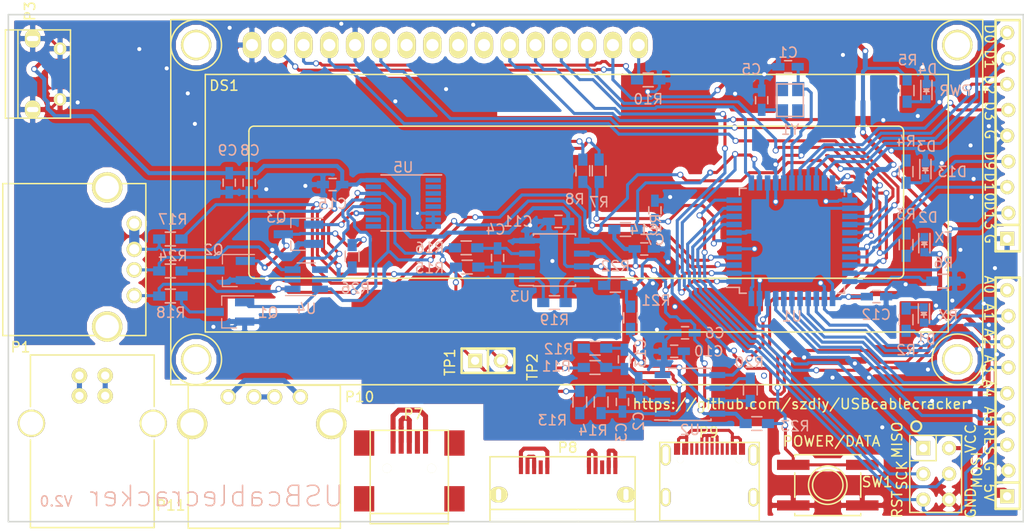
<source format=kicad_pcb>
(kicad_pcb (version 4) (host pcbnew 4.0.5+dfsg1-4)
  (layers (0 F.Cu signal) (31 B.Cu signal) (34 B.Paste user) (35 F.Paste user) (36 B.SilkS user) (37 F.SilkS user) (38 B.Mask user) (39 F.Mask user) (44 Edge.Cuts user))
  (net 0 "")
  (net 1 GND)
  (net 2 /TP1)
  (net 3 /TP2)
  (net 4 "Net-(D2-Pad1)")
  (net 5 /TEST2)
  (net 6 /TEST1)
  (net 7 "Net-(P8-Pad6)")
  (net 8 "Net-(D1-Pad1)")
  (net 9 "Net-(C3-Pad1)")
  (net 10 /AREF)
  (net 11 +5C)
  (net 12 /MISO)
  (net 13 /SCK)
  (net 14 /MOSI)
  (net 15 /RESET)
  (net 16 "Net-(D3-Pad2)")
  (net 17 "Net-(D4-Pad2)")
  (net 18 "Net-(DS1-Pad16)")
  (net 19 /D4)
  (net 20 /D5)
  (net 21 /D6)
  (net 22 /D7)
  (net 23 /IO11)
  (net 24 /IO12)
  (net 25 /A5)
  (net 26 /A4)
  (net 27 /A3)
  (net 28 /IO13)
  (net 29 /IO10)
  (net 30 /IO9)
  (net 31 /D3)
  (net 32 /D2)
  (net 33 /D1)
  (net 34 /D0)
  (net 35 /RX_LED)
  (net 36 /TX_LED)
  (net 37 /HWB)
  (net 38 /D+)
  (net 39 /D-)
  (net 40 "Net-(R19-Pad1)")
  (net 41 "Net-(R19-Pad2)")
  (net 42 /IO8)
  (net 43 /A0)
  (net 44 /A1)
  (net 45 /A2)
  (net 46 "Net-(C4-Pad1)")
  (net 47 "Net-(C4-Pad2)")
  (net 48 "Net-(C7-Pad2)")
  (net 49 "Net-(P7-Pad1)")
  (net 50 "Net-(P7-Pad2)")
  (net 51 "Net-(P8-Pad2)")
  (net 52 "Net-(P8-Pad1)")
  (net 53 "Net-(P10-Pad1)")
  (net 54 "Net-(P10-Pad2)")
  (net 55 "Net-(P11-Pad2)")
  (net 56 "Net-(P11-Pad1)")
  (net 57 "Net-(P8-Pad10)")
  (net 58 /REFO)
  (net 59 /DIN-)
  (net 60 /DIN+)
  (net 61 /X+)
  (net 62 /X-)
  (net 63 "Net-(R20-Pad2)")
  (net 64 "Net-(R22-Pad2)")
  (net 65 "Net-(C2-Pad2)")
  (net 66 "Net-(C13-Pad1)")
  (net 67 "Net-(Q1-Pad3)")
  (net 68 "Net-(Q2-Pad1)")
  (net 69 "Net-(Q2-Pad3)")
  (net 70 /AY)
  (net 71 /AX)
  (module Capacitors_SMD:C_0603_HandSoldering (layer B.Cu) (at 115.6 83.2 180)
    (fp_text reference C6 (at -4 1.8 180) (layer B.SilkS) (effects (justify mirror)))
    (fp_text value 100nF)
    (pad 1 smd rect (at -0.95 0 180) (size 1.2 0.75) (layers B.Cu B.Paste B.Mask) (net 10 /AREF))
    (pad 2 smd rect (at 0.95 0 180) (size 1.2 0.75) (layers B.Cu B.Paste B.Mask) (net 1 GND))
  )
  (module Resistors_SMD:R_0603_HandSoldering (layer B.Cu) (at 65.96 77.75)
    (fp_text reference R18 (at 0.04 1.64) (layer B.SilkS) (effects (justify mirror)))
    (fp_text value 33)
    (pad 1 smd rect (at -1.1 0) (size 1.2 0.9) (layers B.Cu B.Paste B.Mask) (net 70 /AY))
    (pad 2 smd rect (at 1.1 0) (size 1.2 0.9) (layers B.Cu B.Paste B.Mask) (net 67 "Net-(Q1-Pad3)"))
  )
  (module Resistors_SMD:R_0603_HandSoldering (layer B.Cu) (at 65.96 72.13 180)
    (fp_text reference R17 (at -0.24 1.94 180) (layer B.SilkS) (effects (justify mirror)))
    (fp_text value 68)
    (pad 1 smd rect (at -1.1 0 180) (size 1.2 0.9) (layers B.Cu B.Paste B.Mask) (net 58 /REFO))
    (pad 2 smd rect (at 1.1 0 180) (size 1.2 0.9) (layers B.Cu B.Paste B.Mask) (net 2 /TP1))
  )
  (module USBtypeC:USBtypeC (layer F.Cu) (at 119.4 96.2)
    (fp_text reference P9 (at -0.4 -5) (layer F.SilkS))
    (fp_text value USB_TYPEC-S)
    (pad 1 thru_hole oval (at -4.64 1.39) (size 1 1.8) (drill oval 0.6 1.4) (layers *.Cu *.Mask F.SilkS))
    (pad 2 thru_hole oval (at 4 1.39) (size 1 1.8) (drill oval 0.6 1.4) (layers *.Cu *.Mask F.SilkS))
    (pad 3 thru_hole oval (at -4.64 -2.79) (size 1 2.1) (drill oval 0.6 1.7) (layers *.Cu *.Mask F.SilkS))
    (pad 4 thru_hole oval (at 4 -2.79) (size 1 2.1) (drill oval 0.6 1.7) (layers *.Cu *.Mask F.SilkS))
    (pad "" np_thru_hole circle (at -3.21 -2.29) (size 0.65 0.65) (drill 0.65) (layers *.Cu *.Mask F.SilkS))
    (pad "" np_thru_hole circle (at 2.57 -2.29) (size 0.65 0.65) (drill 0.65) (layers *.Cu *.Mask F.SilkS))
    (pad B8 smd rect (at -2.07 -3.36) (size 0.3 1.14) (layers F.Cu F.Paste F.Mask))
    (pad A5 smd rect (at -1.57 -3.36) (size 0.3 1.14) (layers F.Cu F.Paste F.Mask))
    (pad B7 smd rect (at -1.07 -3.36) (size 0.3 1.14) (layers F.Cu F.Paste F.Mask) (net 5 /TEST2))
    (pad A6 smd rect (at -0.57 -3.36) (size 0.3 1.14) (layers F.Cu F.Paste F.Mask) (net 5 /TEST2))
    (pad A7 smd rect (at -0.07 -3.36) (size 0.3 1.14) (layers F.Cu F.Paste F.Mask) (net 5 /TEST2))
    (pad B6 smd rect (at 0.43 -3.36) (size 0.3 1.14) (layers F.Cu F.Paste F.Mask) (net 5 /TEST2))
    (pad A8 smd rect (at 0.93 -3.36) (size 0.3 1.14) (layers F.Cu F.Paste F.Mask))
    (pad B5 smd rect (at 1.43 -3.36) (size 0.3 1.14) (layers F.Cu F.Paste F.Mask))
    (pad A1 smd rect (at -3.67 -3.36) (size 0.3 1.14) (layers F.Cu F.Paste F.Mask) (net 6 /TEST1))
    (pad B12 smd rect (at -3.37 -3.36) (size 0.3 1.14) (layers F.Cu F.Paste F.Mask) (net 6 /TEST1))
    (pad A4 smd rect (at -2.87 -3.36) (size 0.3 1.14) (layers F.Cu F.Paste F.Mask) (net 6 /TEST1))
    (pad B9 smd rect (at -2.57 -3.36) (size 0.3 1.14) (layers F.Cu F.Paste F.Mask) (net 6 /TEST1))
    (pad B4 smd rect (at 1.93 -3.36) (size 0.3 1.14) (layers F.Cu F.Paste F.Mask) (net 6 /TEST1))
    (pad A9 smd rect (at 2.23 -3.36) (size 0.3 1.14) (layers F.Cu F.Paste F.Mask) (net 6 /TEST1))
    (pad B1 smd rect (at 2.73 -3.36) (size 0.3 1.14) (layers F.Cu F.Paste F.Mask) (net 6 /TEST1))
    (pad A12 smd rect (at 3.03 -3.36) (size 0.3 1.14) (layers F.Cu F.Paste F.Mask) (net 6 /TEST1))
  )
  (module Capacitors_SMD:C_0603_HandSoldering (layer B.Cu) (at 126.819496 55.141946 180)
    (fp_text reference C1 (at 0 1.4 180) (layer B.SilkS) (effects (justify mirror)))
    (fp_text value 15P)
    (pad 1 smd rect (at -0.95 0 180) (size 1.2 0.75) (layers B.Cu B.Paste B.Mask) (net 61 /X+))
    (pad 2 smd rect (at 0.95 0 180) (size 1.2 0.75) (layers B.Cu B.Paste B.Mask) (net 1 GND))
  )
  (module Capacitors_SMD:C_0603_HandSoldering (layer B.Cu) (at 112.1 86.8 270)
    (fp_text reference C2 (at 3.29 0 450) (layer B.SilkS) (effects (justify mirror)))
    (fp_text value 1nF)
    (pad 1 smd rect (at -0.95 0 270) (size 1.2 0.75) (layers B.Cu B.Paste B.Mask) (net 66 "Net-(C13-Pad1)"))
    (pad 2 smd rect (at 0.95 0 270) (size 1.2 0.75) (layers B.Cu B.Paste B.Mask) (net 65 "Net-(C2-Pad2)"))
  )
  (module Capacitors_SMD:C_0603_HandSoldering (layer B.Cu) (at 110.5 88.2 90)
    (fp_text reference C3 (at -2.99 -0.1 270) (layer B.SilkS) (effects (justify mirror)))
    (fp_text value 1nF)
    (pad 1 smd rect (at -0.95 0 90) (size 1.2 0.75) (layers B.Cu B.Paste B.Mask) (net 9 "Net-(C3-Pad1)"))
    (pad 2 smd rect (at 0.95 0 90) (size 1.2 0.75) (layers B.Cu B.Paste B.Mask) (net 65 "Net-(C2-Pad2)"))
  )
  (module Capacitors_SMD:C_0603_HandSoldering (layer B.Cu) (at 98.2 74 90)
    (fp_text reference C4 (at 2.81 -0.2 180) (layer B.SilkS) (effects (justify mirror)))
    (fp_text value 1nF)
    (pad 1 smd rect (at -0.95 0 90) (size 1.2 0.75) (layers B.Cu B.Paste B.Mask) (net 46 "Net-(C4-Pad1)"))
    (pad 2 smd rect (at 0.95 0 90) (size 1.2 0.75) (layers B.Cu B.Paste B.Mask) (net 47 "Net-(C4-Pad2)"))
  )
  (module Capacitors_SMD:C_0603_HandSoldering (layer B.Cu) (at 124.219496 58.441946 90)
    (fp_text reference C5 (at 3.051946 -1.019496 180) (layer B.SilkS) (effects (justify mirror)))
    (fp_text value 15P)
    (pad 1 smd rect (at -0.95 0 90) (size 1.2 0.75) (layers B.Cu B.Paste B.Mask) (net 62 /X-))
    (pad 2 smd rect (at 0.95 0 90) (size 1.2 0.75) (layers B.Cu B.Paste B.Mask) (net 1 GND))
  )
  (module Capacitors_SMD:C_0603_HandSoldering (layer B.Cu) (at 113.7 69.3 270)
    (fp_text reference C7 (at 2.9 0 360) (layer B.SilkS) (effects (justify mirror)))
    (fp_text value 1uF)
    (pad 1 smd rect (at -0.95 0 270) (size 1.2 0.75) (layers B.Cu B.Paste B.Mask) (net 1 GND))
    (pad 2 smd rect (at 0.95 0 270) (size 1.2 0.75) (layers B.Cu B.Paste B.Mask) (net 48 "Net-(C7-Pad2)"))
  )
  (module Capacitors_SMD:C_0603_HandSoldering (layer B.Cu) (at 71.76 66.58 90)
    (fp_text reference C9 (at 3.19 -0.16 360) (layer B.SilkS) (effects (justify mirror)))
    (fp_text value 100nF)
    (pad 1 smd rect (at -0.95 0 90) (size 1.2 0.75) (layers B.Cu B.Paste B.Mask) (net 1 GND))
    (pad 2 smd rect (at 0.95 0 90) (size 1.2 0.75) (layers B.Cu B.Paste B.Mask) (net 11 +5C))
  )
  (module Connectors:CONN_2.54mm_2x3 (layer F.Cu) (at 141.41 95.29 180)
    (fp_text reference CONN1 hide)
    (fp_text value ICSP hide)
    (pad 1 thru_hole rect (at 1.27 2.54 180) (size 1.397 1.397) (drill 0.8128) (layers *.Cu *.Mask F.SilkS) (net 12 /MISO))
    (pad 2 thru_hole circle (at -1.27 2.54 180) (size 1.397 1.397) (drill 0.8128) (layers *.Cu *.Mask F.SilkS) (net 11 +5C))
    (pad 3 thru_hole circle (at 1.27 0 180) (size 1.397 1.397) (drill 0.8128) (layers *.Cu *.Mask F.SilkS) (net 13 /SCK))
    (pad 4 thru_hole circle (at -1.27 0 180) (size 1.397 1.397) (drill 0.8128) (layers *.Cu *.Mask F.SilkS) (net 14 /MOSI))
    (pad 5 thru_hole circle (at 1.27 -2.54 180) (size 1.397 1.397) (drill 0.8128) (layers *.Cu *.Mask F.SilkS) (net 15 /RESET))
    (pad 6 thru_hole circle (at -1.27 -2.54 180) (size 1.397 1.397) (drill 0.8128) (layers *.Cu *.Mask F.SilkS) (net 1 GND))
  )
  (module LEDs:LED_0603 (layer B.Cu) (at 140.2 79.625 270)
    (fp_text reference D1 (at 2.375 -0.2 360) (layer B.SilkS) (effects (justify mirror)))
    (fp_text value RX)
    (pad 2 smd rect (at 0.7493 0 90) (size 0.79756 0.79756) (layers B.Cu B.Paste B.Mask) (net 11 +5C))
    (pad 1 smd rect (at -0.7493 0 90) (size 0.79756 0.79756) (layers B.Cu B.Paste B.Mask) (net 8 "Net-(D1-Pad1)"))
  )
  (module LEDs:LED_0603 (layer B.Cu) (at 140.247767 72.686035 270)
    (fp_text reference D2 (at -2.686035 -0.352233 360) (layer B.SilkS) (effects (justify mirror)))
    (fp_text value TX)
    (pad 2 smd rect (at 0.7493 0 90) (size 0.79756 0.79756) (layers B.Cu B.Paste B.Mask) (net 11 +5C))
    (pad 1 smd rect (at -0.7493 0 90) (size 0.79756 0.79756) (layers B.Cu B.Paste B.Mask) (net 4 "Net-(D2-Pad1)"))
  )
  (module LEDs:LED_0603 (layer B.Cu) (at 140.347767 65.386035 270)
    (fp_text reference D3 (at -2.386035 -0.1 360) (layer B.SilkS) (effects (justify mirror)))
    (fp_text value L)
    (pad 2 smd rect (at 0.7493 0 90) (size 0.79756 0.79756) (layers B.Cu B.Paste B.Mask) (net 16 "Net-(D3-Pad2)"))
    (pad 1 smd rect (at -0.7493 0 90) (size 0.79756 0.79756) (layers B.Cu B.Paste B.Mask) (net 1 GND))
  )
  (module LEDs:LED_0603 (layer B.Cu) (at 140.447767 57.586035 270)
    (fp_text reference D4 (at -2.186035 -0.1 360) (layer B.SilkS) (effects (justify mirror)))
    (fp_text value ON)
    (pad 2 smd rect (at 0.7493 0 90) (size 0.79756 0.79756) (layers B.Cu B.Paste B.Mask) (net 17 "Net-(D4-Pad2)"))
    (pad 1 smd rect (at -0.7493 0 90) (size 0.79756 0.79756) (layers B.Cu B.Paste B.Mask) (net 1 GND))
  )
  (module Resistors_SMD:R_0603_HandSoldering (layer B.Cu) (at 110.8 71.19)
    (fp_text reference R1 (at 3 -0.6 90) (layer B.SilkS) (effects (justify mirror)))
    (fp_text value 10K)
    (pad 1 smd rect (at -1.1 0) (size 1.2 0.9) (layers B.Cu B.Paste B.Mask) (net 11 +5C))
    (pad 2 smd rect (at 1.1 0) (size 1.2 0.9) (layers B.Cu B.Paste B.Mask) (net 15 /RESET))
  )
  (module Resistors_SMD:R_0603_HandSoldering (layer B.Cu) (at 138.447767 80.086035 270)
    (fp_text reference R2 (at 3 0 360) (layer B.SilkS) (effects (justify mirror)))
    (fp_text value 1K)
    (pad 1 smd rect (at -1.1 0 270) (size 1.2 0.9) (layers B.Cu B.Paste B.Mask) (net 8 "Net-(D1-Pad1)"))
    (pad 2 smd rect (at 1.1 0 270) (size 1.2 0.9) (layers B.Cu B.Paste B.Mask) (net 35 /RX_LED))
  )
  (module Resistors_SMD:R_0603_HandSoldering (layer B.Cu) (at 138.447767 72.686035 90)
    (fp_text reference R3 (at 3 0 180) (layer B.SilkS) (effects (justify mirror)))
    (fp_text value 1K)
    (pad 1 smd rect (at -1.1 0 90) (size 1.2 0.9) (layers B.Cu B.Paste B.Mask) (net 4 "Net-(D2-Pad1)"))
    (pad 2 smd rect (at 1.1 0 90) (size 1.2 0.9) (layers B.Cu B.Paste B.Mask) (net 36 /TX_LED))
  )
  (module Resistors_SMD:R_0603_HandSoldering (layer B.Cu) (at 138.447767 65.486035 90)
    (fp_text reference R4 (at 3 0 180) (layer B.SilkS) (effects (justify mirror)))
    (fp_text value 1K)
    (pad 1 smd rect (at -1.1 0 90) (size 1.2 0.9) (layers B.Cu B.Paste B.Mask) (net 16 "Net-(D3-Pad2)"))
    (pad 2 smd rect (at 1.1 0 90) (size 1.2 0.9) (layers B.Cu B.Paste B.Mask) (net 28 /IO13))
  )
  (module Resistors_SMD:R_0603_HandSoldering (layer B.Cu) (at 138.547767 57.486035 90)
    (fp_text reference R5 (at 3 0.052233 180) (layer B.SilkS) (effects (justify mirror)))
    (fp_text value 1K)
    (pad 1 smd rect (at -1.1 0 90) (size 1.2 0.9) (layers B.Cu B.Paste B.Mask) (net 17 "Net-(D4-Pad2)"))
    (pad 2 smd rect (at 1.1 0 90) (size 1.2 0.9) (layers B.Cu B.Paste B.Mask) (net 11 +5C))
  )
  (module Resistors_SMD:R_0603_HandSoldering (layer B.Cu) (at 142.13 76.28 180)
    (fp_text reference R6 (at 0 1.8 180) (layer B.SilkS) (effects (justify mirror)))
    (fp_text value 1K)
    (pad 1 smd rect (at -1.1 0 180) (size 1.2 0.9) (layers B.Cu B.Paste B.Mask) (net 1 GND))
    (pad 2 smd rect (at 1.1 0 180) (size 1.2 0.9) (layers B.Cu B.Paste B.Mask) (net 37 /HWB))
  )
  (module Resistors_SMD:R_0603_HandSoldering (layer B.Cu) (at 108.2 65.4 90)
    (fp_text reference R7 (at -3.1 0 180) (layer B.SilkS) (effects (justify mirror)))
    (fp_text value 22R)
    (pad 1 smd rect (at -1.1 0 90) (size 1.2 0.9) (layers B.Cu B.Paste B.Mask) (net 38 /D+))
    (pad 2 smd rect (at 1.1 0 90) (size 1.2 0.9) (layers B.Cu B.Paste B.Mask) (net 60 /DIN+))
  )
  (module Resistors_SMD:R_0603_HandSoldering (layer B.Cu) (at 106.6 65.4 90)
    (fp_text reference R8 (at -2.8 -0.8 180) (layer B.SilkS) (effects (justify mirror)))
    (fp_text value 22R)
    (pad 1 smd rect (at -1.1 0 90) (size 1.2 0.9) (layers B.Cu B.Paste B.Mask) (net 39 /D-))
    (pad 2 smd rect (at 1.1 0 90) (size 1.2 0.9) (layers B.Cu B.Paste B.Mask) (net 59 /DIN-))
  )
  (module Resistors_SMD:R_0603_HandSoldering (layer B.Cu) (at 113.04 56.44)
    (fp_text reference R10 (at 0 1.9) (layer B.SilkS) (effects (justify mirror)))
    (fp_text value 91R)
    (pad 1 smd rect (at -1.1 0) (size 1.2 0.9) (layers B.Cu B.Paste B.Mask) (net 18 "Net-(DS1-Pad16)"))
    (pad 2 smd rect (at 1.1 0) (size 1.2 0.9) (layers B.Cu B.Paste B.Mask) (net 1 GND))
  )
  (module Resistors_SMD:R_0603_HandSoldering (layer B.Cu) (at 107.8 84.8 180)
    (fp_text reference R11 (at 3.8 0.11 180) (layer B.SilkS) (effects (justify mirror)))
    (fp_text value 10K)
    (pad 1 smd rect (at -1.1 0 180) (size 1.2 0.9) (layers B.Cu B.Paste B.Mask) (net 66 "Net-(C13-Pad1)"))
    (pad 2 smd rect (at 1.1 0 180) (size 1.2 0.9) (layers B.Cu B.Paste B.Mask) (net 3 /TP2))
  )
  (module Resistors_SMD:R_0603_HandSoldering (layer B.Cu) (at 107.8 82.9)
    (fp_text reference R12 (at -3.6 0.09 180) (layer B.SilkS) (effects (justify mirror)))
    (fp_text value 100K)
    (pad 1 smd rect (at -1.1 0) (size 1.2 0.9) (layers B.Cu B.Paste B.Mask) (net 66 "Net-(C13-Pad1)"))
    (pad 2 smd rect (at 1.1 0) (size 1.2 0.9) (layers B.Cu B.Paste B.Mask) (net 58 /REFO))
  )
  (module Resistors_SMD:R_0603_HandSoldering (layer B.Cu) (at 106.3 88.2 90)
    (fp_text reference R13 (at -1.8 -2.7 180) (layer B.SilkS) (effects (justify mirror)))
    (fp_text value 10K)
    (pad 1 smd rect (at -1.1 0 90) (size 1.2 0.9) (layers B.Cu B.Paste B.Mask) (net 65 "Net-(C2-Pad2)"))
    (pad 2 smd rect (at 1.1 0 90) (size 1.2 0.9) (layers B.Cu B.Paste B.Mask) (net 2 /TP1))
  )
  (module Resistors_SMD:R_0603_HandSoldering (layer B.Cu) (at 108.4 88.2 90)
    (fp_text reference R14 (at -2.8 -0.8 180) (layer B.SilkS) (effects (justify mirror)))
    (fp_text value 100K)
    (pad 1 smd rect (at -1.1 0 90) (size 1.2 0.9) (layers B.Cu B.Paste B.Mask) (net 9 "Net-(C3-Pad1)"))
    (pad 2 smd rect (at 1.1 0 90) (size 1.2 0.9) (layers B.Cu B.Paste B.Mask) (net 65 "Net-(C2-Pad2)"))
  )
  (module Resistors_SMD:R_0603_HandSoldering (layer B.Cu) (at 95.2 74.9 180)
    (fp_text reference R15 (at 3.7 -0.1 180) (layer B.SilkS) (effects (justify mirror)))
    (fp_text value 10K)
    (pad 1 smd rect (at -1.1 0 180) (size 1.2 0.9) (layers B.Cu B.Paste B.Mask) (net 46 "Net-(C4-Pad1)"))
    (pad 2 smd rect (at 1.1 0 180) (size 1.2 0.9) (layers B.Cu B.Paste B.Mask) (net 2 /TP1))
  )
  (module Resistors_SMD:R_0603_HandSoldering (layer B.Cu) (at 95.1 73 180)
    (fp_text reference R16 (at 3.6 0 180) (layer B.SilkS) (effects (justify mirror)))
    (fp_text value 10K)
    (pad 1 smd rect (at -1.1 0 180) (size 1.2 0.9) (layers B.Cu B.Paste B.Mask) (net 47 "Net-(C4-Pad2)"))
    (pad 2 smd rect (at 1.1 0 180) (size 1.2 0.9) (layers B.Cu B.Paste B.Mask) (net 3 /TP2))
  )
  (module Resistors_SMD:R_0603_HandSoldering (layer B.Cu) (at 103.8 78.4 180)
    (fp_text reference R19 (at 0 -1.7 180) (layer B.SilkS) (effects (justify mirror)))
    (fp_text value 11k)
    (pad 1 smd rect (at -1.1 0 180) (size 1.2 0.9) (layers B.Cu B.Paste B.Mask) (net 40 "Net-(R19-Pad1)"))
    (pad 2 smd rect (at 1.1 0 180) (size 1.2 0.9) (layers B.Cu B.Paste B.Mask) (net 41 "Net-(R19-Pad2)"))
  )
  (module Housings_QFP:TQFP-44_10x10mm_Pitch0.8mm (layer B.Cu) (at 127.2 72.3)
    (fp_text reference U1 (at 0 7.45) (layer B.SilkS) (effects (justify mirror)))
    (fp_text value ATmega32U4-AU)
    (pad 1 smd rect (at -5.7 4) (size 1.5 0.55) (layers B.Cu B.Paste B.Mask) (net 22 /D7))
    (pad 2 smd rect (at -5.7 3.2) (size 1.5 0.55) (layers B.Cu B.Paste B.Mask) (net 11 +5C))
    (pad 3 smd rect (at -5.7 2.4) (size 1.5 0.55) (layers B.Cu B.Paste B.Mask) (net 39 /D-))
    (pad 4 smd rect (at -5.7 1.6) (size 1.5 0.55) (layers B.Cu B.Paste B.Mask) (net 38 /D+))
    (pad 5 smd rect (at -5.7 0.8) (size 1.5 0.55) (layers B.Cu B.Paste B.Mask) (net 1 GND))
    (pad 6 smd rect (at -5.7 0) (size 1.5 0.55) (layers B.Cu B.Paste B.Mask) (net 48 "Net-(C7-Pad2)"))
    (pad 7 smd rect (at -5.7 -0.8) (size 1.5 0.55) (layers B.Cu B.Paste B.Mask) (net 11 +5C))
    (pad 8 smd rect (at -5.7 -1.6) (size 1.5 0.55) (layers B.Cu B.Paste B.Mask) (net 35 /RX_LED))
    (pad 9 smd rect (at -5.7 -2.4) (size 1.5 0.55) (layers B.Cu B.Paste B.Mask) (net 13 /SCK))
    (pad 10 smd rect (at -5.7 -3.2) (size 1.5 0.55) (layers B.Cu B.Paste B.Mask) (net 14 /MOSI))
    (pad 11 smd rect (at -5.7 -4) (size 1.5 0.55) (layers B.Cu B.Paste B.Mask) (net 12 /MISO))
    (pad 12 smd rect (at -4 -5.7 270) (size 1.5 0.55) (layers B.Cu B.Paste B.Mask) (net 23 /IO11))
    (pad 13 smd rect (at -3.2 -5.7 270) (size 1.5 0.55) (layers B.Cu B.Paste B.Mask) (net 15 /RESET))
    (pad 14 smd rect (at -2.4 -5.7 270) (size 1.5 0.55) (layers B.Cu B.Paste B.Mask) (net 11 +5C))
    (pad 15 smd rect (at -1.6 -5.7 270) (size 1.5 0.55) (layers B.Cu B.Paste B.Mask) (net 1 GND))
    (pad 16 smd rect (at -0.8 -5.7 270) (size 1.5 0.55) (layers B.Cu B.Paste B.Mask) (net 62 /X-))
    (pad 17 smd rect (at 0 -5.7 270) (size 1.5 0.55) (layers B.Cu B.Paste B.Mask) (net 61 /X+))
    (pad 18 smd rect (at 0.8 -5.7 270) (size 1.5 0.55) (layers B.Cu B.Paste B.Mask) (net 31 /D3))
    (pad 19 smd rect (at 1.6 -5.7 270) (size 1.5 0.55) (layers B.Cu B.Paste B.Mask) (net 32 /D2))
    (pad 20 smd rect (at 2.4 -5.7 270) (size 1.5 0.55) (layers B.Cu B.Paste B.Mask) (net 34 /D0))
    (pad 21 smd rect (at 3.2 -5.7 270) (size 1.5 0.55) (layers B.Cu B.Paste B.Mask) (net 33 /D1))
    (pad 22 smd rect (at 4 -5.7 270) (size 1.5 0.55) (layers B.Cu B.Paste B.Mask) (net 36 /TX_LED))
    (pad 23 smd rect (at 5.7 -4) (size 1.5 0.55) (layers B.Cu B.Paste B.Mask) (net 1 GND))
    (pad 24 smd rect (at 5.7 -3.2) (size 1.5 0.55) (layers B.Cu B.Paste B.Mask) (net 11 +5C))
    (pad 25 smd rect (at 5.7 -2.4) (size 1.5 0.55) (layers B.Cu B.Paste B.Mask) (net 19 /D4))
    (pad 26 smd rect (at 5.7 -1.6) (size 1.5 0.55) (layers B.Cu B.Paste B.Mask) (net 24 /IO12))
    (pad 27 smd rect (at 5.7 -0.8) (size 1.5 0.55) (layers B.Cu B.Paste B.Mask) (net 21 /D6))
    (pad 28 smd rect (at 5.7 0) (size 1.5 0.55) (layers B.Cu B.Paste B.Mask) (net 42 /IO8))
    (pad 29 smd rect (at 5.7 0.8) (size 1.5 0.55) (layers B.Cu B.Paste B.Mask) (net 30 /IO9))
    (pad 30 smd rect (at 5.7 1.6) (size 1.5 0.55) (layers B.Cu B.Paste B.Mask) (net 29 /IO10))
    (pad 31 smd rect (at 5.7 2.4) (size 1.5 0.55) (layers B.Cu B.Paste B.Mask) (net 20 /D5))
    (pad 32 smd rect (at 5.7 3.2) (size 1.5 0.55) (layers B.Cu B.Paste B.Mask) (net 28 /IO13))
    (pad 33 smd rect (at 5.7 4) (size 1.5 0.55) (layers B.Cu B.Paste B.Mask) (net 37 /HWB))
    (pad 34 smd rect (at 4 5.7 270) (size 1.5 0.55) (layers B.Cu B.Paste B.Mask) (net 11 +5C))
    (pad 35 smd rect (at 3.2 5.7 270) (size 1.5 0.55) (layers B.Cu B.Paste B.Mask) (net 1 GND))
    (pad 36 smd rect (at 2.4 5.7 270) (size 1.5 0.55) (layers B.Cu B.Paste B.Mask) (net 43 /A0))
    (pad 37 smd rect (at 1.6 5.7 270) (size 1.5 0.55) (layers B.Cu B.Paste B.Mask) (net 44 /A1))
    (pad 38 smd rect (at 0.8 5.7 270) (size 1.5 0.55) (layers B.Cu B.Paste B.Mask) (net 45 /A2))
    (pad 39 smd rect (at 0 5.7 270) (size 1.5 0.55) (layers B.Cu B.Paste B.Mask) (net 27 /A3))
    (pad 40 smd rect (at -0.8 5.7 270) (size 1.5 0.55) (layers B.Cu B.Paste B.Mask) (net 26 /A4))
    (pad 41 smd rect (at -1.6 5.7 270) (size 1.5 0.55) (layers B.Cu B.Paste B.Mask) (net 25 /A5))
    (pad 42 smd rect (at -2.4 5.7 270) (size 1.5 0.55) (layers B.Cu B.Paste B.Mask) (net 10 /AREF))
    (pad 43 smd rect (at -3.2 5.7 270) (size 1.5 0.55) (layers B.Cu B.Paste B.Mask) (net 1 GND))
    (pad 44 smd rect (at -4 5.7 270) (size 1.5 0.55) (layers B.Cu B.Paste B.Mask) (net 11 +5C))
  )
  (module Housings_SOIC:SOIC-8_3.9x4.9mm_Pitch1.27mm (layer B.Cu) (at 117.15 87.45)
    (fp_text reference U2 (at 0 3.5) (layer B.SilkS) (effects (justify mirror)))
    (fp_text value LMV358)
    (pad 1 smd rect (at -2.7 1.905) (size 1.55 0.6) (layers B.Cu B.Paste B.Mask) (net 9 "Net-(C3-Pad1)"))
    (pad 2 smd rect (at -2.7 0.635) (size 1.55 0.6) (layers B.Cu B.Paste B.Mask) (net 65 "Net-(C2-Pad2)"))
    (pad 3 smd rect (at -2.7 -0.635) (size 1.55 0.6) (layers B.Cu B.Paste B.Mask) (net 66 "Net-(C13-Pad1)"))
    (pad 4 smd rect (at -2.7 -1.905) (size 1.55 0.6) (layers B.Cu B.Paste B.Mask) (net 1 GND))
    (pad 5 smd rect (at 2.7 -1.905) (size 1.55 0.6) (layers B.Cu B.Paste B.Mask) (net 10 /AREF))
    (pad 6 smd rect (at 2.7 -0.635) (size 1.55 0.6) (layers B.Cu B.Paste B.Mask) (net 63 "Net-(R20-Pad2)"))
    (pad 7 smd rect (at 2.7 0.635) (size 1.55 0.6) (layers B.Cu B.Paste B.Mask) (net 58 /REFO))
    (pad 8 smd rect (at 2.7 1.905) (size 1.55 0.6) (layers B.Cu B.Paste B.Mask) (net 11 +5C))
  )
  (module Crystals:crystal_FA238-TSX3225 (layer B.Cu) (at 127.019496 58.441946 270)
    (fp_text reference Y1 (at 2.9 0 360) (layer B.SilkS) (effects (justify mirror)))
    (fp_text value 16MHz)
    (pad 1 smd rect (at -1.1 -0.8 270) (size 1.4 1.2) (layers B.Cu B.Paste B.Mask) (net 61 /X+))
    (pad 3 smd rect (at 1.1 -0.8 270) (size 1.4 1.2) (layers B.Cu B.Paste B.Mask))
    (pad 3 smd rect (at -1.1 0.8 270) (size 1.4 1.2) (layers B.Cu B.Paste B.Mask))
    (pad 2 smd rect (at 1.1 0.8 270) (size 1.4 1.2) (layers B.Cu B.Paste B.Mask) (net 62 /X-))
  )
  (module Connectors:CONN_2.54mm_1x2 (layer F.Cu) (at 97.254575 84.132751 180)
    (fp_text reference P2 hide)
    (fp_text value CONN_01X02 hide)
    (pad 1 thru_hole rect (at 1.27 0 180) (size 1.397 1.397) (drill 0.8128) (layers *.Cu *.Mask F.SilkS) (net 2 /TP1))
    (pad 2 thru_hole circle (at -1.27 0 180) (size 1.397 1.397) (drill 0.8128) (layers *.Cu *.Mask F.SilkS) (net 3 /TP2))
  )
  (module Capacitors_SMD:C_0603_HandSoldering (layer B.Cu) (at 116.67 81.38)
    (fp_text reference C10 (at 2.33 1.82) (layer B.SilkS) (effects (justify mirror)))
    (fp_text value 100nF)
    (pad 1 smd rect (at -0.95 0) (size 1.2 0.75) (layers B.Cu B.Paste B.Mask) (net 1 GND))
    (pad 2 smd rect (at 0.95 0) (size 1.2 0.75) (layers B.Cu B.Paste B.Mask) (net 11 +5C))
  )
  (module Capacitors_SMD:C_0603_HandSoldering (layer B.Cu) (at 104.2 70.4)
    (fp_text reference C11 (at -4 -0.01 180) (layer B.SilkS) (effects (justify mirror)))
    (fp_text value 100nF)
    (pad 1 smd rect (at -0.95 0) (size 1.2 0.75) (layers B.Cu B.Paste B.Mask) (net 1 GND))
    (pad 2 smd rect (at 0.95 0) (size 1.2 0.75) (layers B.Cu B.Paste B.Mask) (net 11 +5C))
  )
  (module Capacitors_SMD:C_0603_HandSoldering (layer B.Cu) (at 135.53 77.81 180)
    (fp_text reference C12 (at 0.03 -1.78 180) (layer B.SilkS) (effects (justify mirror)))
    (fp_text value 100nF)
    (pad 1 smd rect (at -0.95 0 180) (size 1.2 0.75) (layers B.Cu B.Paste B.Mask) (net 1 GND))
    (pad 2 smd rect (at 0.95 0 180) (size 1.2 0.75) (layers B.Cu B.Paste B.Mask) (net 11 +5C))
  )
  (module USBcablecracker:USB_Mini-B (layer F.Cu) (at 89.5 95.6 90)
    (fp_text reference P7 (at 6.2 0.4 360) (layer F.SilkS))
    (fp_text value USB_B-Mini)
    (pad 1 smd rect (at 3.44932 -1.6002 90) (size 2.30124 0.50038) (layers F.Cu F.Paste F.Mask) (net 49 "Net-(P7-Pad1)"))
    (pad 2 smd rect (at 3.44932 -0.8001 90) (size 2.30124 0.50038) (layers F.Cu F.Paste F.Mask) (net 50 "Net-(P7-Pad2)"))
    (pad 3 smd rect (at 3.44932 0 90) (size 2.30124 0.50038) (layers F.Cu F.Paste F.Mask) (net 50 "Net-(P7-Pad2)"))
    (pad 4 smd rect (at 3.44932 0.8001 90) (size 2.30124 0.50038) (layers F.Cu F.Paste F.Mask))
    (pad 5 smd rect (at 3.44932 1.6002 90) (size 2.30124 0.50038) (layers F.Cu F.Paste F.Mask) (net 49 "Net-(P7-Pad1)"))
    (pad 9 smd rect (at 3.35026 -4.45008 90) (size 2.49936 1.99898) (layers F.Cu F.Paste F.Mask))
    (pad 8 smd rect (at -2.14884 -4.45008 90) (size 2.49936 1.99898) (layers F.Cu F.Paste F.Mask))
    (pad 6 smd rect (at 3.35026 4.45008 90) (size 2.49936 1.99898) (layers F.Cu F.Paste F.Mask))
    (pad 7 smd rect (at -2.14884 4.45008 90) (size 2.49936 1.99898) (layers F.Cu F.Paste F.Mask))
    (pad "" np_thru_hole circle (at 0.8509 -2.19964 90) (size 0.89916 0.89916) (drill 0.89916) (layers *.Cu *.Mask F.SilkS))
    (pad "" np_thru_hole circle (at 0.8509 2.19964 90) (size 0.89916 0.89916) (drill 0.89916) (layers *.Cu *.Mask F.SilkS))
  )
  (module USBcablecracker:USB_Micro-30 (layer F.Cu) (at 101.8 96.2)
    (fp_text reference P8 (at 3.3 -3.5) (layer F.SilkS))
    (fp_text value USB_B-Micro-3.0)
    (pad 10 smd rect (at 8 -1.56254 90) (size 1.35 0.4) (layers F.Cu F.Paste F.Mask) (net 57 "Net-(P8-Pad10)"))
    (pad 9 smd rect (at 7.35 -1.56254 90) (size 1.35 0.4) (layers F.Cu F.Paste F.Mask) (net 57 "Net-(P8-Pad10)"))
    (pad 3 smd rect (at -0.0009 -1.56254 90) (size 1.35 0.4) (layers F.Cu F.Paste F.Mask) (net 51 "Net-(P8-Pad2)"))
    (pad 7 smd rect (at 6.05 -1.56254 90) (size 1.35 0.4) (layers F.Cu F.Paste F.Mask) (net 7 "Net-(P8-Pad6)"))
    (pad 6 smd rect (at 5.4 -1.56254 90) (size 1.35 0.4) (layers F.Cu F.Paste F.Mask) (net 7 "Net-(P8-Pad6)"))
    (pad 1 smd rect (at -1.3009 -1.56254 90) (size 1.35 0.4) (layers F.Cu F.Paste F.Mask) (net 52 "Net-(P8-Pad1)"))
    (pad 2 smd rect (at -0.6509 -1.56254 90) (size 1.35 0.4) (layers F.Cu F.Paste F.Mask) (net 51 "Net-(P8-Pad2)"))
    (pad 8 smd rect (at 6.7 -1.56254 90) (size 1.35 0.4) (layers F.Cu F.Paste F.Mask))
    (pad 4 smd rect (at 0.6491 -1.56254 90) (size 1.35 0.4) (layers F.Cu F.Paste F.Mask))
    (pad 5 smd rect (at 1.2991 -1.56254 90) (size 1.35 0.4) (layers F.Cu F.Paste F.Mask) (net 52 "Net-(P8-Pad1)"))
    (pad 12 thru_hole oval (at -3.5009 1.13746 90) (size 1.55 1.8) (drill oval 1.15 0.5) (layers *.Cu *.Mask F.SilkS))
    (pad 11 thru_hole oval (at 9.05 1.13746 90) (size 1.55 1.8) (drill oval 1.15 0.5) (layers *.Cu *.Mask F.SilkS))
  )
  (module USBcablecracker:USB_A (layer F.Cu) (at 71.65914 87.70212)
    (fp_text reference P10 (at 12.94086 -0.00212) (layer F.SilkS))
    (fp_text value USB_A)
    (pad 4 thru_hole circle (at 7.11286 -0.00212 270) (size 1.50114 1.50114) (drill 1.00076) (layers *.Cu *.Mask F.SilkS) (net 53 "Net-(P10-Pad1)"))
    (pad 3 thru_hole circle (at 4.57286 -0.00212 270) (size 1.50114 1.50114) (drill 1.00076) (layers *.Cu *.Mask F.SilkS) (net 54 "Net-(P10-Pad2)"))
    (pad 2 thru_hole circle (at 2.54086 -0.00212 270) (size 1.50114 1.50114) (drill 1.00076) (layers *.Cu *.Mask F.SilkS) (net 54 "Net-(P10-Pad2)"))
    (pad 1 thru_hole circle (at 0.00086 -0.00212 270) (size 1.50114 1.50114) (drill 1.00076) (layers *.Cu *.Mask F.SilkS) (net 53 "Net-(P10-Pad1)"))
    (pad 5 thru_hole circle (at 10.16086 2.66488 270) (size 2.99974 2.99974) (drill 2.30124) (layers *.Cu *.Mask F.SilkS))
    (pad 6 thru_hole circle (at -3.55514 2.66488 270) (size 2.99974 2.99974) (drill 2.30124) (layers *.Cu *.Mask F.SilkS))
  )
  (module USBcablecracker:USB_A (layer F.Cu) (at 62.4 70.6 270)
    (fp_text reference P1 (at 12.2 11.2 360) (layer F.SilkS))
    (fp_text value USB_A)
    (pad 4 thru_hole circle (at 7.11286 -0.00212 180) (size 1.50114 1.50114) (drill 1.00076) (layers *.Cu *.Mask F.SilkS) (net 70 /AY))
    (pad 3 thru_hole circle (at 4.57286 -0.00212 180) (size 1.50114 1.50114) (drill 1.00076) (layers *.Cu *.Mask F.SilkS) (net 71 /AX))
    (pad 2 thru_hole circle (at 2.54086 -0.00212 180) (size 1.50114 1.50114) (drill 1.00076) (layers *.Cu *.Mask F.SilkS) (net 2 /TP1))
    (pad 1 thru_hole circle (at 0.00086 -0.00212 180) (size 1.50114 1.50114) (drill 1.00076) (layers *.Cu *.Mask F.SilkS) (net 2 /TP1))
    (pad 5 thru_hole circle (at 10.16086 2.66488 180) (size 2.99974 2.99974) (drill 2.30124) (layers *.Cu *.Mask F.SilkS))
    (pad 6 thru_hole circle (at -3.55514 2.66488 180) (size 2.99974 2.99974) (drill 2.30124) (layers *.Cu *.Mask F.SilkS))
  )
  (module USBcablecracker:USB_B (layer F.Cu) (at 59.54 85.6 270)
    (fp_text reference P11 (at 12.8 -6.46 360) (layer F.SilkS))
    (fp_text value USB_B)
    (pad 2 thru_hole circle (at 0 2.54 180) (size 1.524 1.524) (drill 0.8128) (layers *.Cu *.Mask F.SilkS) (net 55 "Net-(P11-Pad2)"))
    (pad 1 thru_hole circle (at 0 0 180) (size 1.524 1.524) (drill 0.8128) (layers *.Cu *.Mask F.SilkS) (net 56 "Net-(P11-Pad1)"))
    (pad 4 thru_hole circle (at 1.99898 0 180) (size 1.524 1.524) (drill 0.8128) (layers *.Cu *.Mask F.SilkS) (net 56 "Net-(P11-Pad1)"))
    (pad 3 thru_hole circle (at 1.99898 2.54 180) (size 1.524 1.524) (drill 0.8128) (layers *.Cu *.Mask F.SilkS) (net 55 "Net-(P11-Pad2)"))
    (pad 6 thru_hole circle (at 4.699 7.26948 270) (size 2.70002 2.70002) (drill 2.30124) (layers *.Cu *.Mask F.SilkS))
    (pad 5 thru_hole circle (at 4.699 -4.72948 180) (size 2.70002 2.70002) (drill 2.30124) (layers *.Cu *.Mask F.SilkS))
  )
  (module USBcablecracker:CONN_2.54mm_1x9 (layer F.Cu) (at 148.46096 87.34 270)
    (fp_text reference P6 hide)
    (fp_text value CONN_01X09 hide)
    (pad 3 thru_hole circle (at 5.08 0.06096 270) (size 1.397 1.397) (drill 0.8128) (layers *.Cu *.Mask F.SilkS) (net 15 /RESET))
    (pad 4 thru_hole circle (at 2.54 -0.06096 270) (size 1.397 1.397) (drill 0.8128) (layers *.Cu *.Mask F.SilkS) (net 25 /A5))
    (pad 5 thru_hole circle (at 0 0.06096 270) (size 1.397 1.397) (drill 0.8128) (layers *.Cu *.Mask F.SilkS) (net 26 /A4))
    (pad 6 thru_hole circle (at -2.54 -0.06096 270) (size 1.397 1.397) (drill 0.8128) (layers *.Cu *.Mask F.SilkS) (net 27 /A3))
    (pad 7 thru_hole circle (at -5.08 0.06096 270) (size 1.397 1.397) (drill 0.8128) (layers *.Cu *.Mask F.SilkS) (net 45 /A2))
    (pad 2 thru_hole circle (at 7.62 -0.06096 270) (size 1.397 1.397) (drill 0.8128) (layers *.Cu *.Mask F.SilkS) (net 1 GND))
    (pad 8 thru_hole circle (at -7.62 -0.06096 270) (size 1.397 1.397) (drill 0.8128) (layers *.Cu *.Mask F.SilkS) (net 44 /A1))
    (pad 1 thru_hole rect (at 10.16 0.06096 270) (size 1.397 1.397) (drill 0.8128) (layers *.Cu *.Mask F.SilkS) (net 11 +5C))
    (pad 9 thru_hole circle (at -10.16 0.06096 270) (size 1.397 1.397) (drill 0.8128) (layers *.Cu *.Mask F.SilkS) (net 43 /A0))
  )
  (module USBcablecracker:CONN_2.54mm_1x9 (layer F.Cu) (at 148.46096 61.94 270)
    (fp_text reference P12 hide)
    (fp_text value CONN_01X09 hide)
    (pad 3 thru_hole circle (at 5.08 0.06096 270) (size 1.397 1.397) (drill 0.8128) (layers *.Cu *.Mask F.SilkS) (net 29 /IO10))
    (pad 4 thru_hole circle (at 2.54 -0.06096 270) (size 1.397 1.397) (drill 0.8128) (layers *.Cu *.Mask F.SilkS) (net 30 /IO9))
    (pad 5 thru_hole circle (at 0 0.06096 270) (size 1.397 1.397) (drill 0.8128) (layers *.Cu *.Mask F.SilkS) (net 1 GND))
    (pad 6 thru_hole circle (at -2.54 -0.06096 270) (size 1.397 1.397) (drill 0.8128) (layers *.Cu *.Mask F.SilkS) (net 31 /D3))
    (pad 7 thru_hole circle (at -5.08 0.06096 270) (size 1.397 1.397) (drill 0.8128) (layers *.Cu *.Mask F.SilkS) (net 32 /D2))
    (pad 2 thru_hole circle (at 7.62 -0.06096 270) (size 1.397 1.397) (drill 0.8128) (layers *.Cu *.Mask F.SilkS) (net 28 /IO13))
    (pad 8 thru_hole circle (at -7.62 -0.06096 270) (size 1.397 1.397) (drill 0.8128) (layers *.Cu *.Mask F.SilkS) (net 33 /D1))
    (pad 1 thru_hole rect (at 10.16 0.06096 270) (size 1.397 1.397) (drill 0.8128) (layers *.Cu *.Mask F.SilkS) (net 1 GND))
    (pad 9 thru_hole circle (at -10.16 0.06096 270) (size 1.397 1.397) (drill 0.8128) (layers *.Cu *.Mask F.SilkS) (net 34 /D0))
  )
  (module Housings_SOIC:SOIC-8_3.9x4.9mm_Pitch1.27mm (layer B.Cu) (at 103.8 74.2)
    (fp_text reference U3 (at -3.4 3.6) (layer B.SilkS) (effects (justify mirror)))
    (fp_text value AD623)
    (pad 1 smd rect (at -2.7 1.905) (size 1.55 0.6) (layers B.Cu B.Paste B.Mask) (net 41 "Net-(R19-Pad2)"))
    (pad 2 smd rect (at -2.7 0.635) (size 1.55 0.6) (layers B.Cu B.Paste B.Mask) (net 46 "Net-(C4-Pad1)"))
    (pad 3 smd rect (at -2.7 -0.635) (size 1.55 0.6) (layers B.Cu B.Paste B.Mask) (net 47 "Net-(C4-Pad2)"))
    (pad 4 smd rect (at -2.7 -1.905) (size 1.55 0.6) (layers B.Cu B.Paste B.Mask) (net 1 GND))
    (pad 5 smd rect (at 2.7 -1.905) (size 1.55 0.6) (layers B.Cu B.Paste B.Mask) (net 58 /REFO))
    (pad 6 smd rect (at 2.7 -0.635) (size 1.55 0.6) (layers B.Cu B.Paste B.Mask) (net 64 "Net-(R22-Pad2)"))
    (pad 7 smd rect (at 2.7 0.635) (size 1.55 0.6) (layers B.Cu B.Paste B.Mask) (net 11 +5C))
    (pad 8 smd rect (at 2.7 1.905) (size 1.55 0.6) (layers B.Cu B.Paste B.Mask) (net 40 "Net-(R19-Pad1)"))
  )
  (module USBcablecracker:USB_Micro-B (layer F.Cu) (at 53.53 55.86 270)
    (fp_text reference P3 (at -6.2 1.4 270) (layer F.SilkS))
    (fp_text value USB_B-Micro)
    (pad 1 smd rect (at -1.3009 -1.56254) (size 1.35 0.4) (layers F.Cu F.Paste F.Mask) (net 11 +5C))
    (pad 2 smd rect (at -0.6509 -1.56254) (size 1.35 0.4) (layers F.Cu F.Paste F.Mask) (net 59 /DIN-))
    (pad 3 smd rect (at -0.0009 -1.56254) (size 1.35 0.4) (layers F.Cu F.Paste F.Mask) (net 60 /DIN+))
    (pad 4 smd rect (at 0.6491 -1.56254) (size 1.35 0.4) (layers F.Cu F.Paste F.Mask))
    (pad 5 smd rect (at 1.2991 -1.56254) (size 1.35 0.4) (layers F.Cu F.Paste F.Mask) (net 1 GND))
    (pad 9 thru_hole oval (at -2.5009 -1.56254) (size 1.25 1.25) (drill oval 0.55 0.85) (layers *.Cu *.Mask F.SilkS) (net 1 GND))
    (pad 6 thru_hole oval (at 2.4991 -1.56254) (size 1.25 1.25) (drill oval 0.55 0.85) (layers *.Cu *.Mask F.SilkS) (net 1 GND))
    (pad 8 thru_hole oval (at -3.5009 1.13746) (size 1.55 1.8) (drill oval 1.15 0.5) (layers *.Cu *.Mask F.SilkS) (net 1 GND))
    (pad 7 thru_hole oval (at 3.4991 1.13746) (size 1.55 1.8) (drill oval 1.15 0.5) (layers *.Cu *.Mask F.SilkS) (net 1 GND))
  )
  (module Resistors_SMD:R_0603_HandSoldering (layer B.Cu) (at 123.1 87 90)
    (fp_text reference R20 (at 2.7 -0.1 180) (layer B.SilkS) (effects (justify mirror)))
    (fp_text value 10K)
    (pad 1 smd rect (at -1.1 0 90) (size 1.2 0.9) (layers B.Cu B.Paste B.Mask) (net 58 /REFO))
    (pad 2 smd rect (at 1.1 0 90) (size 1.2 0.9) (layers B.Cu B.Paste B.Mask) (net 63 "Net-(R20-Pad2)"))
  )
  (module Resistors_SMD:R_0603_HandSoldering (layer B.Cu) (at 111.3 79.9 270)
    (fp_text reference R21 (at -1.71 -2.5 360) (layer B.SilkS) (effects (justify mirror)))
    (fp_text value 10K)
    (pad 1 smd rect (at -1.1 0 270) (size 1.2 0.9) (layers B.Cu B.Paste B.Mask) (net 43 /A0))
    (pad 2 smd rect (at 1.1 0 270) (size 1.2 0.9) (layers B.Cu B.Paste B.Mask) (net 9 "Net-(C3-Pad1)"))
  )
  (module Resistors_SMD:R_0603_HandSoldering (layer B.Cu) (at 109.8 76.7 180)
    (fp_text reference R22 (at 0 1.9 180) (layer B.SilkS) (effects (justify mirror)))
    (fp_text value 10K)
    (pad 1 smd rect (at -1.1 0 180) (size 1.2 0.9) (layers B.Cu B.Paste B.Mask) (net 43 /A0))
    (pad 2 smd rect (at 1.1 0 180) (size 1.2 0.9) (layers B.Cu B.Paste B.Mask) (net 64 "Net-(R22-Pad2)"))
  )
  (module Capacitors_SMD:C_0603_HandSoldering (layer B.Cu) (at 110.7 84 90)
    (fp_text reference C13 (at 0.61 1.6 270) (layer B.SilkS) (effects (justify mirror)))
    (fp_text value 1nF)
    (pad 1 smd rect (at -0.95 0 90) (size 1.2 0.75) (layers B.Cu B.Paste B.Mask) (net 66 "Net-(C13-Pad1)"))
    (pad 2 smd rect (at 0.95 0 90) (size 1.2 0.75) (layers B.Cu B.Paste B.Mask) (net 58 /REFO))
  )
  (module TO_SOT_Packages_SMD:SOT-23_Handsoldering (layer B.Cu) (at 71.78 79.32 180)
    (fp_text reference Q1 (at -3.82 -0.07 180) (layer B.SilkS) (effects (justify mirror)))
    (fp_text value CJ2302)
    (pad 1 smd rect (at -1.5 0.95 180) (size 1.9 0.8) (layers B.Cu B.Paste B.Mask) (net 42 /IO8))
    (pad 2 smd rect (at -1.5 -0.95 180) (size 1.9 0.8) (layers B.Cu B.Paste B.Mask) (net 1 GND))
    (pad 3 smd rect (at 1.5 0 180) (size 1.9 0.8) (layers B.Cu B.Paste B.Mask) (net 67 "Net-(Q1-Pad3)"))
  )
  (module TO_SOT_Packages_SMD:SOT-23_Handsoldering (layer B.Cu) (at 71.85 75.24 180)
    (fp_text reference Q2 (at 1.65 2.05 180) (layer B.SilkS) (effects (justify mirror)))
    (fp_text value CJ2302)
    (pad 1 smd rect (at -1.5 0.95 180) (size 1.9 0.8) (layers B.Cu B.Paste B.Mask) (net 68 "Net-(Q2-Pad1)"))
    (pad 2 smd rect (at -1.5 -0.95 180) (size 1.9 0.8) (layers B.Cu B.Paste B.Mask) (net 1 GND))
    (pad 3 smd rect (at 1.5 0 180) (size 1.9 0.8) (layers B.Cu B.Paste B.Mask) (net 69 "Net-(Q2-Pad3)"))
  )
  (module TO_SOT_Packages_SMD:SOT-23_Handsoldering (layer B.Cu) (at 78.59 71.66 180)
    (fp_text reference Q3 (at 2.19 1.67 180) (layer B.SilkS) (effects (justify mirror)))
    (fp_text value CJ2302)
    (pad 1 smd rect (at -1.5 0.95 180) (size 1.9 0.8) (layers B.Cu B.Paste B.Mask) (net 42 /IO8))
    (pad 2 smd rect (at -1.5 -0.95 180) (size 1.9 0.8) (layers B.Cu B.Paste B.Mask) (net 1 GND))
    (pad 3 smd rect (at 1.5 0 180) (size 1.9 0.8) (layers B.Cu B.Paste B.Mask) (net 68 "Net-(Q2-Pad1)"))
  )
  (module Resistors_SMD:R_0603_HandSoldering (layer B.Cu) (at 65.96 75.28 180)
    (fp_text reference R24 (at -0.24 1.49 180) (layer B.SilkS) (effects (justify mirror)))
    (fp_text value 33)
    (pad 1 smd rect (at -1.1 0 180) (size 1.2 0.9) (layers B.Cu B.Paste B.Mask) (net 69 "Net-(Q2-Pad3)"))
    (pad 2 smd rect (at 1.1 0 180) (size 1.2 0.9) (layers B.Cu B.Paste B.Mask) (net 71 /AX))
  )
  (module Resistors_SMD:R_0603_HandSoldering (layer B.Cu) (at 83.87 73.83 270)
    (fp_text reference R26 (at 3.16 -0.33 360) (layer B.SilkS) (effects (justify mirror)))
    (fp_text value 10k)
    (pad 1 smd rect (at -1.1 0 270) (size 1.2 0.9) (layers B.Cu B.Paste B.Mask) (net 68 "Net-(Q2-Pad1)"))
    (pad 2 smd rect (at 1.1 0 270) (size 1.2 0.9) (layers B.Cu B.Paste B.Mask) (net 11 +5C))
  )
  (module TO_SOT_Packages_SMD:SOT-23-6_Handsoldering (layer B.Cu) (at 79.35 76.1)
    (fp_text reference U4 (at 0 2.9) (layer B.SilkS) (effects (justify mirror)))
    (fp_text value SN74LVC1G3157)
    (pad 1 smd rect (at -1.35 0.95) (size 1.56 0.65) (layers B.Cu B.Paste B.Mask) (net 70 /AY))
    (pad 2 smd rect (at -1.35 0) (size 1.56 0.65) (layers B.Cu B.Paste B.Mask) (net 1 GND))
    (pad 3 smd rect (at -1.35 -0.95) (size 1.56 0.65) (layers B.Cu B.Paste B.Mask) (net 71 /AX))
    (pad 4 smd rect (at 1.35 -0.95) (size 1.56 0.65) (layers B.Cu B.Paste B.Mask) (net 3 /TP2))
    (pad 6 smd rect (at 1.35 0.95) (size 1.56 0.65) (layers B.Cu B.Paste B.Mask) (net 42 /IO8))
    (pad 5 smd rect (at 1.35 0) (size 1.56 0.65) (layers B.Cu B.Paste B.Mask) (net 11 +5C))
  )
  (module Buttons_Switches_SMD:SW_SPST_EVQQ2 (layer F.Cu) (at 130.73 96.4)
    (fp_text reference SW1 (at 4.87 -0.31) (layer F.SilkS))
    (fp_text value SW_SPST)
    (pad 1 smd rect (at 3.4 -2) (size 3.2 1) (layers F.Cu F.Paste F.Mask) (net 30 /IO9))
    (pad 1 smd rect (at -3.4 -2) (size 3.2 1) (layers F.Cu F.Paste F.Mask) (net 30 /IO9))
    (pad 2 smd rect (at -3.4 2) (size 3.2 1) (layers F.Cu F.Paste F.Mask) (net 1 GND))
    (pad 2 smd rect (at 3.4 2) (size 3.2 1) (layers F.Cu F.Paste F.Mask) (net 1 GND))
  )
  (module Resistors_SMD:R_0603_HandSoldering (layer B.Cu) (at 123.74 90.33)
    (fp_text reference R23 (at 3.76 0.26) (layer B.SilkS) (effects (justify mirror)))
    (fp_text value 1K)
    (pad 1 smd rect (at -1.1 0) (size 1.2 0.9) (layers B.Cu B.Paste B.Mask) (net 11 +5C))
    (pad 2 smd rect (at 1.1 0) (size 1.2 0.9) (layers B.Cu B.Paste B.Mask) (net 30 /IO9))
  )
  (module Capacitors_SMD:C_0603_HandSoldering (layer B.Cu) (at 112.65 73.11 180)
    (fp_text reference C14 (at 0 1.9 180) (layer B.SilkS) (effects (justify mirror)))
    (fp_text value 100nF)
    (pad 1 smd rect (at -0.95 0 180) (size 1.2 0.75) (layers B.Cu B.Paste B.Mask) (net 1 GND))
    (pad 2 smd rect (at 0.95 0 180) (size 1.2 0.75) (layers B.Cu B.Paste B.Mask) (net 11 +5C))
  )
  (module Capacitors_SMD:C_0603_HandSoldering (layer B.Cu) (at 73.73 66.58 90)
    (fp_text reference C8 (at 3.19 0.07 360) (layer B.SilkS) (effects (justify mirror)))
    (fp_text value 10uF)
    (pad 1 smd rect (at -0.95 0 90) (size 1.2 0.75) (layers B.Cu B.Paste B.Mask) (net 1 GND))
    (pad 2 smd rect (at 0.95 0 90) (size 1.2 0.75) (layers B.Cu B.Paste B.Mask) (net 11 +5C))
  )
  (module USBcablecracker:WC1602A (layer F.Cu) (at 74 53)
    (fp_text reference DS1 (at -2.75 4) (layer F.SilkS))
    (fp_text value LCD16X2)
    (pad 1 thru_hole oval (at 0 0) (size 1.8 2.6) (drill 1.2) (layers *.Cu *.Mask F.SilkS) (net 1 GND))
    (pad 2 thru_hole oval (at 2.54 0) (size 1.8 2.6) (drill 1.2) (layers *.Cu *.Mask F.SilkS) (net 11 +5C))
    (pad 3 thru_hole oval (at 5.08 0) (size 1.8 2.6) (drill 1.2) (layers *.Cu *.Mask F.SilkS) (net 18 "Net-(DS1-Pad16)"))
    (pad 4 thru_hole oval (at 7.62 0) (size 1.8 2.6) (drill 1.2) (layers *.Cu *.Mask F.SilkS) (net 19 /D4))
    (pad 5 thru_hole oval (at 10.16 0) (size 1.8 2.6) (drill 1.2) (layers *.Cu *.Mask F.SilkS) (net 1 GND))
    (pad 6 thru_hole oval (at 12.7 0) (size 1.8 2.6) (drill 1.2) (layers *.Cu *.Mask F.SilkS) (net 20 /D5))
    (pad 7 thru_hole oval (at 15.24 0) (size 1.8 2.6) (drill 1.2) (layers *.Cu *.Mask F.SilkS))
    (pad 8 thru_hole oval (at 17.78 0) (size 1.8 2.6) (drill 1.2) (layers *.Cu *.Mask F.SilkS))
    (pad 9 thru_hole oval (at 20.32 0) (size 1.8 2.6) (drill 1.2) (layers *.Cu *.Mask F.SilkS))
    (pad 10 thru_hole oval (at 22.86 0) (size 1.8 2.6) (drill 1.2) (layers *.Cu *.Mask F.SilkS))
    (pad 11 thru_hole oval (at 25.4 0) (size 1.8 2.6) (drill 1.2) (layers *.Cu *.Mask F.SilkS) (net 21 /D6))
    (pad 12 thru_hole oval (at 27.94 0) (size 1.8 2.6) (drill 1.2) (layers *.Cu *.Mask F.SilkS) (net 22 /D7))
    (pad 13 thru_hole oval (at 30.48 0) (size 1.8 2.6) (drill 1.2) (layers *.Cu *.Mask F.SilkS) (net 23 /IO11))
    (pad 14 thru_hole oval (at 33.02 0) (size 1.8 2.6) (drill 1.2) (layers *.Cu *.Mask F.SilkS) (net 24 /IO12))
    (pad 15 thru_hole oval (at 35.56 0) (size 1.8 2.6) (drill 1.2) (layers *.Cu *.Mask F.SilkS) (net 11 +5C))
    (pad 16 thru_hole oval (at 38.1 0) (size 1.8 2.6) (drill 1.2) (layers *.Cu *.Mask F.SilkS) (net 18 "Net-(DS1-Pad16)"))
    (pad 0 thru_hole circle (at -5.4991 0) (size 3 3) (drill 2.5) (layers *.Cu *.Mask F.SilkS))
    (pad 0 thru_hole circle (at -5.4991 31.0007) (size 3 3) (drill 2.5) (layers *.Cu *.Mask F.SilkS))
    (pad 0 thru_hole circle (at 69.49948 31.0007) (size 3 3) (drill 2.5) (layers *.Cu *.Mask F.SilkS))
    (pad 0 thru_hole circle (at 69.49948 0) (size 3 3) (drill 2.5) (layers *.Cu *.Mask F.SilkS))
  )
  (module Housings_SSOP:TSSOP-16_4.4x5mm_Pitch0.65mm (layer B.Cu) (at 88.91 68.61 180)
    (fp_text reference U5 (at 0 3.55 180) (layer B.SilkS) (effects (justify mirror)))
    (fp_text value 4053)
    (pad 1 smd rect (at -2.95 2.275 180) (size 1.5 0.45) (layers B.Cu B.Paste B.Mask))
    (pad 2 smd rect (at -2.95 1.625 180) (size 1.5 0.45) (layers B.Cu B.Paste B.Mask))
    (pad 3 smd rect (at -2.95 0.975 180) (size 1.5 0.45) (layers B.Cu B.Paste B.Mask))
    (pad 4 smd rect (at -2.95 0.325 180) (size 1.5 0.45) (layers B.Cu B.Paste B.Mask))
    (pad 5 smd rect (at -2.95 -0.325 180) (size 1.5 0.45) (layers B.Cu B.Paste B.Mask))
    (pad 6 smd rect (at -2.95 -0.975 180) (size 1.5 0.45) (layers B.Cu B.Paste B.Mask) (net 1 GND))
    (pad 7 smd rect (at -2.95 -1.625 180) (size 1.5 0.45) (layers B.Cu B.Paste B.Mask) (net 1 GND))
    (pad 8 smd rect (at -2.95 -2.275 180) (size 1.5 0.45) (layers B.Cu B.Paste B.Mask) (net 1 GND))
    (pad 9 smd rect (at 2.95 -2.275 180) (size 1.5 0.45) (layers B.Cu B.Paste B.Mask))
    (pad 10 smd rect (at 2.95 -1.625 180) (size 1.5 0.45) (layers B.Cu B.Paste B.Mask))
    (pad 11 smd rect (at 2.95 -0.975 180) (size 1.5 0.45) (layers B.Cu B.Paste B.Mask) (net 42 /IO8))
    (pad 12 smd rect (at 2.95 -0.325 180) (size 1.5 0.45) (layers B.Cu B.Paste B.Mask) (net 70 /AY))
    (pad 13 smd rect (at 2.95 0.325 180) (size 1.5 0.45) (layers B.Cu B.Paste B.Mask) (net 71 /AX))
    (pad 14 smd rect (at 2.95 0.975 180) (size 1.5 0.45) (layers B.Cu B.Paste B.Mask) (net 3 /TP2))
    (pad 15 smd rect (at 2.95 1.625 180) (size 1.5 0.45) (layers B.Cu B.Paste B.Mask))
    (pad 16 smd rect (at 2.95 2.275 180) (size 1.5 0.45) (layers B.Cu B.Paste B.Mask) (net 11 +5C))
  )
  (module Capacitors_SMD:C_0603_HandSoldering (layer B.Cu) (at 81.94 66.76)
    (fp_text reference C15 (at 0 1.9) (layer B.SilkS) (effects (justify mirror)))
    (fp_text value 100nF)
    (pad 1 smd rect (at -0.95 0) (size 1.2 0.75) (layers B.Cu B.Paste B.Mask) (net 1 GND))
    (pad 2 smd rect (at 0.95 0) (size 1.2 0.75) (layers B.Cu B.Paste B.Mask) (net 11 +5C))
  )
  (gr_text USBcablecracker (at 70.5 97.5) (layer B.SilkS) (effects (font (size 2 2)) (justify mirror)))
  (gr_text V2.0 (at 54.7 98) (layer B.SilkS) (effects (font (size 1 1)) (justify mirror)))
  (gr_text D13 (at 143 65.5) (layer B.SilkS) (effects (font (size 1 1)) (justify mirror)))
  (gr_text TX (at 142.1 71.99) (layer B.SilkS) (effects (font (size 1 1)) (justify mirror)))
  (gr_text RX (at 142.6 79.7) (layer B.SilkS) (effects (font (size 1 1)) (justify mirror)))
  (gr_text PWR (at 143.3 57.5) (layer B.SilkS) (effects (font (size 1 1)) (justify mirror)))
  (gr_line (start 50 100) (end 50 50) (angle 90) (layer Edge.Cuts) (width 0.15))
  (gr_text https://github.com/szdiy/USBcablecracker (at 128 88.4) (layer F.SilkS) (effects (font (size 1 1))))
  (gr_text TP2 (at 101.629575 84.757751 90) (layer F.SilkS) (effects (font (size 1 1))))
  (gr_text TP1 (at 93.504575 84.282751 90) (layer F.SilkS) (effects (font (size 1 1))))
  (gr_circle (center 139.45 90.6) (end 139.85 90.3) (layer F.SilkS) (width 0.2))
  (gr_text RST (at 137.57 98.3 90) (layer F.SilkS) (effects (font (size 1 1))))
  (gr_text SCK (at 138.04 95.43 90) (layer F.SilkS) (effects (font (size 1 1))))
  (gr_text MISO (at 137.57 91.95 90) (layer F.SilkS) (effects (font (size 1 1))))
  (gr_text "VCC\n" (at 144.81 91.8 90) (layer F.SilkS) (effects (font (size 1 1))))
  (gr_text MOSI (at 145.42 94.91 90) (layer F.SilkS) (effects (font (size 1 1))))
  (gr_text GND (at 144.81 98.16 90) (layer F.SilkS) (effects (font (size 1 1))))
  (gr_text G (at 146.7 72.1 270) (layer F.SilkS) (effects (font (size 1 1))))
  (gr_text D13 (at 146.7 69.8 270) (layer F.SilkS) (effects (font (size 1 1))))
  (gr_text D10 (at 146.7 67 270) (layer F.SilkS) (effects (font (size 1 1))))
  (gr_text D9 (at 146.7 64.4 270) (layer F.SilkS) (effects (font (size 1 1))))
  (gr_text G (at 146.7 61.8 270) (layer F.SilkS) (effects (font (size 1 1))))
  (gr_text D3 (at 146.7 59.5 270) (layer F.SilkS) (effects (font (size 1 1))))
  (gr_text D2 (at 146.7 56.9 270) (layer F.SilkS) (effects (font (size 1 1))))
  (gr_text D1 (at 146.7 54.4 270) (layer F.SilkS) (effects (font (size 1 1))))
  (gr_text "D0\n" (at 146.7 51.9 270) (layer F.SilkS) (effects (font (size 1 1))))
  (gr_text "POWER/DATA\n\n\n" (at 131.1 93.69) (layer F.SilkS) (effects (font (size 1 1))))
  (gr_line (start 150 50) (end 150 100) (angle 90) (layer Edge.Cuts) (width 0.15))
  (gr_line (start 150 50) (end 50 50) (angle 90) (layer Edge.Cuts) (width 0.15))
  (gr_text 5V (at 146.661716 97.13547 270) (layer F.SilkS) (effects (font (size 1 1))))
  (gr_text G (at 146.661716 94.53547 270) (layer F.SilkS) (effects (font (size 1 1))))
  (gr_text RES (at 146.661716 92.03547 270) (layer F.SilkS) (effects (font (size 1 1))))
  (gr_text A5 (at 146.661716 89.53547 270) (layer F.SilkS) (effects (font (size 1 1))))
  (gr_text A4 (at 146.561716 86.83547 270) (layer F.SilkS) (effects (font (size 1 1))))
  (gr_text A3 (at 146.661716 84.43547 270) (layer F.SilkS) (effects (font (size 1 1))))
  (gr_text A2 (at 146.661716 81.83547 270) (layer F.SilkS) (effects (font (size 1 1))))
  (gr_text A1 (at 146.661716 79.33547 270) (layer F.SilkS) (effects (font (size 1 1))))
  (gr_text A0 (at 146.661716 76.63547 270) (layer F.SilkS) (effects (font (size 1 1))))
  (gr_line (start 50 100) (end 150 100) (angle 90) (layer Edge.Cuts) (width 0.15))
  (via (at 124.449979 85.605788) (size 0.6) (drill 0.4) (layers F.Cu B.Cu) (net 0))
  (segment (start 114.735 67.99) (end 115.2 67.99) (width 0.3) (layer B.Cu) (net 1))
  (via (at 115.2 67.99) (size 0.6) (drill 0.4) (layers F.Cu B.Cu) (net 1))
  (segment (start 113.7 68.35) (end 114.375 68.35) (width 0.3) (layer B.Cu) (net 1))
  (segment (start 114.375 68.35) (end 114.735 67.99) (width 0.3) (layer B.Cu) (net 1))
  (segment (start 115 73.61) (end 115 74.39) (width 0.3) (layer B.Cu) (net 1))
  (via (at 115 74.39) (size 0.6) (drill 0.4) (layers F.Cu B.Cu) (net 1))
  (segment (start 113.6 73.11) (end 114.5 73.11) (width 0.3) (layer B.Cu) (net 1))
  (segment (start 114.5 73.11) (end 115 73.61) (width 0.3) (layer B.Cu) (net 1))
  (segment (start 91.86 70.235) (end 91.86 70.885) (width 0.3) (layer B.Cu) (net 1))
  (segment (start 126.950013 86.654231) (end 129.204244 84.4) (width 0.3) (layer F.Cu) (net 1))
  (segment (start 126.950013 87.309113) (end 126.950013 86.654231) (width 0.3) (layer F.Cu) (net 1))
  (segment (start 119.4 83.4) (end 123.940013 87.940013) (width 0.3) (layer F.Cu) (net 1))
  (segment (start 123.940013 87.940013) (end 126.319113 87.940013) (width 0.3) (layer F.Cu) (net 1))
  (segment (start 126.319113 87.940013) (end 126.950013 87.309113) (width 0.3) (layer F.Cu) (net 1))
  (segment (start 129.204244 84.4) (end 133.4 84.4) (width 0.3) (layer F.Cu) (net 1))
  (segment (start 124 79.458648) (end 124 78) (width 0.3) (layer B.Cu) (net 1))
  (segment (start 123.699988 79.75866) (end 124 79.458648) (width 0.3) (layer B.Cu) (net 1))
  (segment (start 123.699988 80.382664) (end 123.699988 79.75866) (width 0.3) (layer B.Cu) (net 1))
  (segment (start 125.320664 80.720664) (end 124.037988 80.720664) (width 0.3) (layer B.Cu) (net 1))
  (segment (start 128.4 83.8) (end 125.320664 80.720664) (width 0.3) (layer B.Cu) (net 1))
  (segment (start 124.037988 80.720664) (end 123.699988 80.382664) (width 0.3) (layer B.Cu) (net 1))
  (segment (start 126.475 63.875) (end 128.125 63.875) (width 0.3) (layer F.Cu) (net 1))
  (segment (start 125.575 64.775) (end 126.475 63.875) (width 0.3) (layer F.Cu) (net 1))
  (via (at 132.853543 67.423296) (size 0.6) (drill 0.4) (layers F.Cu B.Cu) (net 1))
  (segment (start 132.9 68.3) (end 132.9 67.469753) (width 0.3) (layer B.Cu) (net 1))
  (segment (start 132.9 67.469753) (end 132.853543 67.423296) (width 0.3) (layer B.Cu) (net 1))
  (segment (start 134.2 65.6) (end 134.2 66.6) (width 0.3) (layer B.Cu) (net 1))
  (segment (start 134.2 66.6) (end 133.376704 67.423296) (width 0.3) (layer B.Cu) (net 1))
  (segment (start 133.376704 67.423296) (end 132.853543 67.423296) (width 0.3) (layer B.Cu) (net 1))
  (segment (start 78 76.1) (end 75.53 76.1) (width 0.3) (layer B.Cu) (net 1))
  (segment (start 75.53 76.1) (end 75.47 76.04) (width 0.3) (layer B.Cu) (net 1))
  (segment (start 75.41 67.22) (end 78.93 67.22) (width 0.3) (layer F.Cu) (net 1))
  (segment (start 78.93 67.22) (end 79.26 66.89) (width 0.3) (layer F.Cu) (net 1))
  (segment (start 75.4 72.59) (end 75.41 72.58) (width 0.3) (layer F.Cu) (net 1))
  (segment (start 75.41 72.58) (end 75.41 67.22) (width 0.3) (layer F.Cu) (net 1))
  (segment (start 76 73.19) (end 75.4 72.59) (width 0.3) (layer F.Cu) (net 1))
  (segment (start 78 73.59) (end 76.4 73.59) (width 0.3) (layer B.Cu) (net 1))
  (segment (start 76.4 73.59) (end 76 73.19) (width 0.3) (layer B.Cu) (net 1))
  (via (at 76 73.19) (size 0.6) (drill 0.4) (layers F.Cu B.Cu) (net 1))
  (segment (start 78.2 73.39) (end 78 73.59) (width 0.3) (layer B.Cu) (net 1))
  (segment (start 78.2 73.25) (end 78.2 73.39) (width 0.3) (layer B.Cu) (net 1))
  (segment (start 80.09 72.61) (end 78.84 72.61) (width 0.3) (layer B.Cu) (net 1))
  (segment (start 78.84 72.61) (end 78.2 73.25) (width 0.3) (layer B.Cu) (net 1))
  (segment (start 72.21 80.79) (end 70.2 80.79) (width 0.3) (layer B.Cu) (net 1))
  (via (at 70.2 80.79) (size 0.6) (drill 0.4) (layers F.Cu B.Cu) (net 1))
  (segment (start 73.28 80.27) (end 72.73 80.27) (width 0.3) (layer B.Cu) (net 1))
  (segment (start 72.73 80.27) (end 72.21 80.79) (width 0.3) (layer B.Cu) (net 1))
  (segment (start 128.125 63.875) (end 128.125 63.775) (width 0.3) (layer B.Cu) (net 1))
  (segment (start 131.725 59.925) (end 131.725 55.875) (width 0.3) (layer B.Cu) (net 1))
  (segment (start 128.125 63.775) (end 131.4 60.5) (width 0.3) (layer B.Cu) (net 1))
  (segment (start 131.4 60.25) (end 131.725 59.925) (width 0.3) (layer B.Cu) (net 1))
  (segment (start 131.4 60.5) (end 131.4 60.25) (width 0.3) (layer B.Cu) (net 1))
  (segment (start 131.725 55.875) (end 132.3 55.3) (width 0.3) (layer B.Cu) (net 1))
  (segment (start 132.3 55.3) (end 132.225 55.225) (width 0.3) (layer B.Cu) (net 1))
  (segment (start 132.225 55.225) (end 132.225 53.975) (width 0.3) (layer B.Cu) (net 1))
  (segment (start 52.39254 52.3591) (end 54.09254 52.3591) (width 0.3) (layer F.Cu) (net 1))
  (segment (start 54.09254 52.3591) (end 55.09254 53.3591) (width 0.3) (layer F.Cu) (net 1))
  (segment (start 52.39254 59.3591) (end 54.09254 59.3591) (width 0.3) (layer F.Cu) (net 1))
  (segment (start 54.09254 59.3591) (end 55.09254 58.3591) (width 0.3) (layer F.Cu) (net 1))
  (segment (start 56.5291 58.3591) (end 56.83 58.66) (width 0.3) (layer B.Cu) (net 1))
  (via (at 56.83 58.66) (size 0.6) (drill 0.4) (layers F.Cu B.Cu) (net 1))
  (segment (start 55.09254 58.3591) (end 56.5291 58.3591) (width 0.3) (layer B.Cu) (net 1))
  (segment (start 55.09254 57.1591) (end 55.09254 58.3591) (width 0.3) (layer F.Cu) (net 1))
  (segment (start 79.96 66.89) (end 79.26 66.89) (width 0.3) (layer B.Cu) (net 1))
  (via (at 79.26 66.89) (size 0.6) (drill 0.4) (layers F.Cu B.Cu) (net 1))
  (segment (start 80.99 66.76) (end 80.09 66.76) (width 0.3) (layer B.Cu) (net 1))
  (segment (start 80.09 66.76) (end 79.96 66.89) (width 0.3) (layer B.Cu) (net 1))
  (segment (start 74.715 67.22) (end 75.41 67.22) (width 0.3) (layer B.Cu) (net 1))
  (via (at 75.41 67.22) (size 0.6) (drill 0.4) (layers F.Cu B.Cu) (net 1))
  (segment (start 73.73 67.53) (end 74.405 67.53) (width 0.3) (layer B.Cu) (net 1))
  (segment (start 74.405 67.53) (end 74.715 67.22) (width 0.3) (layer B.Cu) (net 1))
  (segment (start 71.76 67.53) (end 73.73 67.53) (width 0.3) (layer B.Cu) (net 1))
  (via (at 68.375 60.775) (size 0.6) (drill 0.4) (layers F.Cu B.Cu) (net 1))
  (segment (start 68.325 57.825) (end 68.325 60.75) (width 0.3) (layer F.Cu) (net 1))
  (segment (start 91.86 69.585) (end 90.305 69.585) (width 0.3) (layer B.Cu) (net 1))
  (segment (start 90.305 69.585) (end 90.3 69.59) (width 0.3) (layer B.Cu) (net 1))
  (via (at 90.3 69.59) (size 0.6) (drill 0.3) (layers F.Cu B.Cu) (net 1))
  (segment (start 91.86 69.585) (end 91.86 70.885) (width 0.3) (layer B.Cu) (net 1))
  (segment (start 80.91 66.84) (end 80.99 66.76) (width 0.3) (layer B.Cu) (net 1))
  (segment (start 137.31 97.12) (end 137.31 91.91) (width 0.3) (layer F.Cu) (net 1))
  (segment (start 137.31 91.91) (end 136.1 90.7) (width 0.3) (layer F.Cu) (net 1))
  (segment (start 134.13 98.4) (end 136.03 98.4) (width 0.3) (layer F.Cu) (net 1))
  (segment (start 136.03 98.4) (end 137.31 97.12) (width 0.3) (layer F.Cu) (net 1))
  (segment (start 127.33 98.4) (end 134.13 98.4) (width 0.3) (layer F.Cu) (net 1))
  (segment (start 147.23 84.19) (end 147.4 84.02) (width 0.3) (layer F.Cu) (net 1))
  (segment (start 147.4 84.02) (end 147.4 83.5) (width 0.3) (layer F.Cu) (net 1))
  (segment (start 147.23 86.44) (end 147.23 84.19) (width 0.3) (layer F.Cu) (net 1))
  (segment (start 147.25 86.46) (end 147.23 86.44) (width 0.3) (layer F.Cu) (net 1))
  (segment (start 146.85 86.86) (end 147.25 86.46) (width 0.3) (layer F.Cu) (net 1))
  (segment (start 146.85 93.83) (end 146.85 86.86) (width 0.3) (layer F.Cu) (net 1))
  (segment (start 147.281501 94.261501) (end 146.85 93.83) (width 0.3) (layer F.Cu) (net 1))
  (segment (start 148.52192 94.96) (end 147.823421 94.261501) (width 0.3) (layer F.Cu) (net 1))
  (segment (start 147.823421 94.261501) (end 147.281501 94.261501) (width 0.3) (layer F.Cu) (net 1))
  (segment (start 144.8 65.9) (end 143.22653 65.9) (width 0.3) (layer F.Cu) (net 1))
  (segment (start 143.22653 65.9) (end 141.963265 64.636735) (width 0.3) (layer F.Cu) (net 1))
  (via (at 62.9 53.4) (size 0.6) (drill 0.4) (layers F.Cu B.Cu) (net 1))
  (segment (start 62.9 53.4) (end 62.1 53.4) (width 0.3) (layer B.Cu) (net 1))
  (segment (start 59.9 55.6) (end 59.9 56.3) (width 0.3) (layer B.Cu) (net 1))
  (segment (start 62.1 53.4) (end 59.9 55.6) (width 0.3) (layer B.Cu) (net 1))
  (segment (start 82.8 50.9) (end 95.7 50.9) (width 0.3) (layer B.Cu) (net 1))
  (segment (start 95.7 50.9) (end 95.8 51) (width 0.3) (layer B.Cu) (net 1))
  (segment (start 72.5 51.3) (end 72.9 50.9) (width 0.3) (layer B.Cu) (net 1))
  (segment (start 72.9 50.9) (end 82.8 50.9) (width 0.3) (layer B.Cu) (net 1))
  (segment (start 71.8 51.3) (end 72.5 51.3) (width 0.3) (layer B.Cu) (net 1))
  (segment (start 62.9 53.4) (end 64.5 53.4) (width 0.3) (layer B.Cu) (net 1))
  (segment (start 64.5 53.4) (end 67.1 50.8) (width 0.3) (layer B.Cu) (net 1))
  (segment (start 71.3 50.8) (end 71.8 51.3) (width 0.3) (layer B.Cu) (net 1))
  (segment (start 67.1 50.8) (end 71.3 50.8) (width 0.3) (layer B.Cu) (net 1))
  (segment (start 65.6 54.2) (end 64.8 53.4) (width 0.3) (layer B.Cu) (net 1))
  (segment (start 64.8 53.4) (end 62.9 53.4) (width 0.3) (layer B.Cu) (net 1))
  (segment (start 65.6 55.3) (end 65.6 54.2) (width 0.3) (layer B.Cu) (net 1))
  (via (at 95.8 51) (size 0.6) (drill 0.4) (layers F.Cu B.Cu) (net 1))
  (via (at 82.8 50.9) (size 0.6) (drill 0.4) (layers F.Cu B.Cu) (net 1))
  (via (at 71.8 51.3) (size 0.6) (drill 0.4) (layers F.Cu B.Cu) (net 1))
  (via (at 65.6 55.3) (size 0.6) (drill 0.4) (layers F.Cu B.Cu) (net 1))
  (segment (start 67.677659 57.277659) (end 65.7 55.3) (width 0.3) (layer B.Cu) (net 1))
  (segment (start 67.677659 57.766151) (end 67.677659 57.277659) (width 0.3) (layer B.Cu) (net 1))
  (via (at 93.125 57.35) (size 0.6) (drill 0.4) (layers F.Cu B.Cu) (net 1))
  (via (at 88.125 58.55) (size 0.6) (drill 0.4) (layers F.Cu B.Cu) (net 1))
  (segment (start 93.125 57.35) (end 91.925 58.55) (width 0.3) (layer F.Cu) (net 1))
  (segment (start 91.925 58.55) (end 88.549264 58.55) (width 0.3) (layer F.Cu) (net 1))
  (segment (start 88.549264 58.55) (end 88.125 58.55) (width 0.3) (layer F.Cu) (net 1))
  (via (at 67.677659 57.766151) (size 0.6) (drill 0.4) (layers F.Cu B.Cu) (net 1))
  (segment (start 68.325 57.825) (end 67.775 57.825) (width 0.3) (layer F.Cu) (net 1))
  (segment (start 68.7 57.825) (end 68.325 57.825) (width 0.3) (layer F.Cu) (net 1))
  (segment (start 71.55 54.975) (end 68.7 57.825) (width 0.3) (layer F.Cu) (net 1))
  (segment (start 71.55 54.25) (end 71.55 54.975) (width 0.3) (layer F.Cu) (net 1))
  (segment (start 74 53) (end 72.8 53) (width 0.3) (layer F.Cu) (net 1))
  (segment (start 72.8 53) (end 71.55 54.25) (width 0.3) (layer F.Cu) (net 1))
  (segment (start 84.16 53) (end 84.16 54.6) (width 0.3) (layer B.Cu) (net 1))
  (segment (start 84.16 54.6) (end 88.1 58.54) (width 0.3) (layer B.Cu) (net 1))
  (segment (start 132.8 83.8) (end 130.8 83.8) (width 0.3) (layer B.Cu) (net 1))
  (segment (start 133.4 84.4) (end 132.8 83.8) (width 0.3) (layer B.Cu) (net 1))
  (segment (start 130.8 83.8) (end 128.4 83.8) (width 0.3) (layer B.Cu) (net 1))
  (segment (start 75.32 76.19) (end 75.47 76.04) (width 0.3) (layer B.Cu) (net 1))
  (via (at 75.47 76.04) (size 0.6) (drill 0.4) (layers F.Cu B.Cu) (net 1))
  (segment (start 73.35 76.19) (end 75.32 76.19) (width 0.3) (layer B.Cu) (net 1))
  (segment (start 114.266656 74.79) (end 114.266656 76.741835) (width 0.3) (layer F.Cu) (net 1))
  (segment (start 114.266656 74.79) (end 114.266656 74.726656) (width 0.3) (layer F.Cu) (net 1))
  (segment (start 141.4 78.7) (end 140.8 79.3) (width 0.3) (layer F.Cu) (net 1))
  (segment (start 141.3 84.3) (end 140.6 85) (width 0.3) (layer F.Cu) (net 1))
  (segment (start 140.8 79.3) (end 140.8 80.2) (width 0.3) (layer F.Cu) (net 1))
  (segment (start 140.8 80.2) (end 141.1 80.5) (width 0.3) (layer F.Cu) (net 1))
  (segment (start 141.1 80.5) (end 141.1 80.9) (width 0.3) (layer F.Cu) (net 1))
  (segment (start 141.1 80.9) (end 141.3 81.1) (width 0.3) (layer F.Cu) (net 1))
  (segment (start 141.3 81.1) (end 141.3 84.3) (width 0.3) (layer F.Cu) (net 1))
  (via (at 141.4 78.7) (size 0.6) (drill 0.4) (layers F.Cu B.Cu) (net 1))
  (segment (start 141.9 78.2) (end 141.4 78.7) (width 0.3) (layer B.Cu) (net 1))
  (segment (start 143 78.2) (end 141.9 78.2) (width 0.3) (layer B.Cu) (net 1))
  (segment (start 146.5 83.5) (end 146 83) (width 0.3) (layer B.Cu) (net 1))
  (segment (start 146 83) (end 145.7 83) (width 0.3) (layer B.Cu) (net 1))
  (via (at 145.7 83) (size 0.6) (drill 0.4) (layers F.Cu B.Cu) (net 1))
  (segment (start 147.4 83.5) (end 146.5 83.5) (width 0.3) (layer B.Cu) (net 1))
  (via (at 115.675 78.8) (size 0.6) (drill 0.4) (layers F.Cu B.Cu) (net 1))
  (via (at 113.9 81.075) (size 0.6) (drill 0.4) (layers F.Cu B.Cu) (net 1))
  (segment (start 148.4 72.1) (end 148.4 73.8) (width 0.3) (layer B.Cu) (net 1))
  (segment (start 148.4 73.8) (end 147.2 75) (width 0.3) (layer B.Cu) (net 1))
  (segment (start 141 88.1) (end 141 90.2) (width 0.3) (layer F.Cu) (net 1))
  (via (at 116.9 88.1) (size 0.6) (drill 0.4) (layers F.Cu B.Cu) (net 1))
  (segment (start 116.9 84.3) (end 116.9 88.1) (width 0.3) (layer F.Cu) (net 1))
  (segment (start 118 83.2) (end 116.9 84.3) (width 0.3) (layer F.Cu) (net 1))
  (segment (start 119.8 83.2) (end 118 83.2) (width 0.3) (layer F.Cu) (net 1))
  (via (at 136.2 60.4) (size 0.6) (drill 0.4) (layers F.Cu B.Cu) (net 1))
  (segment (start 131.2 85.8) (end 131.2 86.5) (width 0.3) (layer F.Cu) (net 1))
  (segment (start 135.9 90.5) (end 136.1 90.7) (width 0.3) (layer B.Cu) (net 1))
  (via (at 131.2 85.8) (size 0.6) (drill 0.4) (layers F.Cu B.Cu) (net 1))
  (segment (start 131.2 85.8) (end 135.9 90.5) (width 0.3) (layer B.Cu) (net 1))
  (via (at 136.1 90.7) (size 0.6) (drill 0.4) (layers F.Cu B.Cu) (net 1))
  (segment (start 141.1 88.2) (end 144.7 88.2) (width 0.3) (layer B.Cu) (net 1))
  (via (at 144.7 88.2) (size 0.6) (drill 0.4) (layers F.Cu B.Cu) (net 1))
  (segment (start 141 88.1) (end 141.1 88.2) (width 0.3) (layer B.Cu) (net 1))
  (segment (start 140.6 85) (end 140.6 87.7) (width 0.3) (layer F.Cu) (net 1))
  (segment (start 140.6 87.7) (end 141 88.1) (width 0.3) (layer F.Cu) (net 1))
  (via (at 141 88.1) (size 0.6) (drill 0.4) (layers F.Cu B.Cu) (net 1))
  (segment (start 139.9 85.8) (end 140.6 85.1) (width 0.3) (layer F.Cu) (net 1))
  (segment (start 140.6 85.1) (end 140.6 85) (width 0.3) (layer F.Cu) (net 1))
  (via (at 140.6 85) (size 0.6) (drill 0.4) (layers F.Cu B.Cu) (net 1))
  (segment (start 134.8 85.8) (end 139.9 85.8) (width 0.3) (layer F.Cu) (net 1))
  (segment (start 147.2 83.3) (end 147.4 83.5) (width 0.3) (layer F.Cu) (net 1))
  (via (at 147.4 83.5) (size 0.6) (drill 0.4) (layers F.Cu B.Cu) (net 1))
  (segment (start 147.2 81.5) (end 147.2 83.3) (width 0.3) (layer F.Cu) (net 1))
  (segment (start 146.6 80.9) (end 147.2 81.5) (width 0.3) (layer F.Cu) (net 1))
  (segment (start 146.6 80.6) (end 146.6 80.9) (width 0.3) (layer F.Cu) (net 1))
  (segment (start 146.1 79.9) (end 146.6 80.4) (width 0.3) (layer F.Cu) (net 1))
  (via (at 146.6 80.6) (size 0.6) (drill 0.4) (layers F.Cu B.Cu) (net 1))
  (segment (start 146.1 78.5) (end 146.1 79.9) (width 0.3) (layer F.Cu) (net 1))
  (segment (start 146.1 77.5) (end 146.1 78.5) (width 0.3) (layer F.Cu) (net 1))
  (via (at 146.1 78.5) (size 0.6) (drill 0.4) (layers F.Cu B.Cu) (net 1))
  (segment (start 146.2 77.4) (end 146.1 77.5) (width 0.3) (layer F.Cu) (net 1))
  (segment (start 146.2 76) (end 146.2 77.4) (width 0.3) (layer F.Cu) (net 1))
  (segment (start 147.2 75) (end 146.2 76) (width 0.3) (layer F.Cu) (net 1))
  (via (at 147.2 75) (size 0.6) (drill 0.4) (layers F.Cu B.Cu) (net 1))
  (segment (start 145.4 73.2) (end 147.2 75) (width 0.3) (layer B.Cu) (net 1))
  (segment (start 143.8 73.2) (end 145.4 73.2) (width 0.3) (layer B.Cu) (net 1))
  (segment (start 145.1 67.8) (end 144.9 68) (width 0.3) (layer F.Cu) (net 1))
  (via (at 144.9 68) (size 0.6) (drill 0.4) (layers F.Cu B.Cu) (net 1))
  (segment (start 145.1 66.2) (end 145.1 67.8) (width 0.3) (layer F.Cu) (net 1))
  (segment (start 144.8 65.9) (end 145.1 66.2) (width 0.3) (layer F.Cu) (net 1))
  (via (at 145.1 66.2) (size 0.6) (drill 0.4) (layers F.Cu B.Cu) (net 1))
  (segment (start 144.8 62.9) (end 144.8 65.9) (width 0.3) (layer F.Cu) (net 1))
  (segment (start 146.6 61) (end 144.8 62.8) (width 0.3) (layer F.Cu) (net 1))
  (segment (start 144.8 62.8) (end 144.8 62.9) (width 0.3) (layer F.Cu) (net 1))
  (via (at 144.8 62.9) (size 0.6) (drill 0.4) (layers F.Cu B.Cu) (net 1))
  (segment (start 148.4 61.94) (end 147.54 61.94) (width 0.3) (layer B.Cu) (net 1))
  (segment (start 147.54 61.94) (end 146.6 61) (width 0.3) (layer B.Cu) (net 1))
  (via (at 146.6 61) (size 0.6) (drill 0.4) (layers F.Cu B.Cu) (net 1))
  (segment (start 138.1 60.3) (end 136.3 60.3) (width 0.3) (layer B.Cu) (net 1))
  (segment (start 138.4 60) (end 138.1 60.3) (width 0.3) (layer B.Cu) (net 1))
  (segment (start 139.6 60) (end 138.4 60) (width 0.3) (layer B.Cu) (net 1))
  (segment (start 138.4 60) (end 138 60.4) (width 0.3) (layer F.Cu) (net 1))
  (segment (start 139.6 60) (end 138.4 60) (width 0.3) (layer F.Cu) (net 1))
  (segment (start 113.5 78.2) (end 113.5 76.5) (width 0.3) (layer B.Cu) (net 1))
  (via (at 113.5 76.5) (size 0.6) (drill 0.4) (layers F.Cu B.Cu) (net 1))
  (segment (start 113.9 78.6) (end 113.5 78.2) (width 0.3) (layer B.Cu) (net 1))
  (segment (start 113.9 81.075) (end 113.9 78.6) (width 0.3) (layer B.Cu) (net 1))
  (segment (start 103.6 71.425) (end 103.6 74.3) (width 0.3) (layer B.Cu) (net 1))
  (via (at 103.6 74.3) (size 0.6) (drill 0.4) (layers F.Cu B.Cu) (net 1))
  (segment (start 103.25 70.4) (end 103.25 71.075) (width 0.3) (layer B.Cu) (net 1))
  (segment (start 103.25 71.075) (end 103.6 71.425) (width 0.3) (layer B.Cu) (net 1))
  (segment (start 119.6 83.4) (end 119.8 83.2) (width 0.3) (layer F.Cu) (net 1))
  (via (at 119.8 83.2) (size 0.6) (drill 0.4) (layers F.Cu B.Cu) (net 1))
  (segment (start 115.675 79.675) (end 119.4 83.4) (width 0.3) (layer F.Cu) (net 1))
  (segment (start 119.4 83.4) (end 119.6 83.4) (width 0.3) (layer F.Cu) (net 1))
  (segment (start 115.675 78.8) (end 115.675 79.675) (width 0.3) (layer F.Cu) (net 1))
  (via (at 128.4 83.8) (size 0.6) (drill 0.4) (layers F.Cu B.Cu) (net 1))
  (segment (start 137.2 63.2) (end 137 63.4) (width 0.3) (layer B.Cu) (net 1))
  (via (at 137 63.4) (size 0.6) (drill 0.4) (layers F.Cu B.Cu) (net 1))
  (segment (start 139.609812 63.2) (end 137.2 63.2) (width 0.3) (layer B.Cu) (net 1))
  (segment (start 140.347767 64.636735) (end 140.347767 63.937955) (width 0.3) (layer B.Cu) (net 1))
  (segment (start 140.347767 63.937955) (end 139.609812 63.2) (width 0.3) (layer B.Cu) (net 1))
  (segment (start 134.8 85.8) (end 131.2 85.8) (width 0.3) (layer F.Cu) (net 1))
  (via (at 134.8 85.8) (size 0.6) (drill 0.4) (layers F.Cu B.Cu) (net 1))
  (segment (start 133.4 84.4) (end 134.8 85.8) (width 0.3) (layer B.Cu) (net 1))
  (segment (start 137.215 76.4) (end 138.2 76.4) (width 0.3) (layer B.Cu) (net 1))
  (segment (start 138.2 76.4) (end 138.4 76.6) (width 0.3) (layer B.Cu) (net 1))
  (via (at 138.4 76.6) (size 0.6) (drill 0.4) (layers F.Cu B.Cu) (net 1))
  (segment (start 136.48 77.81) (end 136.48 77.135) (width 0.3) (layer B.Cu) (net 1))
  (segment (start 136.48 77.135) (end 137.215 76.4) (width 0.3) (layer B.Cu) (net 1))
  (segment (start 143.8 74.96) (end 143.8 73.2) (width 0.3) (layer B.Cu) (net 1))
  (via (at 143.8 73.2) (size 0.6) (drill 0.4) (layers F.Cu B.Cu) (net 1))
  (segment (start 143.23 76.28) (end 143.23 75.53) (width 0.3) (layer B.Cu) (net 1))
  (segment (start 143.23 75.53) (end 143.8 74.96) (width 0.3) (layer B.Cu) (net 1))
  (segment (start 143.23 77.97) (end 143 78.2) (width 0.3) (layer B.Cu) (net 1))
  (via (at 143 78.2) (size 0.6) (drill 0.4) (layers F.Cu B.Cu) (net 1))
  (segment (start 143.23 76.28) (end 143.23 77.97) (width 0.3) (layer B.Cu) (net 1))
  (via (at 132 65.2) (size 0.6) (drill 0.4) (layers F.Cu B.Cu) (net 1))
  (segment (start 133.8 65.2) (end 132 65.2) (width 0.3) (layer B.Cu) (net 1))
  (segment (start 134.2 65.6) (end 136.6 63.2) (width 0.3) (layer B.Cu) (net 1))
  (segment (start 134.2 65.6) (end 133.8 65.2) (width 0.3) (layer B.Cu) (net 1))
  (segment (start 136.6 63.2) (end 139.609812 63.2) (width 0.3) (layer B.Cu) (net 1))
  (segment (start 139.6 60) (end 139.6 62.27347) (width 0.3) (layer F.Cu) (net 1))
  (segment (start 139.6 62.27347) (end 141.963265 64.636735) (width 0.3) (layer F.Cu) (net 1))
  (segment (start 140 59.6) (end 139.6 60) (width 0.3) (layer B.Cu) (net 1))
  (via (at 139.6 60) (size 0.6) (drill 0.4) (layers F.Cu B.Cu) (net 1))
  (segment (start 141.725 58.625) (end 140.75 59.6) (width 0.3) (layer B.Cu) (net 1))
  (segment (start 140.75 59.6) (end 140 59.6) (width 0.3) (layer B.Cu) (net 1))
  (segment (start 123.236442 57.8) (end 121.6 57.8) (width 0.3) (layer B.Cu) (net 1))
  (via (at 121.6 57.8) (size 0.6) (drill 0.4) (layers F.Cu B.Cu) (net 1))
  (segment (start 124.219496 57.491946) (end 123.544496 57.491946) (width 0.3) (layer B.Cu) (net 1))
  (segment (start 123.544496 57.491946) (end 123.236442 57.8) (width 0.3) (layer B.Cu) (net 1))
  (segment (start 113.73 57.6) (end 113 57.6) (width 0.3) (layer B.Cu) (net 1))
  (via (at 113 57.6) (size 0.6) (drill 0.4) (layers F.Cu B.Cu) (net 1))
  (segment (start 114.14 56.44) (end 114.14 57.19) (width 0.3) (layer B.Cu) (net 1))
  (segment (start 114.14 57.19) (end 113.73 57.6) (width 0.3) (layer B.Cu) (net 1))
  (via (at 133.4 84.4) (size 0.6) (drill 0.4) (layers F.Cu B.Cu) (net 1))
  (segment (start 136.48 77.81) (end 136.48 79.185) (width 0.3) (layer B.Cu) (net 1))
  (segment (start 136.48 79.185) (end 136.265 79.4) (width 0.3) (layer B.Cu) (net 1))
  (segment (start 114.266656 76.741835) (end 113.825 77.183491) (width 0.3) (layer F.Cu) (net 1))
  (segment (start 113.825 77.183491) (end 113.825 78.55) (width 0.3) (layer F.Cu) (net 1))
  (via (at 141.963265 64.636735) (size 0.6) (drill 0.4) (layers F.Cu B.Cu) (net 1))
  (segment (start 140.347767 64.636735) (end 141.963265 64.636735) (width 0.3) (layer B.Cu) (net 1))
  (segment (start 101.88 71.25) (end 101.41 70.78) (width 0.3) (layer B.Cu) (net 1))
  (via (at 101.41 70.78) (size 0.6) (drill 0.4) (layers F.Cu B.Cu) (net 1))
  (segment (start 102.145 71.25) (end 101.1 72.295) (width 0.3) (layer B.Cu) (net 1))
  (segment (start 102.995 70.4) (end 102.145 71.25) (width 0.3) (layer B.Cu) (net 1))
  (segment (start 102.145 71.25) (end 101.88 71.25) (width 0.3) (layer B.Cu) (net 1))
  (segment (start 136.48 77.81) (end 137.38 77.81) (width 0.3) (layer B.Cu) (net 1))
  (segment (start 137.38 77.81) (end 137.59 77.6) (width 0.3) (layer B.Cu) (net 1))
  (segment (start 137.59 77.6) (end 138.1 77.6) (width 0.3) (layer B.Cu) (net 1))
  (segment (start 138.14 77.64) (end 141.72 77.64) (width 0.3) (layer B.Cu) (net 1))
  (segment (start 141.72 77.64) (end 143.08 76.28) (width 0.3) (layer B.Cu) (net 1))
  (segment (start 138.1 77.6) (end 138.14 77.64) (width 0.3) (layer B.Cu) (net 1))
  (segment (start 143.08 76.28) (end 143.23 76.28) (width 0.3) (layer B.Cu) (net 1))
  (segment (start 130.75 79.4) (end 134.51 79.4) (width 0.3) (layer B.Cu) (net 1))
  (segment (start 134.51 79.4) (end 135.7 79.4) (width 0.3) (layer B.Cu) (net 1))
  (segment (start 136.265 79.4) (end 134.51 79.4) (width 1) (layer B.Cu) (net 1))
  (segment (start 131.74 68.41) (end 130.55 68.41) (width 0.3) (layer B.Cu) (net 1))
  (via (at 130.55 68.41) (size 0.6) (drill 0.4) (layers F.Cu B.Cu) (net 1))
  (segment (start 132.9 68.3) (end 131.85 68.3) (width 0.3) (layer B.Cu) (net 1))
  (segment (start 131.85 68.3) (end 131.74 68.41) (width 0.3) (layer B.Cu) (net 1))
  (segment (start 130.4 76.84) (end 130.03 76.47) (width 0.3) (layer B.Cu) (net 1))
  (via (at 130.03 76.47) (size 0.6) (drill 0.4) (layers F.Cu B.Cu) (net 1))
  (segment (start 130.4 78) (end 130.4 76.84) (width 0.3) (layer B.Cu) (net 1))
  (segment (start 124 78) (end 124 76.24) (width 0.3) (layer B.Cu) (net 1))
  (segment (start 124 76.24) (end 124.04 76.2) (width 0.3) (layer B.Cu) (net 1))
  (via (at 124.04 76.2) (size 0.6) (drill 0.4) (layers F.Cu B.Cu) (net 1))
  (segment (start 125.6 66.6) (end 125.6 68.45) (width 0.3) (layer B.Cu) (net 1))
  (segment (start 125.6 68.68) (end 125.6 68.45) (width 0.3) (layer B.Cu) (net 1))
  (via (at 125.6 68.45) (size 0.6) (drill 0.4) (layers F.Cu B.Cu) (net 1))
  (segment (start 122.55 73.1) (end 123.51 73.1) (width 0.3) (layer B.Cu) (net 1))
  (via (at 123.51 73.1) (size 0.6) (drill 0.4) (layers F.Cu B.Cu) (net 1))
  (segment (start 121.5 73.1) (end 122.55 73.1) (width 0.3) (layer B.Cu) (net 1))
  (segment (start 115.72 81.38) (end 114.205 81.38) (width 0.3) (layer B.Cu) (net 1))
  (segment (start 114.205 81.38) (end 113.9 81.075) (width 0.3) (layer B.Cu) (net 1))
  (segment (start 115.72 81.38) (end 115.495 81.38) (width 0.3) (layer B.Cu) (net 1))
  (segment (start 115.495 81.38) (end 114.65 82.225) (width 0.3) (layer B.Cu) (net 1))
  (segment (start 114.65 82.225) (end 114.65 83.2) (width 0.3) (layer B.Cu) (net 1))
  (segment (start 130.4 79.05) (end 130.75 79.4) (width 0.3) (layer B.Cu) (net 1))
  (segment (start 130.4 78) (end 130.4 79.05) (width 0.3) (layer B.Cu) (net 1))
  (via (at 128.125 63.875) (size 0.6) (drill 0.4) (layers F.Cu B.Cu) (net 1))
  (segment (start 115.425 78.55) (end 115.675 78.8) (width 0.3) (layer F.Cu) (net 1))
  (segment (start 113.825 78.55) (end 113.825 80.825) (width 0.3) (layer F.Cu) (net 1))
  (segment (start 113.825 78.55) (end 115.425 78.55) (width 0.3) (layer F.Cu) (net 1))
  (via (at 141.725 58.625) (size 0.6) (drill 0.4) (layers F.Cu B.Cu) (net 1))
  (segment (start 141.725 57.35) (end 141.725 58.625) (width 0.3) (layer B.Cu) (net 1))
  (segment (start 141.211735 56.836735) (end 141.725 57.35) (width 0.3) (layer B.Cu) (net 1))
  (segment (start 140.447767 56.836735) (end 141.211735 56.836735) (width 0.3) (layer B.Cu) (net 1))
  (via (at 140.075 55.175) (size 0.6) (drill 0.4) (layers F.Cu B.Cu) (net 1))
  (segment (start 140.075 55.765188) (end 140.075 55.175) (width 0.3) (layer B.Cu) (net 1))
  (segment (start 140.447767 56.836735) (end 140.447767 56.137955) (width 0.3) (layer B.Cu) (net 1))
  (segment (start 140.447767 56.137955) (end 140.075 55.765188) (width 0.3) (layer B.Cu) (net 1))
  (segment (start 125.575 65.525) (end 125.575 64.775) (width 0.3) (layer B.Cu) (net 1))
  (via (at 125.575 64.775) (size 0.6) (drill 0.4) (layers F.Cu B.Cu) (net 1))
  (segment (start 125.6 66.6) (end 125.6 65.55) (width 0.3) (layer B.Cu) (net 1))
  (segment (start 125.6 65.55) (end 125.575 65.525) (width 0.3) (layer B.Cu) (net 1))
  (segment (start 124.219496 57.491946) (end 124.219496 56.130504) (width 0.3) (layer B.Cu) (net 1))
  (segment (start 124.219496 56.130504) (end 124.475 55.875) (width 0.3) (layer B.Cu) (net 1))
  (segment (start 125.869496 55.141946) (end 125.208054 55.141946) (width 0.3) (layer B.Cu) (net 1))
  (segment (start 125.208054 55.141946) (end 124.475 55.875) (width 0.3) (layer B.Cu) (net 1))
  (via (at 124.475 55.875) (size 0.6) (drill 0.4) (layers F.Cu B.Cu) (net 1))
  (segment (start 124.475 55.775) (end 126.6 53.65) (width 0.3) (layer F.Cu) (net 1))
  (segment (start 124.475 55.775) (end 124.475 55.875) (width 0.3) (layer F.Cu) (net 1))
  (via (at 132.225 53.975) (size 0.6) (drill 0.4) (layers F.Cu B.Cu) (net 1))
  (segment (start 131.9 53.65) (end 132.225 53.975) (width 0.3) (layer F.Cu) (net 1))
  (segment (start 126.6 53.65) (end 131.9 53.65) (width 0.3) (layer F.Cu) (net 1))
  (segment (start 114.45 85.545) (end 114.45 83.4) (width 0.3) (layer B.Cu) (net 1))
  (segment (start 114.45 83.4) (end 114.65 83.2) (width 0.3) (layer B.Cu) (net 1))
  (segment (start 103.25 70.4) (end 102.995 70.4) (width 0.3) (layer B.Cu) (net 1))
  (segment (start 114.925 85.545) (end 114.45 85.545) (width 0.3) (layer B.Cu) (net 1))
  (segment (start 80.449977 73.732855) (end 80.449977 69.572226) (width 0.3) (layer F.Cu) (net 2))
  (segment (start 88 75.59) (end 82.307122 75.59) (width 0.3) (layer F.Cu) (net 2))
  (segment (start 82.307122 75.59) (end 80.449977 73.732855) (width 0.3) (layer F.Cu) (net 2))
  (segment (start 80.449977 69.572226) (end 81.148976 68.873227) (width 0.3) (layer F.Cu) (net 2))
  (segment (start 80.632203 69.39) (end 81.148976 68.873227) (width 0.3) (layer B.Cu) (net 2))
  (via (at 81.148976 68.873227) (size 0.6) (drill 0.4) (layers F.Cu B.Cu) (net 2))
  (segment (start 65.17 73.19) (end 70 73.19) (width 0.3) (layer B.Cu) (net 2))
  (segment (start 64.86 72.88) (end 65.17 73.19) (width 0.3) (layer B.Cu) (net 2))
  (segment (start 70 73.19) (end 73.8 69.39) (width 0.3) (layer B.Cu) (net 2))
  (segment (start 73.8 69.39) (end 80.632203 69.39) (width 0.3) (layer B.Cu) (net 2))
  (segment (start 88 75.59) (end 93.41 75.59) (width 0.3) (layer B.Cu) (net 2))
  (segment (start 93.41 75.59) (end 94.1 74.9) (width 0.3) (layer B.Cu) (net 2))
  (via (at 88 75.59) (size 0.6) (drill 0.4) (layers F.Cu B.Cu) (net 2))
  (segment (start 96.81256 84.99) (end 98.97256 87.15) (width 0.3) (layer F.Cu) (net 2))
  (segment (start 94.09 82.26744) (end 96.81256 84.99) (width 0.3) (layer F.Cu) (net 2))
  (segment (start 96.81256 84.99) (end 96.81256 84.960736) (width 0.3) (layer F.Cu) (net 2))
  (segment (start 96.81256 84.960736) (end 95.984575 84.132751) (width 0.3) (layer F.Cu) (net 2))
  (segment (start 94.1 74.9) (end 94.1 76.4) (width 0.3) (layer B.Cu) (net 2))
  (segment (start 94.1 76.4) (end 94.09 76.41) (width 0.3) (layer B.Cu) (net 2))
  (segment (start 62.40212 73.14086) (end 64.59914 73.14086) (width 0.3) (layer B.Cu) (net 2))
  (segment (start 64.59914 73.14086) (end 64.86 72.88) (width 0.3) (layer B.Cu) (net 2))
  (segment (start 64.86 72.88) (end 64.86 72.13) (width 0.3) (layer B.Cu) (net 2))
  (segment (start 94.09 76.41) (end 94.09 82.26744) (width 0.3) (layer F.Cu) (net 2))
  (segment (start 98.97256 87.15) (end 104.525736 87.15) (width 0.3) (layer F.Cu) (net 2))
  (segment (start 104.525736 87.15) (end 104.95 87.15) (width 0.3) (layer F.Cu) (net 2))
  (segment (start 62.40212 70.60086) (end 62.40212 73.14086) (width 1) (layer B.Cu) (net 2))
  (segment (start 104.95 87.15) (end 106.25 87.15) (width 0.3) (layer B.Cu) (net 2))
  (segment (start 106.25 87.15) (end 106.3 87.1) (width 0.3) (layer B.Cu) (net 2))
  (via (at 104.95 87.15) (size 0.6) (drill 0.4) (layers F.Cu B.Cu) (net 2))
  (via (at 94.09 76.41) (size 0.6) (drill 0.4) (layers F.Cu B.Cu) (net 2))
  (segment (start 92.8 74.19) (end 92.8 73.765736) (width 0.3) (layer B.Cu) (net 3))
  (segment (start 92.8 73.765736) (end 92.561067 73.526803) (width 0.3) (layer B.Cu) (net 3))
  (segment (start 92.561067 73.526803) (end 92.550009 73.526803) (width 0.3) (layer B.Cu) (net 3))
  (segment (start 94.8 76.19) (end 92.8 74.19) (width 0.3) (layer F.Cu) (net 3))
  (via (at 92.8 74.19) (size 0.6) (drill 0.4) (layers F.Cu B.Cu) (net 3))
  (segment (start 94.8 81.99) (end 94.8 76.19) (width 0.3) (layer F.Cu) (net 3))
  (segment (start 95.4 82.59) (end 94.8 81.99) (width 0.3) (layer F.Cu) (net 3))
  (segment (start 96.981824 82.59) (end 95.4 82.59) (width 0.3) (layer F.Cu) (net 3))
  (segment (start 98.524575 84.132751) (end 96.981824 82.59) (width 0.3) (layer F.Cu) (net 3))
  (segment (start 104.83 84.85) (end 99.241824 84.85) (width 0.3) (layer F.Cu) (net 3))
  (segment (start 99.241824 84.85) (end 98.524575 84.132751) (width 0.3) (layer F.Cu) (net 3))
  (segment (start 84.4 67.99) (end 81.549999 70.840001) (width 0.3) (layer F.Cu) (net 3))
  (segment (start 81.549999 72.539999) (end 82.6 73.59) (width 0.3) (layer F.Cu) (net 3))
  (segment (start 84.4 67.59) (end 84.4 67.99) (width 0.3) (layer F.Cu) (net 3))
  (segment (start 81.549999 70.840001) (end 81.549999 72.539999) (width 0.3) (layer F.Cu) (net 3))
  (segment (start 89.096803 73.526803) (end 92.550009 73.526803) (width 0.3) (layer B.Cu) (net 3))
  (segment (start 87.01 67.635) (end 88.08 68.705) (width 0.3) (layer B.Cu) (net 3))
  (segment (start 88.08 72.51) (end 89.096803 73.526803) (width 0.3) (layer B.Cu) (net 3))
  (segment (start 88.08 68.705) (end 88.08 72.51) (width 0.3) (layer B.Cu) (net 3))
  (segment (start 93.109254 73) (end 92.56623 73.543024) (width 0.3) (layer B.Cu) (net 3))
  (segment (start 94 73) (end 93.109254 73) (width 0.3) (layer B.Cu) (net 3))
  (segment (start 92.550009 73.526803) (end 92.56623 73.543024) (width 0.3) (layer B.Cu) (net 3))
  (segment (start 85.96 67.635) (end 87.01 67.635) (width 0.3) (layer B.Cu) (net 3))
  (segment (start 85.96 67.635) (end 84.445 67.635) (width 0.3) (layer B.Cu) (net 3))
  (segment (start 84.445 67.635) (end 84.4 67.59) (width 0.3) (layer B.Cu) (net 3))
  (via (at 84.4 67.59) (size 0.6) (drill 0.4) (layers F.Cu B.Cu) (net 3))
  (via (at 82.6 73.59) (size 0.6) (drill 0.4) (layers F.Cu B.Cu) (net 3))
  (segment (start 82.2 74.105) (end 82.2 73.99) (width 0.3) (layer B.Cu) (net 3))
  (segment (start 82.2 73.99) (end 82.6 73.59) (width 0.3) (layer B.Cu) (net 3))
  (segment (start 80.7 75.15) (end 81.155 75.15) (width 0.3) (layer B.Cu) (net 3))
  (segment (start 81.155 75.15) (end 82.2 74.105) (width 0.3) (layer B.Cu) (net 3))
  (segment (start 104.83 84.85) (end 106.65 84.85) (width 0.3) (layer B.Cu) (net 3))
  (segment (start 106.65 84.85) (end 106.7 84.8) (width 0.3) (layer B.Cu) (net 3))
  (via (at 104.83 84.85) (size 0.6) (drill 0.4) (layers F.Cu B.Cu) (net 3))
  (segment (start 106.6 84.9) (end 106.7 84.8) (width 0.3) (layer B.Cu) (net 3))
  (segment (start 93.275 73) (end 93.3 73) (width 0.3) (layer B.Cu) (net 3))
  (segment (start 93.3 73) (end 94 73) (width 0.3) (layer B.Cu) (net 3))
  (segment (start 140.247767 71.936735) (end 140.063265 71.936735) (width 0.3) (layer B.Cu) (net 4))
  (segment (start 140.063265 71.936735) (end 139 73) (width 0.3) (layer B.Cu) (net 4))
  (segment (start 139 73) (end 139 73.233802) (width 0.3) (layer B.Cu) (net 4))
  (segment (start 139 73.233802) (end 138.447767 73.786035) (width 0.3) (layer B.Cu) (net 4))
  (segment (start 119.700022 91.500022) (end 119.829999 91.629999) (width 0.3) (layer F.Cu) (net 5))
  (segment (start 119.829999 91.629999) (end 119.83 91.97) (width 0.3) (layer F.Cu) (net 5))
  (segment (start 119.83 91.97) (end 119.83 92.84) (width 0.3) (layer F.Cu) (net 5))
  (segment (start 118.9 91.500022) (end 119.700022 91.500022) (width 0.3) (layer F.Cu) (net 5))
  (segment (start 118.499978 91.500022) (end 118.9 91.500022) (width 0.3) (layer F.Cu) (net 5))
  (segment (start 118.9 91.500022) (end 119.200022 91.500022) (width 0.3) (layer F.Cu) (net 5))
  (segment (start 118.83 92.84) (end 118.83 91.570022) (width 0.3) (layer F.Cu) (net 5))
  (segment (start 118.83 91.570022) (end 118.9 91.500022) (width 0.3) (layer F.Cu) (net 5))
  (segment (start 118.33 92.84) (end 118.33 91.67) (width 0.3) (layer F.Cu) (net 5))
  (segment (start 119.200022 91.500022) (end 119.33 91.63) (width 0.3) (layer F.Cu) (net 5))
  (segment (start 118.33 91.67) (end 118.499978 91.500022) (width 0.3) (layer F.Cu) (net 5))
  (segment (start 119.33 91.63) (end 119.33 91.97) (width 0.3) (layer F.Cu) (net 5))
  (segment (start 119.33 91.97) (end 119.33 92.84) (width 0.3) (layer F.Cu) (net 5))
  (segment (start 121.33 91.7) (end 121.93 91.7) (width 0.3) (layer F.Cu) (net 6))
  (segment (start 121.93 91.7) (end 122.13 91.9) (width 0.3) (layer F.Cu) (net 6))
  (segment (start 122.13 91.9) (end 122.13 92.84) (width 0.3) (layer F.Cu) (net 6))
  (segment (start 116.83 91.8) (end 116.83 91.7) (width 0.3) (layer F.Cu) (net 6))
  (segment (start 116.83 91.7) (end 116.83 91.47) (width 0.3) (layer F.Cu) (net 6))
  (segment (start 116.03 91.87) (end 116.2 91.7) (width 0.3) (layer F.Cu) (net 6))
  (segment (start 116.2 91.7) (end 116.83 91.7) (width 0.3) (layer F.Cu) (net 6))
  (segment (start 116.03 92.84) (end 116.03 91.87) (width 0.3) (layer F.Cu) (net 6))
  (segment (start 121.33 91.7) (end 121.33 91.97) (width 0.3) (layer F.Cu) (net 6))
  (segment (start 121.33 91.33) (end 121.33 91.7) (width 0.3) (layer F.Cu) (net 6))
  (segment (start 116.83 92.84) (end 116.83 91.8) (width 0.3) (layer F.Cu) (net 6))
  (segment (start 122.13 92.84) (end 122.43 92.84) (width 0.3) (layer F.Cu) (net 6))
  (segment (start 115.73 92.84) (end 116.03 92.84) (width 0.3) (layer F.Cu) (net 6))
  (segment (start 116.83 91.47) (end 117.299989 91.000011) (width 0.3) (layer F.Cu) (net 6))
  (segment (start 117.299989 91.000011) (end 121.000011 91.000011) (width 0.3) (layer F.Cu) (net 6))
  (segment (start 121.000011 91.000011) (end 121.33 91.33) (width 0.3) (layer F.Cu) (net 6))
  (segment (start 121.33 91.97) (end 121.33 92.84) (width 0.3) (layer F.Cu) (net 6))
  (segment (start 121.33 92.84) (end 121.63 92.84) (width 0.3) (layer F.Cu) (net 6))
  (segment (start 116.53 92.84) (end 116.83 92.84) (width 0.3) (layer F.Cu) (net 6))
  (segment (start 107.4 93) (end 107.2 93.2) (width 0.4) (layer F.Cu) (net 7))
  (segment (start 107.2 93.2) (end 107.2 94.63746) (width 0.4) (layer F.Cu) (net 7))
  (segment (start 107.6 93) (end 107.4 93) (width 0.4) (layer F.Cu) (net 7))
  (segment (start 107.85 93.25) (end 107.6 93) (width 0.4) (layer F.Cu) (net 7))
  (segment (start 107.85 94.63746) (end 107.85 93.25) (width 0.4) (layer F.Cu) (net 7))
  (segment (start 140.2 78.8757) (end 138.558102 78.8757) (width 0.3) (layer B.Cu) (net 8))
  (segment (start 138.558102 78.8757) (end 138.447767 78.986035) (width 0.3) (layer B.Cu) (net 8))
  (segment (start 111.3 81) (end 111.3 81.69) (width 0.3) (layer B.Cu) (net 9))
  (segment (start 111.3 81.69) (end 112 82.39) (width 0.3) (layer B.Cu) (net 9))
  (segment (start 111.7 82.69) (end 112 82.39) (width 0.3) (layer F.Cu) (net 9))
  (segment (start 111.7 82.7) (end 111.7 82.69) (width 0.3) (layer F.Cu) (net 9))
  (via (at 112 82.39) (size 0.6) (drill 0.4) (layers F.Cu B.Cu) (net 9))
  (segment (start 116.1 86.5) (end 115.5 85.9) (width 0.3) (layer F.Cu) (net 9))
  (segment (start 111.4 84.2) (end 111.7 83.9) (width 0.3) (layer F.Cu) (net 9))
  (segment (start 115.5 85.9) (end 115.5 85.6) (width 0.3) (layer F.Cu) (net 9))
  (segment (start 111.7 83.9) (end 111.7 82.7) (width 0.3) (layer F.Cu) (net 9))
  (segment (start 115.5 85.6) (end 115.2 85.3) (width 0.3) (layer F.Cu) (net 9))
  (segment (start 111.4 84.8) (end 111.4 84.2) (width 0.3) (layer F.Cu) (net 9))
  (segment (start 115.2 85.3) (end 111.9 85.3) (width 0.3) (layer F.Cu) (net 9))
  (segment (start 111.9 85.3) (end 111.4 84.8) (width 0.3) (layer F.Cu) (net 9))
  (via (at 116.1 86.5) (size 0.6) (drill 0.4) (layers F.Cu B.Cu) (net 9))
  (segment (start 116.1 88.9) (end 116.1 86.5) (width 0.3) (layer B.Cu) (net 9))
  (segment (start 116 89) (end 116.1 88.9) (width 0.3) (layer B.Cu) (net 9))
  (segment (start 115.645 89.355) (end 116 89) (width 0.3) (layer B.Cu) (net 9))
  (segment (start 114.45 89.355) (end 115.645 89.355) (width 0.3) (layer B.Cu) (net 9))
  (segment (start 114.45 89.355) (end 112.9 89.355) (width 0.3) (layer B.Cu) (net 9))
  (segment (start 112.9 89.355) (end 112.545 89.355) (width 0.3) (layer B.Cu) (net 9))
  (segment (start 112.34 89.15) (end 112 89.15) (width 0.3) (layer B.Cu) (net 9))
  (segment (start 112 89.15) (end 110.5 89.15) (width 0.3) (layer B.Cu) (net 9))
  (segment (start 112.545 89.355) (end 112.34 89.15) (width 0.3) (layer B.Cu) (net 9))
  (segment (start 110.5 89.15) (end 108.55 89.15) (width 0.3) (layer B.Cu) (net 9))
  (segment (start 108.55 89.15) (end 108.4 89.3) (width 0.3) (layer B.Cu) (net 9))
  (segment (start 124.8 78) (end 124.8 79.620652) (width 0.3) (layer B.Cu) (net 10))
  (segment (start 123.003628 83.902881) (end 124.34999 82.556519) (width 0.3) (layer F.Cu) (net 10))
  (via (at 124.34999 80.070662) (size 0.6) (drill 0.4) (layers F.Cu B.Cu) (net 10))
  (segment (start 124.34999 82.556519) (end 124.34999 80.070662) (width 0.3) (layer F.Cu) (net 10))
  (segment (start 124.8 79.620652) (end 124.34999 80.070662) (width 0.3) (layer B.Cu) (net 10))
  (segment (start 119.85 85.545) (end 121.361509 85.545) (width 0.3) (layer B.Cu) (net 10))
  (segment (start 121.361509 85.545) (end 122.703629 84.20288) (width 0.3) (layer B.Cu) (net 10))
  (segment (start 122.703629 84.20288) (end 123.003628 83.902881) (width 0.3) (layer B.Cu) (net 10))
  (via (at 123.003628 83.902881) (size 0.6) (drill 0.4) (layers F.Cu B.Cu) (net 10))
  (segment (start 119.905 85.6) (end 119.85 85.545) (width 0.3) (layer B.Cu) (net 10))
  (segment (start 118.045 85.545) (end 116.55 84.05) (width 0.3) (layer B.Cu) (net 10))
  (segment (start 116.55 84.05) (end 116.55 83.2) (width 0.3) (layer B.Cu) (net 10))
  (segment (start 119.85 85.545) (end 118.045 85.545) (width 0.3) (layer B.Cu) (net 10))
  (segment (start 119.375 85.545) (end 119.85 85.545) (width 0.3) (layer B.Cu) (net 10))
  (segment (start 111.8 73.985) (end 111.8 74.789998) (width 0.4) (layer B.Cu) (net 11))
  (segment (start 113.212203 74.789998) (end 111.8 74.789998) (width 0.3) (layer F.Cu) (net 11))
  (segment (start 111.8 74.789998) (end 111.194999 74.789998) (width 0.3) (layer F.Cu) (net 11))
  (via (at 111.8 74.789998) (size 0.6) (drill 0.4) (layers F.Cu B.Cu) (net 11))
  (segment (start 111.7 73.11) (end 111.7 73.885) (width 0.4) (layer B.Cu) (net 11))
  (segment (start 111.7 73.885) (end 111.8 73.985) (width 0.4) (layer B.Cu) (net 11))
  (segment (start 71.76 65.63) (end 73.73 65.63) (width 0.4) (layer B.Cu) (net 11))
  (segment (start 80.999988 70.265485) (end 82.120618 69.144855) (width 0.4) (layer F.Cu) (net 11))
  (segment (start 80.999988 73.239988) (end 80.999988 70.265485) (width 0.4) (layer F.Cu) (net 11))
  (segment (start 82.54 74.78) (end 80.999988 73.239988) (width 0.4) (layer F.Cu) (net 11))
  (segment (start 82.120618 67.529382) (end 82.120618 69.144855) (width 0.4) (layer B.Cu) (net 11))
  (segment (start 82.89 66.76) (end 82.120618 67.529382) (width 0.4) (layer B.Cu) (net 11))
  (via (at 82.120618 69.144855) (size 0.6) (drill 0.3) (layers F.Cu B.Cu) (net 11))
  (segment (start 134.2 55.6) (end 134.5 55.3) (width 0.4) (layer B.Cu) (net 11))
  (segment (start 134.2 58.575) (end 134.2 55.6) (width 0.4) (layer B.Cu) (net 11))
  (segment (start 122.55 56.45) (end 120.87 56.45) (width 0.4) (layer F.Cu) (net 11))
  (segment (start 120.87 56.45) (end 119.875 57.445) (width 0.4) (layer F.Cu) (net 11))
  (segment (start 110.72 73.11) (end 109.7 72.09) (width 0.4) (layer B.Cu) (net 11))
  (segment (start 109.7 72.09) (end 109.7 71.19) (width 0.4) (layer B.Cu) (net 11))
  (segment (start 111.7 73.11) (end 110.72 73.11) (width 0.4) (layer B.Cu) (net 11))
  (segment (start 85.96 66.335) (end 87.11 66.335) (width 0.4) (layer B.Cu) (net 11))
  (segment (start 87.11 66.335) (end 88.98 68.205) (width 0.4) (layer B.Cu) (net 11))
  (segment (start 88.98 68.205) (end 88.98 71.23) (width 0.4) (layer B.Cu) (net 11))
  (segment (start 88.98 71.23) (end 89.64 71.89) (width 0.4) (layer B.Cu) (net 11))
  (segment (start 89.64 71.89) (end 92.87 71.89) (width 0.4) (layer B.Cu) (net 11))
  (segment (start 92.87 71.89) (end 93.26 71.5) (width 0.4) (layer B.Cu) (net 11))
  (segment (start 101.72 69.09) (end 104.615 69.09) (width 0.4) (layer B.Cu) (net 11))
  (segment (start 93.26 71.5) (end 99.31 71.5) (width 0.4) (layer B.Cu) (net 11))
  (segment (start 99.31 71.5) (end 101.72 69.09) (width 0.4) (layer B.Cu) (net 11))
  (segment (start 104.615 69.09) (end 105.15 69.625) (width 0.4) (layer B.Cu) (net 11))
  (segment (start 105.15 69.625) (end 105.15 70.4) (width 0.4) (layer B.Cu) (net 11))
  (segment (start 82.38 64.93) (end 82.89 65.44) (width 0.4) (layer B.Cu) (net 11))
  (segment (start 82.89 65.44) (end 82.89 66.76) (width 0.4) (layer B.Cu) (net 11))
  (segment (start 75.205 64.93) (end 82.38 64.93) (width 0.4) (layer B.Cu) (net 11))
  (segment (start 73.73 65.63) (end 74.505 65.63) (width 0.4) (layer B.Cu) (net 11))
  (segment (start 74.505 65.63) (end 75.205 64.93) (width 0.4) (layer B.Cu) (net 11))
  (segment (start 58.24 60.01) (end 63.86 65.63) (width 0.4) (layer B.Cu) (net 11))
  (segment (start 63.86 65.63) (end 73.73 65.63) (width 0.4) (layer B.Cu) (net 11))
  (segment (start 54.61 60.01) (end 58.24 60.01) (width 0.4) (layer B.Cu) (net 11))
  (segment (start 53.88 59.28) (end 54.61 60.01) (width 0.4) (layer B.Cu) (net 11))
  (segment (start 53.88 58.63) (end 53.88 59.28) (width 0.4) (layer B.Cu) (net 11))
  (segment (start 53.54 58.29) (end 53.88 58.63) (width 0.4) (layer B.Cu) (net 11))
  (segment (start 53.54 56.36) (end 53.54 58.29) (width 0.4) (layer B.Cu) (net 11))
  (segment (start 52.55 55.37) (end 53.54 56.36) (width 0.4) (layer B.Cu) (net 11))
  (segment (start 53.3609 54.5591) (end 52.55 55.37) (width 0.4) (layer F.Cu) (net 11))
  (via (at 52.55 55.37) (size 0.6) (drill 0.4) (layers F.Cu B.Cu) (net 11))
  (segment (start 55.09254 54.5591) (end 53.3609 54.5591) (width 0.4) (layer F.Cu) (net 11))
  (segment (start 134.84106 68.40894) (end 134.84106 66.15894) (width 0.5) (layer B.Cu) (net 11))
  (segment (start 134.2 60.5) (end 134.2 58.575) (width 0.5) (layer B.Cu) (net 11))
  (via (at 134.2 61.6) (size 0.6) (drill 0.4) (layers F.Cu B.Cu) (net 11))
  (segment (start 134.2 61.8) (end 134.2 61.6) (width 0.5) (layer F.Cu) (net 11))
  (segment (start 137.2 64.8) (end 134.2 61.8) (width 0.5) (layer F.Cu) (net 11))
  (via (at 137.2 64.8) (size 0.6) (drill 0.4) (layers F.Cu B.Cu) (net 11))
  (segment (start 134.2 60.5) (end 134.2 61.6) (width 0.5) (layer B.Cu) (net 11))
  (segment (start 134.15 69.1) (end 134.84106 68.40894) (width 0.5) (layer B.Cu) (net 11))
  (segment (start 134.84106 66.15894) (end 135.724989 65.275011) (width 0.5) (layer B.Cu) (net 11))
  (segment (start 137 64.8) (end 137.2 64.8) (width 0.5) (layer B.Cu) (net 11))
  (segment (start 135.724989 65.275011) (end 136.524989 65.275011) (width 0.5) (layer B.Cu) (net 11))
  (segment (start 136.524989 65.275011) (end 137 64.8) (width 0.5) (layer B.Cu) (net 11))
  (segment (start 132.9 69.1) (end 134.15 69.1) (width 0.5) (layer B.Cu) (net 11))
  (segment (start 82.54 74.78) (end 82.54 75.94) (width 0.4) (layer B.Cu) (net 11))
  (segment (start 82.54 75.94) (end 82.7 76.1) (width 0.4) (layer B.Cu) (net 11))
  (via (at 82.54 74.78) (size 0.6) (drill 0.4) (layers F.Cu B.Cu) (net 11))
  (segment (start 84.745 66.335) (end 84.32 66.76) (width 0.4) (layer B.Cu) (net 11))
  (segment (start 84.32 66.76) (end 82.89 66.76) (width 0.4) (layer B.Cu) (net 11))
  (segment (start 85.96 66.335) (end 84.745 66.335) (width 0.4) (layer B.Cu) (net 11))
  (segment (start 119.85 89.355) (end 121.665 89.355) (width 0.4) (layer B.Cu) (net 11))
  (segment (start 121.665 89.355) (end 122.64 90.33) (width 0.4) (layer B.Cu) (net 11))
  (segment (start 145.75 96.142254) (end 145.75 92.64) (width 0.5) (layer F.Cu) (net 11))
  (segment (start 145.75 92.64) (end 145.75 86.975) (width 0.5) (layer F.Cu) (net 11))
  (segment (start 145.64 92.75) (end 145.75 92.64) (width 0.4) (layer F.Cu) (net 11))
  (segment (start 142.68 92.75) (end 145.64 92.75) (width 0.4) (layer F.Cu) (net 11))
  (segment (start 80.7 76.1) (end 82.7 76.1) (width 0.4) (layer B.Cu) (net 11))
  (segment (start 82.7 76.1) (end 83.87 74.93) (width 0.4) (layer B.Cu) (net 11))
  (segment (start 122.75 71.4) (end 123.7 71.4) (width 0.4) (layer B.Cu) (net 11))
  (segment (start 121.5 71.5) (end 122.65 71.5) (width 0.4) (layer B.Cu) (net 11))
  (segment (start 122.65 71.5) (end 122.75 71.4) (width 0.4) (layer B.Cu) (net 11))
  (segment (start 108.684999 75.134999) (end 108.385 74.835) (width 0.3) (layer F.Cu) (net 11))
  (segment (start 110.849998 75.134999) (end 108.684999 75.134999) (width 0.3) (layer F.Cu) (net 11))
  (segment (start 111.194999 74.789998) (end 110.849998 75.134999) (width 0.3) (layer F.Cu) (net 11))
  (segment (start 113.616654 75.194449) (end 113.212203 74.789998) (width 0.3) (layer F.Cu) (net 11))
  (via (at 108.385 74.835) (size 0.6) (drill 0.4) (layers F.Cu B.Cu) (net 11))
  (segment (start 106.5 74.835) (end 108.385 74.835) (width 0.3) (layer B.Cu) (net 11))
  (via (at 113.616654 75.194449) (size 0.6) (drill 0.4) (layers F.Cu B.Cu) (net 11))
  (segment (start 114.74999 76.327785) (end 114.74999 76.767356) (width 0.3) (layer B.Cu) (net 11))
  (segment (start 113.616654 75.194449) (end 114.74999 76.327785) (width 0.3) (layer B.Cu) (net 11))
  (segment (start 114.74999 76.767356) (end 114.74999 77.19162) (width 0.3) (layer B.Cu) (net 11))
  (segment (start 133.625 52.8) (end 134.025 53.2) (width 0.5) (layer F.Cu) (net 11))
  (segment (start 122.55 56.45) (end 126.2 52.8) (width 0.5) (layer F.Cu) (net 11))
  (segment (start 126.2 52.8) (end 133.625 52.8) (width 0.5) (layer F.Cu) (net 11))
  (segment (start 134.025 53.2) (end 134.425 53.6) (width 0.5) (layer F.Cu) (net 11))
  (segment (start 134.425 53.6) (end 134.425 55.225) (width 0.5) (layer B.Cu) (net 11))
  (via (at 134.425 53.6) (size 0.6) (drill 0.4) (layers F.Cu B.Cu) (net 11))
  (segment (start 146.763216 97.15547) (end 148.05547 97.15547) (width 1) (layer F.Cu) (net 11))
  (segment (start 148.05547 97.15547) (end 148.4 97.5) (width 1) (layer F.Cu) (net 11))
  (segment (start 142.150002 77.910002) (end 141.75 77.51) (width 0.5) (layer F.Cu) (net 11))
  (segment (start 142.150002 79.424998) (end 142.150002 77.910002) (width 0.5) (layer F.Cu) (net 11))
  (segment (start 141.75 79.825) (end 142.150002 79.424998) (width 0.5) (layer F.Cu) (net 11))
  (segment (start 109.56 56.42) (end 109.56 55.39) (width 0.3) (layer B.Cu) (net 11))
  (segment (start 111.390002 58.250002) (end 109.56 56.42) (width 0.3) (layer B.Cu) (net 11))
  (segment (start 113.312002 58.250002) (end 111.390002 58.250002) (width 0.3) (layer B.Cu) (net 11))
  (segment (start 113.461993 58.100011) (end 113.312002 58.250002) (width 0.3) (layer B.Cu) (net 11))
  (segment (start 119.219989 58.100011) (end 113.461993 58.100011) (width 0.3) (layer B.Cu) (net 11))
  (segment (start 119.875 57.445) (end 119.219989 58.100011) (width 0.3) (layer B.Cu) (net 11))
  (segment (start 134.58 77.81) (end 132.8 77.81) (width 0.3) (layer B.Cu) (net 11))
  (segment (start 132.8 77.81) (end 132.78 77.83) (width 0.3) (layer B.Cu) (net 11))
  (segment (start 114.74999 77.19162) (end 114.74999 79.34999) (width 0.3) (layer B.Cu) (net 11))
  (segment (start 117.62 80.62) (end 117.62 81.38) (width 0.3) (layer B.Cu) (net 11))
  (segment (start 114.74999 79.34999) (end 115.2 79.8) (width 0.3) (layer B.Cu) (net 11))
  (segment (start 115.2 79.8) (end 115.815 79.8) (width 0.3) (layer B.Cu) (net 11))
  (segment (start 115.815 79.8) (end 116.215 80.2) (width 0.3) (layer B.Cu) (net 11))
  (segment (start 116.215 80.2) (end 117.2 80.2) (width 0.3) (layer B.Cu) (net 11))
  (segment (start 117.2 80.2) (end 117.62 80.62) (width 0.3) (layer B.Cu) (net 11))
  (segment (start 115.6 76.59) (end 115.35161 76.59) (width 0.3) (layer F.Cu) (net 11))
  (segment (start 115.35161 76.59) (end 115.049989 76.891621) (width 0.3) (layer F.Cu) (net 11))
  (via (at 114.74999 77.19162) (size 0.6) (drill 0.4) (layers F.Cu B.Cu) (net 11))
  (segment (start 115.049989 76.891621) (end 114.74999 77.19162) (width 0.3) (layer F.Cu) (net 11))
  (segment (start 115.6 76.59) (end 115.44 76.75) (width 0.3) (layer F.Cu) (net 11))
  (segment (start 116.69 75.5) (end 115.6 76.59) (width 0.3) (layer F.Cu) (net 11))
  (segment (start 130.05 69.1) (end 129.01 69.1) (width 0.3) (layer B.Cu) (net 11))
  (segment (start 145.977746 96.37) (end 146.763216 97.15547) (width 1) (layer F.Cu) (net 11))
  (segment (start 109.56 55.39) (end 109.53 55.42) (width 0.3) (layer B.Cu) (net 11))
  (segment (start 109.53 55.42) (end 108.66 55.42) (width 0.3) (layer B.Cu) (net 11))
  (segment (start 78.26 55.12) (end 78.27 55.12) (width 0.3) (layer F.Cu) (net 11))
  (segment (start 78.27 55.12) (end 78.63 55.48) (width 0.3) (layer F.Cu) (net 11))
  (segment (start 78.63 55.48) (end 107.97 55.48) (width 0.3) (layer F.Cu) (net 11))
  (segment (start 107.97 55.48) (end 108.03 55.42) (width 0.3) (layer F.Cu) (net 11))
  (segment (start 108.03 55.42) (end 108.66 55.42) (width 0.3) (layer F.Cu) (net 11))
  (segment (start 119.29 75.5) (end 116.69 75.5) (width 0.3) (layer F.Cu) (net 11))
  (via (at 119.29 75.5) (size 0.6) (drill 0.4) (layers F.Cu B.Cu) (net 11))
  (segment (start 121.5 75.5) (end 119.29 75.5) (width 0.3) (layer B.Cu) (net 11))
  (segment (start 121.5 75.5) (end 123.29 75.5) (width 0.3) (layer B.Cu) (net 11))
  (segment (start 123.29 75.5) (end 125.075 75.5) (width 0.3) (layer B.Cu) (net 11))
  (segment (start 123.34 76.81) (end 123.34 75.55) (width 0.3) (layer B.Cu) (net 11))
  (segment (start 123.34 75.55) (end 123.29 75.5) (width 0.3) (layer B.Cu) (net 11))
  (segment (start 123.2 78) (end 123.2 76.95) (width 0.3) (layer B.Cu) (net 11))
  (segment (start 123.2 76.95) (end 123.34 76.81) (width 0.3) (layer B.Cu) (net 11))
  (segment (start 76.54 53.4) (end 78.26 55.12) (width 0.3) (layer B.Cu) (net 11))
  (via (at 78.26 55.12) (size 0.6) (drill 0.4) (layers F.Cu B.Cu) (net 11))
  (via (at 108.66 55.42) (size 0.6) (drill 0.4) (layers F.Cu B.Cu) (net 11))
  (segment (start 109.56 55.39) (end 109.56 55.21) (width 0.3) (layer B.Cu) (net 11))
  (segment (start 76.54 53) (end 76.54 53.4) (width 0.3) (layer B.Cu) (net 11))
  (segment (start 131.2 78) (end 131.97 78) (width 0.3) (layer B.Cu) (net 11))
  (segment (start 131.97 78) (end 132.14 77.83) (width 0.3) (layer B.Cu) (net 11))
  (segment (start 132.14 77.83) (end 132.78 77.83) (width 0.3) (layer B.Cu) (net 11))
  (via (at 132.78 77.83) (size 0.6) (drill 0.4) (layers F.Cu B.Cu) (net 11))
  (segment (start 135.11 77.51) (end 141.75 77.51) (width 0.5) (layer F.Cu) (net 11))
  (segment (start 135.11 77.51) (end 134.79 77.83) (width 0.5) (layer F.Cu) (net 11))
  (segment (start 134.79 77.83) (end 133.29 77.83) (width 0.5) (layer F.Cu) (net 11))
  (segment (start 133.29 77.83) (end 132.78 77.83) (width 0.5) (layer F.Cu) (net 11))
  (segment (start 109.56 55.21) (end 109.56 53) (width 0.3) (layer B.Cu) (net 11))
  (via (at 119.875 57.445) (size 0.6) (drill 0.4) (layers F.Cu B.Cu) (net 11))
  (segment (start 118.3 82.735) (end 118.300001 84.100001) (width 0.3) (layer B.Cu) (net 11))
  (segment (start 118.300001 84.100001) (end 118.6 84.4) (width 0.3) (layer B.Cu) (net 11))
  (segment (start 117.62 81.38) (end 117.62 82.055) (width 0.3) (layer B.Cu) (net 11))
  (segment (start 117.62 82.055) (end 118.3 82.735) (width 0.3) (layer B.Cu) (net 11))
  (segment (start 141.75 77.51) (end 141.75 73.6) (width 0.5) (layer F.Cu) (net 11))
  (segment (start 141.75 73.6) (end 140.412432 73.6) (width 0.5) (layer B.Cu) (net 11))
  (segment (start 140.412432 73.6) (end 140.247767 73.435335) (width 0.5) (layer B.Cu) (net 11))
  (via (at 141.75 73.6) (size 0.6) (drill 0.4) (layers F.Cu B.Cu) (net 11))
  (segment (start 141.75 79.825) (end 141.2007 80.3743) (width 0.5) (layer B.Cu) (net 11))
  (via (at 141.75 79.825) (size 0.6) (drill 0.4) (layers F.Cu B.Cu) (net 11))
  (segment (start 141.2007 80.3743) (end 140.2 80.3743) (width 0.5) (layer B.Cu) (net 11))
  (segment (start 144.375 79.75) (end 141.825 79.75) (width 0.5) (layer F.Cu) (net 11))
  (segment (start 141.825 79.75) (end 141.75 79.825) (width 0.5) (layer F.Cu) (net 11))
  (segment (start 146.525 81.9) (end 144.375 79.75) (width 0.5) (layer F.Cu) (net 11))
  (segment (start 146.525 86.2) (end 146.525 81.9) (width 0.5) (layer F.Cu) (net 11))
  (segment (start 145.75 86.975) (end 146.525 86.2) (width 0.5) (layer F.Cu) (net 11))
  (segment (start 146.763216 97.15547) (end 145.75 96.142254) (width 0.5) (layer F.Cu) (net 11))
  (segment (start 131.2 76.575) (end 130.05 75.425) (width 0.3) (layer B.Cu) (net 11))
  (segment (start 131.2 76.625) (end 131.2 76.575) (width 0.3) (layer B.Cu) (net 11))
  (segment (start 131.2 78) (end 131.2 76.625) (width 0.3) (layer B.Cu) (net 11))
  (segment (start 124.8 66.6) (end 124.8 69.65) (width 0.3) (layer B.Cu) (net 11))
  (segment (start 132.9 69.1) (end 130.05 69.1) (width 0.3) (layer B.Cu) (net 11))
  (segment (start 134.425 55.225) (end 134.5 55.3) (width 0.3) (layer B.Cu) (net 11))
  (segment (start 119.85 89.355) (end 118.555 89.355) (width 0.3) (layer B.Cu) (net 11))
  (segment (start 118.555 89.355) (end 118.2 89) (width 0.3) (layer B.Cu) (net 11))
  (segment (start 118.6 88.6) (end 118.2 89) (width 0.3) (layer F.Cu) (net 11))
  (via (at 118.2 89) (size 0.6) (drill 0.4) (layers F.Cu B.Cu) (net 11))
  (segment (start 118.6 84.4) (end 118.6 88.6) (width 0.3) (layer F.Cu) (net 11))
  (via (at 118.6 84.4) (size 0.6) (drill 0.4) (layers F.Cu B.Cu) (net 11))
  (segment (start 134.5 55.3) (end 137.611732 55.3) (width 0.3) (layer B.Cu) (net 11))
  (segment (start 137.611732 55.3) (end 138.547767 56.236035) (width 0.3) (layer B.Cu) (net 11))
  (segment (start 138.547767 56.236035) (end 138.547767 56.386035) (width 0.3) (layer B.Cu) (net 11))
  (segment (start 105.15 70.4) (end 105.15 71.075) (width 0.3) (layer B.Cu) (net 11))
  (segment (start 105.15 71.075) (end 104.8 71.425) (width 0.3) (layer B.Cu) (net 11))
  (segment (start 104.8 71.425) (end 104.8 74.6) (width 0.3) (layer B.Cu) (net 11))
  (segment (start 104.8 74.6) (end 105.035 74.835) (width 0.3) (layer B.Cu) (net 11))
  (segment (start 105.035 74.835) (end 106.5 74.835) (width 0.3) (layer B.Cu) (net 11))
  (segment (start 118.598823 73.452829) (end 118.564124 73.487528) (width 0.3) (layer B.Cu) (net 12))
  (segment (start 128.837013 84.324989) (end 131.714989 84.324989) (width 0.3) (layer B.Cu) (net 12))
  (segment (start 118.600064 75.921576) (end 119.190042 76.511554) (width 0.3) (layer B.Cu) (net 12))
  (segment (start 118.564124 73.487528) (end 118.564124 74.721392) (width 0.3) (layer B.Cu) (net 12))
  (segment (start 131.714989 84.324989) (end 140.14 92.75) (width 0.3) (layer B.Cu) (net 12))
  (segment (start 119.190042 76.63292) (end 123.777797 81.220675) (width 0.3) (layer B.Cu) (net 12))
  (segment (start 128.712001 84.450001) (end 128.837013 84.324989) (width 0.3) (layer B.Cu) (net 12))
  (segment (start 118.564124 74.721392) (end 118.600064 74.757332) (width 0.3) (layer B.Cu) (net 12))
  (segment (start 119.190042 76.511554) (end 119.190042 76.63292) (width 0.3) (layer B.Cu) (net 12))
  (segment (start 118.600064 74.757332) (end 118.600064 75.921576) (width 0.3) (layer B.Cu) (net 12))
  (segment (start 127.501468 84.450001) (end 128.712001 84.450001) (width 0.3) (layer B.Cu) (net 12))
  (segment (start 124.272142 81.220675) (end 127.501468 84.450001) (width 0.3) (layer B.Cu) (net 12))
  (segment (start 123.777797 81.220675) (end 124.272142 81.220675) (width 0.3) (layer B.Cu) (net 12))
  (segment (start 118.1 69.8) (end 118.598823 70.298823) (width 0.3) (layer F.Cu) (net 12))
  (segment (start 118.598823 70.298823) (end 118.598823 73.028565) (width 0.3) (layer F.Cu) (net 12))
  (segment (start 118.598823 73.028565) (end 118.598823 73.452829) (width 0.3) (layer F.Cu) (net 12))
  (via (at 118.598823 73.452829) (size 0.6) (drill 0.4) (layers F.Cu B.Cu) (net 12))
  (segment (start 121.5 68.3) (end 119.6 68.3) (width 0.3) (layer B.Cu) (net 12))
  (segment (start 119.6 68.3) (end 118.1 69.8) (width 0.3) (layer B.Cu) (net 12))
  (via (at 118.1 69.8) (size 0.6) (drill 0.4) (layers F.Cu B.Cu) (net 12))
  (segment (start 136.814244 95.29) (end 123.744941 82.220697) (width 0.3) (layer B.Cu) (net 13))
  (segment (start 120.45 69.9) (end 121.5 69.9) (width 0.3) (layer B.Cu) (net 13))
  (segment (start 117.42499 74.996502) (end 117.42499 72.92501) (width 0.3) (layer B.Cu) (net 13))
  (segment (start 118.190021 76.925777) (end 117.600044 76.3358) (width 0.3) (layer B.Cu) (net 13))
  (segment (start 123.744941 82.220697) (end 123.138577 82.220697) (width 0.3) (layer B.Cu) (net 13))
  (segment (start 117.600043 75.171555) (end 117.42499 74.996502) (width 0.3) (layer B.Cu) (net 13))
  (segment (start 118.190022 77.272142) (end 118.190021 76.925777) (width 0.3) (layer B.Cu) (net 13))
  (segment (start 117.42499 72.92501) (end 120.45 69.9) (width 0.3) (layer B.Cu) (net 13))
  (segment (start 123.138577 82.220697) (end 118.190022 77.272142) (width 0.3) (layer B.Cu) (net 13))
  (segment (start 140.14 95.29) (end 136.814244 95.29) (width 0.3) (layer B.Cu) (net 13))
  (segment (start 117.600044 76.3358) (end 117.600043 75.171555) (width 0.3) (layer B.Cu) (net 13))
  (segment (start 123.53783 82.720708) (end 122.931466 82.720708) (width 0.3) (layer B.Cu) (net 14))
  (segment (start 116.924979 72.625021) (end 120.45 69.1) (width 0.3) (layer B.Cu) (net 14))
  (segment (start 120.45 69.1) (end 121.5 69.1) (width 0.3) (layer B.Cu) (net 14))
  (segment (start 116.924979 75.203613) (end 116.924979 72.625021) (width 0.3) (layer B.Cu) (net 14))
  (segment (start 117.100033 75.378667) (end 116.924979 75.203613) (width 0.3) (layer B.Cu) (net 14))
  (segment (start 117.690011 77.479253) (end 117.690011 77.132889) (width 0.3) (layer B.Cu) (net 14))
  (segment (start 137.377122 96.56) (end 123.53783 82.720708) (width 0.3) (layer B.Cu) (net 14))
  (segment (start 142.68 95.29) (end 141.41 96.56) (width 0.3) (layer B.Cu) (net 14))
  (segment (start 117.100033 76.542911) (end 117.100033 75.378667) (width 0.3) (layer B.Cu) (net 14))
  (segment (start 117.690011 77.132889) (end 117.100033 76.542911) (width 0.3) (layer B.Cu) (net 14))
  (segment (start 122.931466 82.720708) (end 117.690011 77.479253) (width 0.3) (layer B.Cu) (net 14))
  (segment (start 141.41 96.56) (end 137.377122 96.56) (width 0.3) (layer B.Cu) (net 14))
  (segment (start 121.6 63.75) (end 121.6 65.31) (width 0.3) (layer B.Cu) (net 15))
  (segment (start 122.724353 83.220717) (end 123.240717 83.220717) (width 0.3) (layer B.Cu) (net 15))
  (segment (start 123.240717 83.220717) (end 137.85 97.83) (width 0.3) (layer B.Cu) (net 15))
  (segment (start 137.85 97.83) (end 140.14 97.83) (width 0.3) (layer B.Cu) (net 15))
  (segment (start 116.600022 76.750022) (end 117.19 77.34) (width 0.3) (layer B.Cu) (net 15))
  (segment (start 116.40002 75.385776) (end 116.600022 75.585778) (width 0.3) (layer B.Cu) (net 15))
  (segment (start 116.600022 75.585778) (end 116.600022 76.750022) (width 0.3) (layer B.Cu) (net 15))
  (segment (start 116.400021 70.509979) (end 116.40002 75.385776) (width 0.3) (layer B.Cu) (net 15))
  (segment (start 121.6 65.31) (end 116.400021 70.509979) (width 0.3) (layer B.Cu) (net 15))
  (segment (start 117.19 77.686364) (end 122.724353 83.220717) (width 0.3) (layer B.Cu) (net 15))
  (segment (start 117.19 77.34) (end 117.19 77.686364) (width 0.3) (layer B.Cu) (net 15))
  (segment (start 112.8 66.59) (end 118.14 66.59) (width 0.3) (layer B.Cu) (net 15))
  (segment (start 118.14 66.59) (end 119.15 65.58) (width 0.3) (layer B.Cu) (net 15))
  (segment (start 112 67.39) (end 112.8 66.59) (width 0.3) (layer B.Cu) (net 15))
  (segment (start 112 70.34) (end 112 67.39) (width 0.3) (layer B.Cu) (net 15))
  (segment (start 111.9 71.19) (end 111.9 70.44) (width 0.3) (layer B.Cu) (net 15))
  (segment (start 111.9 70.44) (end 112 70.34) (width 0.3) (layer B.Cu) (net 15))
  (segment (start 147.09 92.42) (end 148.4 92.42) (width 0.3) (layer B.Cu) (net 15))
  (segment (start 144.33 98.37) (end 144.33 95.18) (width 0.3) (layer B.Cu) (net 15))
  (segment (start 144.33 95.18) (end 147.09 92.42) (width 0.3) (layer B.Cu) (net 15))
  (segment (start 143.48 99.22) (end 144.33 98.37) (width 0.3) (layer B.Cu) (net 15))
  (segment (start 140.542172 99.22) (end 143.48 99.22) (width 0.3) (layer B.Cu) (net 15))
  (segment (start 140.14 97.83) (end 140.14 98.817828) (width 0.3) (layer B.Cu) (net 15))
  (segment (start 140.14 98.817828) (end 140.542172 99.22) (width 0.3) (layer B.Cu) (net 15))
  (segment (start 119.78 65.57) (end 119.16 65.57) (width 0.3) (layer F.Cu) (net 15))
  (segment (start 119.16 65.57) (end 119.15 65.58) (width 0.3) (layer F.Cu) (net 15))
  (via (at 119.15 65.58) (size 0.6) (drill 0.3) (layers F.Cu B.Cu) (net 15))
  (segment (start 121.6 63.75) (end 119.78 65.57) (width 0.3) (layer F.Cu) (net 15))
  (segment (start 124 65.55) (end 123.46 65.01) (width 0.3) (layer B.Cu) (net 15))
  (segment (start 124 66.6) (end 124 65.55) (width 0.3) (layer B.Cu) (net 15))
  (via (at 123.49 64.25) (size 0.6) (drill 0.4) (layers F.Cu B.Cu) (net 15))
  (segment (start 123.46 64.28) (end 123.49 64.25) (width 0.3) (layer B.Cu) (net 15))
  (segment (start 123.46 65.01) (end 123.46 64.28) (width 0.3) (layer B.Cu) (net 15))
  (segment (start 123.49 64.25) (end 123.09 63.85) (width 0.3) (layer F.Cu) (net 15))
  (via (at 121.6 63.75) (size 0.6) (drill 0.4) (layers F.Cu B.Cu) (net 15))
  (segment (start 121.7 63.85) (end 121.6 63.75) (width 0.3) (layer F.Cu) (net 15))
  (segment (start 123.09 63.85) (end 121.7 63.85) (width 0.3) (layer F.Cu) (net 15))
  (segment (start 138.447767 66.586035) (end 139.897067 66.586035) (width 0.3) (layer B.Cu) (net 16))
  (segment (start 139.897067 66.586035) (end 140.347767 66.135335) (width 0.3) (layer B.Cu) (net 16))
  (segment (start 138.547767 58.586035) (end 140.197067 58.586035) (width 0.3) (layer B.Cu) (net 17))
  (segment (start 140.197067 58.586035) (end 140.447767 58.335335) (width 0.3) (layer B.Cu) (net 17))
  (segment (start 80.31 54.81) (end 80.734264 54.81) (width 0.3) (layer F.Cu) (net 18))
  (segment (start 80.734264 54.81) (end 80.904254 54.97999) (width 0.3) (layer F.Cu) (net 18))
  (segment (start 80.904254 54.97999) (end 107.762888 54.97999) (width 0.3) (layer F.Cu) (net 18))
  (segment (start 110.78 55.01) (end 110.85 55.08) (width 0.3) (layer F.Cu) (net 18))
  (segment (start 107.762888 54.97999) (end 107.962877 54.780001) (width 0.3) (layer F.Cu) (net 18))
  (segment (start 107.962877 54.780001) (end 108.329989 54.780001) (width 0.3) (layer F.Cu) (net 18))
  (segment (start 109.23 55.01) (end 110.78 55.01) (width 0.3) (layer F.Cu) (net 18))
  (segment (start 108.329989 54.780001) (end 108.47999 54.63) (width 0.3) (layer F.Cu) (net 18))
  (segment (start 108.47999 54.63) (end 108.85 54.63) (width 0.3) (layer F.Cu) (net 18))
  (segment (start 108.85 54.63) (end 109.23 55.01) (width 0.3) (layer F.Cu) (net 18))
  (segment (start 110.85 55.08) (end 110.85 55.35) (width 0.3) (layer B.Cu) (net 18))
  (segment (start 110.85 55.35) (end 111.94 56.44) (width 0.3) (layer B.Cu) (net 18))
  (via (at 110.85 55.08) (size 0.6) (drill 0.4) (layers F.Cu B.Cu) (net 18))
  (segment (start 79.29 54.81) (end 80.31 54.81) (width 0.3) (layer B.Cu) (net 18))
  (via (at 80.31 54.81) (size 0.6) (drill 0.4) (layers F.Cu B.Cu) (net 18))
  (segment (start 79.08 53) (end 79.08 54.6) (width 0.3) (layer B.Cu) (net 18))
  (segment (start 79.08 54.6) (end 79.29 54.81) (width 0.3) (layer B.Cu) (net 18))
  (segment (start 112.1 53) (end 112.1 56.28) (width 0.3) (layer B.Cu) (net 18))
  (segment (start 112.1 56.28) (end 111.94 56.44) (width 0.3) (layer B.Cu) (net 18))
  (segment (start 109.112001 60.749999) (end 110.152002 61.79) (width 0.3) (layer B.Cu) (net 19))
  (segment (start 110.152002 61.79) (end 120.989175 61.79) (width 0.3) (layer B.Cu) (net 19))
  (segment (start 120.989175 61.79) (end 121.64999 62.450815) (width 0.3) (layer B.Cu) (net 19))
  (segment (start 134.748543 69.9) (end 135.556412 69.092131) (width 0.3) (layer B.Cu) (net 19))
  (segment (start 131.470049 62.450815) (end 135.556412 66.537178) (width 0.3) (layer F.Cu) (net 19))
  (segment (start 135.556412 67.137176) (end 135.856411 66.837177) (width 0.3) (layer B.Cu) (net 19))
  (segment (start 135.556412 69.092131) (end 135.556412 67.137176) (width 0.3) (layer B.Cu) (net 19))
  (segment (start 132.9 69.9) (end 134.748543 69.9) (width 0.3) (layer B.Cu) (net 19))
  (segment (start 135.556412 66.537178) (end 135.856411 66.837177) (width 0.3) (layer F.Cu) (net 19))
  (segment (start 121.64999 62.450815) (end 131.470049 62.450815) (width 0.3) (layer F.Cu) (net 19))
  (via (at 135.856411 66.837177) (size 0.6) (drill 0.4) (layers F.Cu B.Cu) (net 19))
  (segment (start 81.62 53) (end 81.62 54.6) (width 0.3) (layer B.Cu) (net 19))
  (segment (start 81.62 54.6) (end 82.2 55.18) (width 0.3) (layer B.Cu) (net 19))
  (segment (start 82.2 55.18) (end 83.4 55.18) (width 0.3) (layer B.Cu) (net 19))
  (segment (start 83.4 55.18) (end 88.969999 60.749999) (width 0.3) (layer B.Cu) (net 19))
  (segment (start 88.969999 60.749999) (end 109.112001 60.749999) (width 0.3) (layer B.Cu) (net 19))
  (via (at 121.64999 62.450815) (size 0.6) (drill 0.4) (layers F.Cu B.Cu) (net 19))
  (segment (start 137.150001 67.205609) (end 137.150001 67.912001) (width 0.3) (layer F.Cu) (net 20))
  (segment (start 136.507873 68.554129) (end 136.507873 73.986266) (width 0.3) (layer F.Cu) (net 20))
  (segment (start 137.150001 67.912001) (end 136.507873 68.554129) (width 0.3) (layer F.Cu) (net 20))
  (segment (start 131.082193 61.137801) (end 137.150001 67.205609) (width 0.3) (layer F.Cu) (net 20))
  (segment (start 121.54999 61.137801) (end 131.082193 61.137801) (width 0.3) (layer F.Cu) (net 20))
  (segment (start 136.507873 73.986266) (end 136.203111 74.291028) (width 0.3) (layer F.Cu) (net 20))
  (segment (start 93.549988 60.249988) (end 88.9 55.6) (width 0.3) (layer B.Cu) (net 20))
  (segment (start 86.7 53) (end 86.7 54.6) (width 0.3) (layer B.Cu) (net 20))
  (segment (start 86.7 54.6) (end 87.7 55.6) (width 0.3) (layer B.Cu) (net 20))
  (segment (start 87.7 55.6) (end 88.9 55.6) (width 0.3) (layer B.Cu) (net 20))
  (segment (start 110.206925 61.137801) (end 109.319112 60.249988) (width 0.3) (layer B.Cu) (net 20))
  (segment (start 121.54999 61.137801) (end 110.206925 61.137801) (width 0.3) (layer B.Cu) (net 20))
  (segment (start 109.319112 60.249988) (end 93.549988 60.249988) (width 0.3) (layer B.Cu) (net 20))
  (segment (start 135.778847 74.291028) (end 136.203111 74.291028) (width 0.3) (layer B.Cu) (net 20))
  (segment (start 135.758972 74.291028) (end 135.778847 74.291028) (width 0.3) (layer B.Cu) (net 20))
  (via (at 136.203111 74.291028) (size 0.6) (drill 0.4) (layers F.Cu B.Cu) (net 20))
  (segment (start 135.35 74.7) (end 135.758972 74.291028) (width 0.3) (layer B.Cu) (net 20))
  (segment (start 132.9 74.7) (end 135.35 74.7) (width 0.3) (layer B.Cu) (net 20))
  (via (at 121.54999 61.137801) (size 0.6) (drill 0.4) (layers F.Cu B.Cu) (net 20))
  (segment (start 134.042878 71.5) (end 132.9 71.5) (width 0.3) (layer B.Cu) (net 21))
  (segment (start 134.40288 71.139998) (end 134.042878 71.5) (width 0.3) (layer B.Cu) (net 21))
  (segment (start 134.960002 71.139998) (end 134.40288 71.139998) (width 0.3) (layer B.Cu) (net 21))
  (segment (start 137.3 68.8) (end 134.960002 71.139998) (width 0.3) (layer B.Cu) (net 21))
  (segment (start 105.749977 59.749977) (end 101.2 55.2) (width 0.3) (layer B.Cu) (net 21))
  (segment (start 100 55.2) (end 101.2 55.2) (width 0.3) (layer B.Cu) (net 21))
  (segment (start 99.4 53) (end 99.4 54.6) (width 0.3) (layer B.Cu) (net 21))
  (segment (start 99.4 54.6) (end 100 55.2) (width 0.3) (layer B.Cu) (net 21))
  (segment (start 120.988207 60.349697) (end 120.887903 60.450001) (width 0.3) (layer B.Cu) (net 21))
  (segment (start 120.887903 60.450001) (end 110.226247 60.450001) (width 0.3) (layer B.Cu) (net 21))
  (segment (start 110.226247 60.450001) (end 109.526223 59.749977) (width 0.3) (layer B.Cu) (net 21))
  (segment (start 121.412471 60.349697) (end 120.988207 60.349697) (width 0.3) (layer B.Cu) (net 21))
  (segment (start 109.526223 59.749977) (end 105.749977 59.749977) (width 0.3) (layer B.Cu) (net 21))
  (segment (start 121.836735 60.349697) (end 121.412471 60.349697) (width 0.3) (layer F.Cu) (net 21))
  (segment (start 131.001211 60.349697) (end 121.836735 60.349697) (width 0.3) (layer F.Cu) (net 21))
  (segment (start 137.650011 66.998497) (end 131.001211 60.349697) (width 0.3) (layer F.Cu) (net 21))
  (segment (start 137.650011 68.449989) (end 137.650011 66.998497) (width 0.3) (layer F.Cu) (net 21))
  (segment (start 137.3 68.8) (end 137.650011 68.449989) (width 0.3) (layer F.Cu) (net 21))
  (via (at 121.412471 60.349697) (size 0.6) (drill 0.4) (layers F.Cu B.Cu) (net 21))
  (via (at 137.3 68.8) (size 0.6) (drill 0.4) (layers F.Cu B.Cu) (net 21))
  (segment (start 101.94 53) (end 101.94 54.6) (width 0.3) (layer B.Cu) (net 22))
  (segment (start 117.6 59.8) (end 120.4 59.8) (width 0.3) (layer B.Cu) (net 22))
  (segment (start 101.94 54.6) (end 102.74 55.4) (width 0.3) (layer B.Cu) (net 22))
  (segment (start 102.74 55.4) (end 103.94 55.4) (width 0.3) (layer B.Cu) (net 22))
  (segment (start 103.94 55.4) (end 107.789966 59.249966) (width 0.3) (layer B.Cu) (net 22))
  (segment (start 107.789966 59.249966) (end 109.733334 59.249966) (width 0.3) (layer B.Cu) (net 22))
  (segment (start 110.283368 59.8) (end 117.6 59.8) (width 0.3) (layer B.Cu) (net 22))
  (segment (start 109.733334 59.249966) (end 110.283368 59.8) (width 0.3) (layer B.Cu) (net 22))
  (via (at 120.4 59.8) (size 0.6) (drill 0.4) (layers F.Cu B.Cu) (net 22))
  (segment (start 120.6 60) (end 120.4 59.8) (width 0.3) (layer F.Cu) (net 22))
  (segment (start 120.6 63.2) (end 120.6 60) (width 0.3) (layer F.Cu) (net 22))
  (via (at 120.6 63.2) (size 0.6) (drill 0.4) (layers F.Cu B.Cu) (net 22))
  (segment (start 120.6 65) (end 120.6 63.2) (width 0.3) (layer B.Cu) (net 22))
  (segment (start 120.6 65.602878) (end 120.6 65) (width 0.3) (layer B.Cu) (net 22))
  (segment (start 117.202878 69) (end 115.90001 70.302868) (width 0.3) (layer B.Cu) (net 22))
  (segment (start 117.202878 69) (end 120.6 65.602878) (width 0.3) (layer B.Cu) (net 22))
  (segment (start 116.100011 77.169264) (end 116.327992 77.397245) (width 0.3) (layer B.Cu) (net 22))
  (segment (start 115.90001 75.592888) (end 116.100011 75.792889) (width 0.3) (layer B.Cu) (net 22))
  (segment (start 115.90001 70.302868) (end 115.90001 75.592888) (width 0.3) (layer B.Cu) (net 22))
  (segment (start 116.100011 75.792889) (end 116.100011 77.169264) (width 0.3) (layer B.Cu) (net 22))
  (segment (start 117.426681 76.298556) (end 119.3799 76.298556) (width 0.3) (layer F.Cu) (net 22))
  (segment (start 120.228428 76.298556) (end 119.804164 76.298556) (width 0.3) (layer F.Cu) (net 22))
  (segment (start 120.398556 76.298556) (end 120.228428 76.298556) (width 0.3) (layer F.Cu) (net 22))
  (segment (start 120.4 76.3) (end 120.398556 76.298556) (width 0.3) (layer F.Cu) (net 22))
  (segment (start 116.327992 77.397245) (end 117.426681 76.298556) (width 0.3) (layer F.Cu) (net 22))
  (segment (start 121.5 76.3) (end 119.805608 76.3) (width 0.3) (layer B.Cu) (net 22))
  (segment (start 119.805608 76.3) (end 119.804164 76.298556) (width 0.3) (layer B.Cu) (net 22))
  (segment (start 119.3799 76.298556) (end 119.804164 76.298556) (width 0.3) (layer F.Cu) (net 22))
  (via (at 119.804164 76.298556) (size 0.6) (drill 0.4) (layers F.Cu B.Cu) (net 22))
  (via (at 116.327992 77.397245) (size 0.6) (drill 0.4) (layers F.Cu B.Cu) (net 22))
  (segment (start 104.48 53) (end 104.48 54.6) (width 0.3) (layer B.Cu) (net 23))
  (segment (start 104.48 54.6) (end 106.28951 56.40951) (width 0.3) (layer B.Cu) (net 23))
  (segment (start 106.28951 56.40951) (end 107.6 56.40951) (width 0.3) (layer B.Cu) (net 23))
  (segment (start 107.6 56.40951) (end 110.440513 59.250023) (width 0.3) (layer B.Cu) (net 23))
  (segment (start 113.876215 59.100033) (end 121.400033 59.100033) (width 0.3) (layer B.Cu) (net 23))
  (segment (start 123.2 66.125) (end 123.2 66.6) (width 0.3) (layer B.Cu) (net 23))
  (segment (start 110.440513 59.250023) (end 113.726225 59.250023) (width 0.3) (layer B.Cu) (net 23))
  (segment (start 113.726225 59.250023) (end 113.876215 59.100033) (width 0.3) (layer B.Cu) (net 23))
  (segment (start 122.625 65.55) (end 123.2 66.125) (width 0.3) (layer B.Cu) (net 23))
  (segment (start 121.400033 59.100033) (end 122.625 60.325) (width 0.3) (layer B.Cu) (net 23))
  (segment (start 122.625 60.325) (end 122.625 65.55) (width 0.3) (layer B.Cu) (net 23))
  (segment (start 136.075736 67.6) (end 136.5 67.6) (width 0.3) (layer F.Cu) (net 24))
  (segment (start 135.624244 67.6) (end 136.075736 67.6) (width 0.3) (layer F.Cu) (net 24))
  (segment (start 125.6 63.4) (end 125.899999 63.100001) (width 0.3) (layer F.Cu) (net 24))
  (segment (start 131.124245 63.100001) (end 135.624244 67.6) (width 0.3) (layer F.Cu) (net 24))
  (segment (start 125.899999 63.100001) (end 131.124245 63.100001) (width 0.3) (layer F.Cu) (net 24))
  (segment (start 132.9 70.7) (end 132.960013 70.639987) (width 0.3) (layer B.Cu) (net 24))
  (segment (start 136.5 68.024264) (end 136.5 67.6) (width 0.3) (layer B.Cu) (net 24))
  (segment (start 136.5 68.855665) (end 136.5 68.024264) (width 0.3) (layer B.Cu) (net 24))
  (segment (start 134.715678 70.639987) (end 136.5 68.855665) (width 0.3) (layer B.Cu) (net 24))
  (segment (start 132.960013 70.639987) (end 134.715678 70.639987) (width 0.3) (layer B.Cu) (net 24))
  (segment (start 107.02 53) (end 107.02 53.83) (width 0.3) (layer F.Cu) (net 24))
  (segment (start 121.900022 58.600022) (end 125.6 62.3) (width 0.3) (layer B.Cu) (net 24))
  (segment (start 125.6 62.3) (end 125.6 62.975736) (width 0.3) (layer B.Cu) (net 24))
  (segment (start 125.6 62.975736) (end 125.6 63.4) (width 0.3) (layer B.Cu) (net 24))
  (segment (start 110.647625 58.750013) (end 113.519113 58.750013) (width 0.3) (layer B.Cu) (net 24))
  (segment (start 113.519113 58.750013) (end 113.669104 58.600022) (width 0.3) (layer B.Cu) (net 24))
  (segment (start 113.669104 58.600022) (end 121.900022 58.600022) (width 0.3) (layer B.Cu) (net 24))
  (segment (start 107.02 55.122388) (end 110.647625 58.750013) (width 0.3) (layer B.Cu) (net 24))
  (segment (start 107.02 53) (end 107.02 55.122388) (width 0.3) (layer B.Cu) (net 24))
  (via (at 136.5 67.6) (size 0.6) (drill 0.4) (layers F.Cu B.Cu) (net 24))
  (via (at 125.6 63.4) (size 0.6) (drill 0.4) (layers F.Cu B.Cu) (net 24))
  (segment (start 145.3 89.53547) (end 139.99987 89.53547) (width 0.3) (layer B.Cu) (net 25))
  (segment (start 145.3 89.53547) (end 145.64453 89.88) (width 0.3) (layer B.Cu) (net 25))
  (segment (start 145.64453 89.88) (end 148.52192 89.88) (width 0.3) (layer B.Cu) (net 25))
  (segment (start 133.76439 83.29999) (end 129.771504 83.29999) (width 0.3) (layer B.Cu) (net 25))
  (segment (start 125.6 79.05) (end 125.6 78) (width 0.3) (layer B.Cu) (net 25))
  (segment (start 139.99987 89.53547) (end 133.76439 83.29999) (width 0.3) (layer B.Cu) (net 25))
  (segment (start 129.771504 83.29999) (end 125.6 79.128486) (width 0.3) (layer B.Cu) (net 25))
  (segment (start 125.6 79.128486) (end 125.6 79.05) (width 0.3) (layer B.Cu) (net 25))
  (segment (start 129.978619 82.799979) (end 133.971501 82.799979) (width 0.3) (layer B.Cu) (net 26))
  (segment (start 147.473888 86.99547) (end 148.461716 86.99547) (width 0.3) (layer B.Cu) (net 26))
  (segment (start 126.4 78) (end 126.4 79.22136) (width 0.3) (layer B.Cu) (net 26))
  (segment (start 133.971501 82.799979) (end 138.166992 86.99547) (width 0.3) (layer B.Cu) (net 26))
  (segment (start 138.166992 86.99547) (end 147.473888 86.99547) (width 0.3) (layer B.Cu) (net 26))
  (segment (start 126.4 79.22136) (end 129.978619 82.799979) (width 0.3) (layer B.Cu) (net 26))
  (segment (start 145.749329 85.850701) (end 146.70003 84.9) (width 0.3) (layer B.Cu) (net 27))
  (segment (start 146.70003 84.9) (end 146.80003 84.8) (width 0.3) (layer B.Cu) (net 27))
  (segment (start 146.80003 84.8) (end 148.52192 84.8) (width 0.3) (layer B.Cu) (net 27))
  (segment (start 127.2 78) (end 127.2 79.314238) (width 0.3) (layer B.Cu) (net 27))
  (segment (start 127.2 79.314238) (end 130.185731 82.299969) (width 0.3) (layer B.Cu) (net 27))
  (segment (start 130.185731 82.299969) (end 134.178613 82.299969) (width 0.3) (layer B.Cu) (net 27))
  (segment (start 134.178613 82.299969) (end 138.178644 86.3) (width 0.3) (layer B.Cu) (net 27))
  (segment (start 138.178644 86.3) (end 145.30003 86.3) (width 0.3) (layer B.Cu) (net 27))
  (segment (start 145.30003 86.3) (end 145.749329 85.850701) (width 0.3) (layer B.Cu) (net 27))
  (segment (start 148.583636 84.45547) (end 148.428166 84.3) (width 0.3) (layer B.Cu) (net 27))
  (segment (start 148.52192 69.56) (end 147.24 69.56) (width 0.3) (layer B.Cu) (net 28))
  (segment (start 147.24 69.56) (end 145.675 71.125) (width 0.3) (layer B.Cu) (net 28))
  (segment (start 145.675 71.125) (end 142.775 71.125) (width 0.3) (layer B.Cu) (net 28))
  (via (at 142.775 71.125) (size 0.6) (drill 0.4) (layers F.Cu B.Cu) (net 28))
  (segment (start 142.775 73.9) (end 142.775 71.125) (width 0.3) (layer B.Cu) (net 28))
  (segment (start 141.5 75.175) (end 142.775 73.9) (width 0.3) (layer B.Cu) (net 28))
  (segment (start 135.525 75.175) (end 141.5 75.175) (width 0.3) (layer B.Cu) (net 28))
  (segment (start 135.4 75.3) (end 135.525 75.175) (width 0.3) (layer B.Cu) (net 28))
  (segment (start 132.9 75.5) (end 135.2 75.5) (width 0.3) (layer B.Cu) (net 28))
  (segment (start 135.2 75.5) (end 135.4 75.3) (width 0.3) (layer B.Cu) (net 28))
  (via (at 137.291575 65.720807) (size 0.6) (drill 0.4) (layers F.Cu B.Cu) (net 28))
  (segment (start 138.447767 64.536035) (end 137.291575 65.692227) (width 0.3) (layer B.Cu) (net 28))
  (segment (start 137.291575 65.692227) (end 137.291575 65.720807) (width 0.3) (layer B.Cu) (net 28))
  (segment (start 142.670768 71.1) (end 137.591574 66.020806) (width 0.3) (layer F.Cu) (net 28))
  (segment (start 137.591574 66.020806) (end 137.291575 65.720807) (width 0.3) (layer F.Cu) (net 28))
  (segment (start 138.447767 64.386035) (end 138.447767 64.536035) (width 0.3) (layer B.Cu) (net 28))
  (segment (start 141.464244 67.02) (end 148.4 67.02) (width 0.3) (layer B.Cu) (net 29))
  (segment (start 135.734245 72.749999) (end 141.464244 67.02) (width 0.3) (layer B.Cu) (net 29))
  (segment (start 135.709127 72.749999) (end 135.734245 72.749999) (width 0.3) (layer B.Cu) (net 29))
  (segment (start 135.250002 73.209124) (end 135.250002 72.987996) (width 0.3) (layer B.Cu) (net 29))
  (segment (start 135.519113 72.940013) (end 135.709127 72.749999) (width 0.3) (layer B.Cu) (net 29))
  (segment (start 134.559126 73.9) (end 135.250002 73.209124) (width 0.3) (layer B.Cu) (net 29))
  (segment (start 135.250002 72.987996) (end 135.297985 72.940013) (width 0.3) (layer B.Cu) (net 29))
  (segment (start 132.9 73.9) (end 134.559126 73.9) (width 0.3) (layer B.Cu) (net 29))
  (segment (start 135.297985 72.940013) (end 135.519113 72.940013) (width 0.3) (layer B.Cu) (net 29))
  (segment (start 125.8 88.79) (end 126.53 89.52) (width 0.3) (layer B.Cu) (net 30))
  (segment (start 126.53 89.52) (end 126.53 90.51) (width 0.3) (layer B.Cu) (net 30))
  (segment (start 125.8 86.79) (end 125.8 88.79) (width 0.3) (layer B.Cu) (net 30))
  (segment (start 125.8 83.59) (end 125.8 86.79) (width 0.3) (layer F.Cu) (net 30))
  (via (at 125.8 86.79) (size 0.6) (drill 0.4) (layers F.Cu B.Cu) (net 30))
  (segment (start 125 82.79) (end 125.8 83.59) (width 0.3) (layer F.Cu) (net 30))
  (segment (start 125 78.39) (end 125 82.79) (width 0.3) (layer F.Cu) (net 30))
  (segment (start 125.4 77.99) (end 125 78.39) (width 0.3) (layer F.Cu) (net 30))
  (segment (start 131.4 77.99) (end 125.4 77.99) (width 0.3) (layer F.Cu) (net 30))
  (segment (start 134.6 74.79) (end 131.4 77.99) (width 0.3) (layer F.Cu) (net 30))
  (segment (start 134.6 72.897122) (end 134.6 74.79) (width 0.3) (layer F.Cu) (net 30))
  (segment (start 134.397122 73.1) (end 134.6 72.897122) (width 0.3) (layer B.Cu) (net 30))
  (segment (start 132.9 73.1) (end 134.397122 73.1) (width 0.3) (layer B.Cu) (net 30))
  (segment (start 135.05712 72.440002) (end 134.6 72.897122) (width 0.3) (layer B.Cu) (net 30))
  (via (at 134.6 72.897122) (size 0.6) (drill 0.4) (layers F.Cu B.Cu) (net 30))
  (segment (start 148.52192 64.48) (end 143.297122 64.48) (width 0.3) (layer B.Cu) (net 30))
  (segment (start 135.312002 72.440002) (end 135.05712 72.440002) (width 0.3) (layer B.Cu) (net 30))
  (segment (start 135.502016 72.249988) (end 135.312002 72.440002) (width 0.3) (layer B.Cu) (net 30))
  (segment (start 135.527134 72.249988) (end 135.502016 72.249988) (width 0.3) (layer B.Cu) (net 30))
  (segment (start 143.297122 64.48) (end 135.527134 72.249988) (width 0.3) (layer B.Cu) (net 30))
  (segment (start 124.84 90.33) (end 126.35 90.33) (width 0.3) (layer B.Cu) (net 30))
  (segment (start 126.35 90.33) (end 126.53 90.51) (width 0.3) (layer B.Cu) (net 30))
  (segment (start 126.56 92.83) (end 126.56 90.54) (width 0.3) (layer F.Cu) (net 30))
  (segment (start 126.56 90.54) (end 126.53 90.51) (width 0.3) (layer F.Cu) (net 30))
  (via (at 126.53 90.51) (size 0.6) (drill 0.4) (layers F.Cu B.Cu) (net 30))
  (segment (start 127.33 94.4) (end 127.33 93.6) (width 0.3) (layer F.Cu) (net 30))
  (segment (start 127.33 93.6) (end 126.56 92.83) (width 0.3) (layer F.Cu) (net 30))
  (segment (start 134.13 94.4) (end 127.33 94.4) (width 0.3) (layer F.Cu) (net 30))
  (segment (start 148.52192 59.4) (end 143.5 59.4) (width 0.3) (layer F.Cu) (net 31))
  (segment (start 143.5 59.4) (end 143.48 59.38) (width 0.3) (layer F.Cu) (net 31))
  (segment (start 142.500001 58.999999) (end 142.8 58.7) (width 0.3) (layer B.Cu) (net 31))
  (segment (start 140.300041 61.199958) (end 142.500001 58.999999) (width 0.3) (layer B.Cu) (net 31))
  (segment (start 134.146523 62.824989) (end 135.771558 61.199958) (width 0.3) (layer B.Cu) (net 31))
  (segment (start 128 66.6) (end 128 65.192878) (width 0.3) (layer B.Cu) (net 31))
  (segment (start 130.367889 62.824989) (end 134.146523 62.824989) (width 0.3) (layer B.Cu) (net 31))
  (segment (start 135.771558 61.199958) (end 140.300041 61.199958) (width 0.3) (layer B.Cu) (net 31))
  (segment (start 128 65.192878) (end 130.367889 62.824989) (width 0.3) (layer B.Cu) (net 31))
  (segment (start 142.8 58.7) (end 143.48 59.38) (width 0.3) (layer F.Cu) (net 31))
  (via (at 142.8 58.7) (size 0.6) (drill 0.4) (layers F.Cu B.Cu) (net 31))
  (segment (start 148.4 56.86) (end 144.94 56.86) (width 0.3) (layer F.Cu) (net 32))
  (segment (start 144.94 56.86) (end 144.6 57.2) (width 0.3) (layer F.Cu) (net 32))
  (segment (start 135.978668 61.699968) (end 140.900032 61.699968) (width 0.3) (layer B.Cu) (net 32))
  (segment (start 144.6 57.624264) (end 144.6 57.2) (width 0.3) (layer B.Cu) (net 32))
  (segment (start 144.6 58) (end 144.6 57.624264) (width 0.3) (layer B.Cu) (net 32))
  (segment (start 134.353634 63.325) (end 135.978668 61.699968) (width 0.3) (layer B.Cu) (net 32))
  (segment (start 128.8 66.6) (end 128.8 65.1) (width 0.3) (layer B.Cu) (net 32))
  (segment (start 130.575 63.325) (end 134.353634 63.325) (width 0.3) (layer B.Cu) (net 32))
  (segment (start 140.900032 61.699968) (end 144.6 58) (width 0.3) (layer B.Cu) (net 32))
  (segment (start 128.8 65.1) (end 130.575 63.325) (width 0.3) (layer B.Cu) (net 32))
  (via (at 144.6 57.2) (size 0.6) (drill 0.4) (layers F.Cu B.Cu) (net 32))
  (segment (start 145.90001 58.60711) (end 145.90001 57.2) (width 0.3) (layer B.Cu) (net 33))
  (segment (start 148.52192 54.32) (end 145.90001 56.94191) (width 0.3) (layer B.Cu) (net 33))
  (segment (start 145.90001 57.2) (end 145.90001 57.02191) (width 0.3) (layer B.Cu) (net 33))
  (segment (start 145.90001 56.94191) (end 145.90001 57.2) (width 0.3) (layer B.Cu) (net 33))
  (segment (start 141.807131 62.699989) (end 145.90001 58.60711) (width 0.3) (layer B.Cu) (net 33))
  (segment (start 136.392889 62.699989) (end 141.807131 62.699989) (width 0.3) (layer B.Cu) (net 33))
  (segment (start 130.4 65.55) (end 131.45001 64.49999) (width 0.3) (layer B.Cu) (net 33))
  (segment (start 130.4 66.6) (end 130.4 65.55) (width 0.3) (layer B.Cu) (net 33))
  (segment (start 131.45001 64.49999) (end 134.592888 64.49999) (width 0.3) (layer B.Cu) (net 33))
  (segment (start 134.592888 64.49999) (end 136.392889 62.699989) (width 0.3) (layer B.Cu) (net 33))
  (segment (start 148.4 51.78) (end 145.4 54.78) (width 0.3) (layer B.Cu) (net 34))
  (segment (start 145.4 54.78) (end 145.4 54.86) (width 0.3) (layer B.Cu) (net 34))
  (segment (start 145.399999 58.140001) (end 145.4 54.86) (width 0.3) (layer B.Cu) (net 34))
  (segment (start 136.185778 62.199978) (end 141.340022 62.199978) (width 0.3) (layer B.Cu) (net 34))
  (segment (start 134.410756 63.975) (end 136.185778 62.199978) (width 0.3) (layer B.Cu) (net 34))
  (segment (start 130.775 63.975) (end 134.410756 63.975) (width 0.3) (layer B.Cu) (net 34))
  (segment (start 141.340022 62.199978) (end 145.399999 58.140001) (width 0.3) (layer B.Cu) (net 34))
  (segment (start 129.925 64.825) (end 130.775 63.975) (width 0.3) (layer B.Cu) (net 34))
  (segment (start 129.925 64.825) (end 130.150008 64.599992) (width 0.3) (layer B.Cu) (net 34))
  (segment (start 129.6 65.15) (end 129.925 64.825) (width 0.3) (layer B.Cu) (net 34))
  (segment (start 129.6 65.55) (end 129.6 65.15) (width 0.3) (layer B.Cu) (net 34))
  (segment (start 129.6 66.6) (end 129.6 65.55) (width 0.3) (layer B.Cu) (net 34))
  (segment (start 123.345686 81.720686) (end 123.952052 81.720686) (width 0.3) (layer B.Cu) (net 35))
  (segment (start 129.175736 85.075) (end 129.6 85.075) (width 0.3) (layer B.Cu) (net 35))
  (segment (start 120.25 78.625) (end 123.345686 81.720686) (width 0.3) (layer B.Cu) (net 35))
  (segment (start 127.306366 85.075) (end 129.175736 85.075) (width 0.3) (layer B.Cu) (net 35))
  (segment (start 123.952052 81.720686) (end 127.306366 85.075) (width 0.3) (layer B.Cu) (net 35))
  (segment (start 121.5 70.7) (end 120.389648 70.7) (width 0.3) (layer B.Cu) (net 35))
  (segment (start 117.925001 74.789391) (end 118.100053 74.964443) (width 0.3) (layer B.Cu) (net 35))
  (segment (start 118.100053 76.128687) (end 118.690031 76.718665) (width 0.3) (layer B.Cu) (net 35))
  (segment (start 120.389648 70.7) (end 117.925001 73.164647) (width 0.3) (layer B.Cu) (net 35))
  (segment (start 118.690031 77.065031) (end 120.25 78.625) (width 0.3) (layer B.Cu) (net 35))
  (segment (start 118.690031 76.718665) (end 118.690031 77.065031) (width 0.3) (layer B.Cu) (net 35))
  (segment (start 118.100053 74.964443) (end 118.100053 76.128687) (width 0.3) (layer B.Cu) (net 35))
  (segment (start 117.925001 73.164647) (end 117.925001 74.789391) (width 0.3) (layer B.Cu) (net 35))
  (segment (start 140.4 81.675) (end 140.699999 81.974999) (width 0.3) (layer F.Cu) (net 35))
  (segment (start 140.699999 81.974999) (end 140.699999 83.165001) (width 0.3) (layer F.Cu) (net 35))
  (segment (start 140.699999 83.165001) (end 139.04 84.825) (width 0.3) (layer F.Cu) (net 35))
  (segment (start 139.04 84.825) (end 135 84.825) (width 0.3) (layer F.Cu) (net 35))
  (segment (start 135 84.825) (end 134.75 85.075) (width 0.3) (layer F.Cu) (net 35))
  (segment (start 134.75 85.075) (end 129.6 85.075) (width 0.3) (layer F.Cu) (net 35))
  (segment (start 120.25 78.625) (end 120.9 79.275) (width 0.3) (layer B.Cu) (net 35))
  (via (at 129.6 85.075) (size 0.6) (drill 0.4) (layers F.Cu B.Cu) (net 35))
  (via (at 140.4 81.675) (size 0.6) (drill 0.4) (layers F.Cu B.Cu) (net 35))
  (segment (start 139.686732 81.675) (end 140.4 81.675) (width 0.3) (layer B.Cu) (net 35))
  (segment (start 138.447767 81.186035) (end 139.197767 81.186035) (width 0.3) (layer B.Cu) (net 35))
  (segment (start 139.197767 81.186035) (end 139.686732 81.675) (width 0.3) (layer B.Cu) (net 35))
  (segment (start 138.433802 81.2) (end 138.447767 81.186035) (width 0.3) (layer B.Cu) (net 35))
  (segment (start 133.257112 65.93999) (end 132.672284 65.93999) (width 0.3) (layer F.Cu) (net 36))
  (segment (start 132.43501 65.93999) (end 132.672284 65.93999) (width 0.3) (layer B.Cu) (net 36))
  (segment (start 131.2 66.6) (end 131.775 66.6) (width 0.3) (layer B.Cu) (net 36))
  (via (at 132.672284 65.93999) (size 0.6) (drill 0.4) (layers F.Cu B.Cu) (net 36))
  (segment (start 135.857871 68.540749) (end 133.257112 65.93999) (width 0.3) (layer F.Cu) (net 36))
  (segment (start 135.857871 73.494771) (end 135.857871 68.540749) (width 0.3) (layer F.Cu) (net 36))
  (segment (start 131.775 66.6) (end 132.43501 65.93999) (width 0.3) (layer B.Cu) (net 36))
  (via (at 135.857871 73.494771) (size 0.6) (drill 0.4) (layers F.Cu B.Cu) (net 36))
  (segment (start 138.447767 71.586035) (end 138.213965 71.586035) (width 0.3) (layer B.Cu) (net 36))
  (segment (start 138.213965 71.586035) (end 136.305229 73.494771) (width 0.3) (layer B.Cu) (net 36))
  (segment (start 136.305229 73.494771) (end 135.857871 73.494771) (width 0.3) (layer B.Cu) (net 36))
  (segment (start 140.13 76.28) (end 141.03 76.28) (width 0.3) (layer B.Cu) (net 37))
  (segment (start 139.749989 75.899989) (end 140.13 76.28) (width 0.3) (layer B.Cu) (net 37))
  (segment (start 137.007889 75.899989) (end 139.749989 75.899989) (width 0.3) (layer B.Cu) (net 37))
  (segment (start 136.607878 76.3) (end 137.007889 75.899989) (width 0.3) (layer B.Cu) (net 37))
  (segment (start 132.9 76.3) (end 136.607878 76.3) (width 0.3) (layer B.Cu) (net 37))
  (segment (start 107.981451 70.081897) (end 107.950021 70.113327) (width 0.3) (layer B.Cu) (net 38))
  (via (at 107.950021 70.113327) (size 0.6) (drill 0.4) (layers F.Cu B.Cu) (net 38))
  (segment (start 107.981451 66.718549) (end 107.981451 70.081897) (width 0.3) (layer B.Cu) (net 38))
  (segment (start 113.397945 70.113327) (end 107.950021 70.113327) (width 0.3) (layer F.Cu) (net 38))
  (segment (start 118.95325 74.225) (end 117.509618 74.225) (width 0.3) (layer F.Cu) (net 38))
  (segment (start 117.509618 74.225) (end 113.397945 70.113327) (width 0.3) (layer F.Cu) (net 38))
  (segment (start 108.2 66.5) (end 107.981451 66.718549) (width 0.3) (layer B.Cu) (net 38))
  (segment (start 119.214125 73.964125) (end 118.95325 74.225) (width 0.3) (layer F.Cu) (net 38))
  (segment (start 121.5 73.9) (end 119.27825 73.9) (width 0.3) (layer B.Cu) (net 38))
  (segment (start 119.27825 73.9) (end 119.214125 73.964125) (width 0.3) (layer B.Cu) (net 38))
  (via (at 119.214125 73.964125) (size 0.6) (drill 0.4) (layers F.Cu B.Cu) (net 38))
  (segment (start 106.6 66.5) (end 107.300011 67.200011) (width 0.3) (layer B.Cu) (net 39))
  (segment (start 107.300011 70.570758) (end 107.512967 70.783714) (width 0.3) (layer B.Cu) (net 39))
  (segment (start 107.300011 67.200011) (end 107.300011 70.570758) (width 0.3) (layer B.Cu) (net 39))
  (via (at 107.512967 70.783714) (size 0.6) (drill 0.4) (layers F.Cu B.Cu) (net 39))
  (segment (start 113.149096 70.783714) (end 107.512967 70.783714) (width 0.3) (layer F.Cu) (net 39))
  (segment (start 119.885875 74.635875) (end 119.671751 74.849999) (width 0.3) (layer F.Cu) (net 39))
  (segment (start 117.215381 74.849999) (end 113.149096 70.783714) (width 0.3) (layer F.Cu) (net 39))
  (segment (start 119.671751 74.849999) (end 117.215381 74.849999) (width 0.3) (layer F.Cu) (net 39))
  (segment (start 121.5 74.7) (end 119.95 74.7) (width 0.3) (layer B.Cu) (net 39))
  (segment (start 119.95 74.7) (end 119.885875 74.635875) (width 0.3) (layer B.Cu) (net 39))
  (via (at 119.885875 74.635875) (size 0.6) (drill 0.4) (layers F.Cu B.Cu) (net 39))
  (segment (start 106.5 76.105) (end 105.425 76.105) (width 0.3) (layer B.Cu) (net 40))
  (segment (start 105.425 76.105) (end 104.9 76.63) (width 0.3) (layer B.Cu) (net 40))
  (segment (start 104.9 77.65) (end 104.9 78.4) (width 0.3) (layer B.Cu) (net 40))
  (segment (start 104.9 76.63) (end 104.9 77.65) (width 0.3) (layer B.Cu) (net 40))
  (segment (start 101.1 76.105) (end 102.175 76.105) (width 0.3) (layer B.Cu) (net 41))
  (segment (start 102.175 76.105) (end 102.7 76.63) (width 0.3) (layer B.Cu) (net 41))
  (segment (start 102.7 76.63) (end 102.7 78.4) (width 0.3) (layer B.Cu) (net 41))
  (via (at 82.816402 70.706898) (size 0.6) (drill 0.4) (layers F.Cu B.Cu) (net 42))
  (segment (start 82.8133 70.71) (end 82.816402 70.706898) (width 0.3) (layer B.Cu) (net 42))
  (segment (start 80.09 70.71) (end 82.8133 70.71) (width 0.3) (layer B.Cu) (net 42))
  (segment (start 85.96 69.585) (end 84.282888 69.585) (width 0.3) (layer B.Cu) (net 42))
  (segment (start 82.816402 70.619334) (end 83.850734 69.585002) (width 0.3) (layer F.Cu) (net 42))
  (segment (start 84.282888 69.585) (end 84.282886 69.585002) (width 0.3) (layer B.Cu) (net 42))
  (segment (start 82.816402 70.706898) (end 82.816402 70.619334) (width 0.3) (layer F.Cu) (net 42))
  (via (at 84.282886 69.585002) (size 0.6) (drill 0.3) (layers F.Cu B.Cu) (net 42))
  (segment (start 83.850734 69.585002) (end 84.282886 69.585002) (width 0.3) (layer F.Cu) (net 42))
  (segment (start 100.6 67.79) (end 98.6 69.79) (width 0.3) (layer B.Cu) (net 42))
  (segment (start 96 69.99) (end 98.4 69.99) (width 0.3) (layer B.Cu) (net 42))
  (segment (start 98.4 69.99) (end 98.6 69.79) (width 0.3) (layer B.Cu) (net 42))
  (segment (start 95.2 69.99) (end 96 69.99) (width 0.3) (layer F.Cu) (net 42))
  (via (at 96 69.99) (size 0.6) (drill 0.4) (layers F.Cu B.Cu) (net 42))
  (segment (start 91.899999 73.290001) (end 95.2 69.99) (width 0.3) (layer F.Cu) (net 42))
  (segment (start 91.6 74.19) (end 91.899999 73.890001) (width 0.3) (layer F.Cu) (net 42))
  (segment (start 91.899999 73.890001) (end 91.899999 73.290001) (width 0.3) (layer F.Cu) (net 42))
  (segment (start 88.4 74.19) (end 91.6 74.19) (width 0.3) (layer B.Cu) (net 42))
  (via (at 91.6 74.19) (size 0.6) (drill 0.4) (layers F.Cu B.Cu) (net 42))
  (segment (start 87.6 73.39) (end 88.4 74.19) (width 0.3) (layer B.Cu) (net 42))
  (segment (start 87.4 73.39) (end 87.6 73.39) (width 0.3) (layer B.Cu) (net 42))
  (segment (start 105.2 67.79) (end 100.6 67.79) (width 0.3) (layer B.Cu) (net 42))
  (segment (start 106.8 69.39) (end 105.2 67.79) (width 0.3) (layer B.Cu) (net 42))
  (segment (start 106.8 69.79) (end 106.8 69.39) (width 0.3) (layer B.Cu) (net 42))
  (segment (start 106.8 70.789998) (end 106.8 69.79) (width 0.3) (layer B.Cu) (net 42))
  (segment (start 107.6 71.59) (end 107.443715 71.433715) (width 0.3) (layer B.Cu) (net 42))
  (segment (start 108 71.59) (end 107.6 71.59) (width 0.3) (layer B.Cu) (net 42))
  (segment (start 107.443715 71.433715) (end 107.200966 71.433715) (width 0.3) (layer B.Cu) (net 42))
  (segment (start 106.862966 70.852966) (end 106.8 70.789998) (width 0.3) (layer B.Cu) (net 42))
  (segment (start 107.200966 71.433715) (end 106.862966 71.095715) (width 0.3) (layer B.Cu) (net 42))
  (segment (start 106.862966 71.095715) (end 106.862966 70.852966) (width 0.3) (layer B.Cu) (net 42))
  (segment (start 111 68.090825) (end 108.4 70.690825) (width 0.3) (layer B.Cu) (net 42))
  (segment (start 112 65.79) (end 111 66.79) (width 0.3) (layer B.Cu) (net 42))
  (segment (start 116.2 65.79) (end 112 65.79) (width 0.3) (layer B.Cu) (net 42))
  (segment (start 111 66.79) (end 111 68.090825) (width 0.3) (layer B.Cu) (net 42))
  (segment (start 108.4 70.690825) (end 108.4 71.19) (width 0.3) (layer B.Cu) (net 42))
  (segment (start 108.4 71.19) (end 108 71.59) (width 0.3) (layer B.Cu) (net 42))
  (segment (start 116.8 66.39) (end 116.2 65.79) (width 0.3) (layer F.Cu) (net 42))
  (via (at 116.2 65.79) (size 0.6) (drill 0.4) (layers F.Cu B.Cu) (net 42))
  (segment (start 122.2 66.39) (end 116.8 66.39) (width 0.3) (layer F.Cu) (net 42))
  (segment (start 123 65.59) (end 122.2 66.39) (width 0.3) (layer F.Cu) (net 42))
  (segment (start 125.8 65.59) (end 123 65.59) (width 0.3) (layer F.Cu) (net 42))
  (segment (start 126.8 64.59) (end 125.8 65.59) (width 0.3) (layer F.Cu) (net 42))
  (segment (start 128.6 64.59) (end 126.8 64.59) (width 0.3) (layer F.Cu) (net 42))
  (segment (start 128.8 64.39) (end 128.6 64.59) (width 0.3) (layer F.Cu) (net 42))
  (segment (start 130 64.39) (end 128.8 64.39) (width 0.3) (layer F.Cu) (net 42))
  (segment (start 132.2 66.59) (end 130 64.39) (width 0.3) (layer F.Cu) (net 42))
  (segment (start 133.2 66.59) (end 132.2 66.59) (width 0.3) (layer F.Cu) (net 42))
  (segment (start 135 68.39) (end 133.2 66.59) (width 0.3) (layer F.Cu) (net 42))
  (segment (start 135 71.79) (end 135 68.39) (width 0.3) (layer F.Cu) (net 42))
  (segment (start 134.46 71.79) (end 135 71.79) (width 0.3) (layer B.Cu) (net 42))
  (via (at 135 71.79) (size 0.6) (drill 0.4) (layers F.Cu B.Cu) (net 42))
  (segment (start 132.9 72.3) (end 133.95 72.3) (width 0.3) (layer B.Cu) (net 42))
  (segment (start 133.95 72.3) (end 134.46 71.79) (width 0.3) (layer B.Cu) (net 42))
  (segment (start 84.8 78.19) (end 82.92 78.19) (width 0.3) (layer B.Cu) (net 42))
  (segment (start 82.92 78.19) (end 81.78 77.05) (width 0.3) (layer B.Cu) (net 42))
  (segment (start 81.78 77.05) (end 80.7 77.05) (width 0.3) (layer B.Cu) (net 42))
  (segment (start 86.2 76.79) (end 84.8 78.19) (width 0.3) (layer B.Cu) (net 42))
  (segment (start 86.2 74.59) (end 86.2 76.79) (width 0.3) (layer B.Cu) (net 42))
  (segment (start 87.4 73.39) (end 86.2 74.59) (width 0.3) (layer B.Cu) (net 42))
  (segment (start 87.4 69.975) (end 87.4 73.39) (width 0.3) (layer B.Cu) (net 42))
  (segment (start 85.96 69.585) (end 87.01 69.585) (width 0.3) (layer B.Cu) (net 42))
  (segment (start 87.01 69.585) (end 87.4 69.975) (width 0.3) (layer B.Cu) (net 42))
  (segment (start 73.700001 78.790001) (end 78.959999 78.790001) (width 0.3) (layer B.Cu) (net 42))
  (segment (start 73.28 78.37) (end 73.700001 78.790001) (width 0.3) (layer B.Cu) (net 42))
  (segment (start 78.959999 78.790001) (end 80.7 77.05) (width 0.3) (layer B.Cu) (net 42))
  (segment (start 113 74.139988) (end 113.739988 74.139988) (width 0.3) (layer B.Cu) (net 43))
  (segment (start 110.9 76.7) (end 111.8 76.7) (width 0.3) (layer B.Cu) (net 43))
  (segment (start 112.450002 74.689986) (end 113 74.139988) (width 0.3) (layer B.Cu) (net 43))
  (segment (start 111.8 76.7) (end 112.450002 76.049998) (width 0.3) (layer B.Cu) (net 43))
  (segment (start 112.450002 76.049998) (end 112.450002 74.689986) (width 0.3) (layer B.Cu) (net 43))
  (segment (start 113.739988 74.139988) (end 115.4 75.8) (width 0.3) (layer B.Cu) (net 43))
  (segment (start 115.4 75.8) (end 115.4 77.474264) (width 0.3) (layer B.Cu) (net 43))
  (segment (start 115.4 77.474264) (end 121.065736 83.14) (width 0.3) (layer B.Cu) (net 43))
  (segment (start 121.065736 83.14) (end 121.49 83.14) (width 0.3) (layer B.Cu) (net 43))
  (segment (start 124.792889 84.890011) (end 122.815747 84.890011) (width 0.3) (layer F.Cu) (net 43))
  (segment (start 122.815747 84.890011) (end 121.49 83.564264) (width 0.3) (layer F.Cu) (net 43))
  (segment (start 121.49 83.564264) (end 121.49 83.14) (width 0.3) (layer F.Cu) (net 43))
  (segment (start 125.099989 87.051993) (end 125.099989 85.197111) (width 0.3) (layer F.Cu) (net 43))
  (segment (start 125.099989 85.197111) (end 124.792889 84.890011) (width 0.3) (layer F.Cu) (net 43))
  (segment (start 126.450002 83.774998) (end 126.450002 87.102002) (width 0.3) (layer F.Cu) (net 43))
  (segment (start 127.1 83.125) (end 126.450002 83.774998) (width 0.3) (layer F.Cu) (net 43))
  (segment (start 126.450002 87.102002) (end 126.112002 87.440002) (width 0.3) (layer F.Cu) (net 43))
  (segment (start 126.112002 87.440002) (end 125.487998 87.440002) (width 0.3) (layer F.Cu) (net 43))
  (segment (start 125.487998 87.440002) (end 125.099989 87.051993) (width 0.3) (layer F.Cu) (net 43))
  (segment (start 135.9 84.275) (end 138.5 84.275) (width 0.3) (layer F.Cu) (net 43))
  (segment (start 138.5 84.275) (end 139.925 82.85) (width 0.3) (layer F.Cu) (net 43))
  (segment (start 139.925 82.85) (end 139.925 82.425) (width 0.3) (layer F.Cu) (net 43))
  (segment (start 110.9 76.7) (end 110.9 78.4) (width 0.3) (layer B.Cu) (net 43))
  (segment (start 110.9 78.4) (end 111.3 78.8) (width 0.3) (layer B.Cu) (net 43))
  (segment (start 144.837002 78.2) (end 140.412025 82.624977) (width 0.3) (layer B.Cu) (net 43))
  (segment (start 144.837002 78.2) (end 145.857002 77.18) (width 0.3) (layer B.Cu) (net 43))
  (segment (start 145.857002 77.18) (end 148.4 77.18) (width 0.3) (layer B.Cu) (net 43))
  (via (at 121.49 83.14) (size 0.6) (drill 0.4) (layers F.Cu B.Cu) (net 43))
  (segment (start 129.6 78) (end 129.6 79.3) (width 0.3) (layer B.Cu) (net 43))
  (segment (start 129.6 79.3) (end 130.925 80.625) (width 0.3) (layer B.Cu) (net 43))
  (segment (start 130.925 80.625) (end 134.625001 80.625) (width 0.3) (layer B.Cu) (net 43))
  (segment (start 134.625001 80.625) (end 136.624979 82.624977) (width 0.3) (layer B.Cu) (net 43))
  (segment (start 136.624979 82.624977) (end 140.335799 82.624977) (width 0.3) (layer B.Cu) (net 43))
  (segment (start 127.1 83.125) (end 134.75 83.125) (width 0.3) (layer F.Cu) (net 43))
  (segment (start 134.75 83.125) (end 135.9 84.275) (width 0.3) (layer F.Cu) (net 43))
  (segment (start 140.412025 82.624977) (end 140.335799 82.624977) (width 0.3) (layer B.Cu) (net 43))
  (segment (start 135.9 84.275) (end 137.275 84.275) (width 0.3) (layer F.Cu) (net 43))
  (segment (start 140.335799 82.624977) (end 140.124977 82.624977) (width 0.3) (layer B.Cu) (net 43))
  (segment (start 140.124977 82.624977) (end 139.925 82.425) (width 0.3) (layer B.Cu) (net 43))
  (via (at 139.925 82.425) (size 0.6) (drill 0.4) (layers F.Cu B.Cu) (net 43))
  (segment (start 127.95 83.125) (end 127.1 83.125) (width 0.3) (layer F.Cu) (net 43))
  (segment (start 144.024124 79.72) (end 148.52192 79.72) (width 0.3) (layer B.Cu) (net 44))
  (segment (start 140.619136 83.124988) (end 143.544124 80.2) (width 0.3) (layer B.Cu) (net 44))
  (segment (start 143.544124 80.2) (end 144.024124 79.72) (width 0.3) (layer B.Cu) (net 44))
  (segment (start 128.8 78) (end 128.8 79.5) (width 0.3) (layer B.Cu) (net 44))
  (segment (start 128.8 79.5) (end 130.45 81.15) (width 0.3) (layer B.Cu) (net 44))
  (segment (start 130.45 81.15) (end 134.44288 81.15) (width 0.3) (layer B.Cu) (net 44))
  (segment (start 134.44288 81.15) (end 136.417868 83.124988) (width 0.3) (layer B.Cu) (net 44))
  (segment (start 136.417868 83.124988) (end 140.619136 83.124988) (width 0.3) (layer B.Cu) (net 44))
  (segment (start 145.2 81.71547) (end 145.4 81.91547) (width 0.3) (layer B.Cu) (net 45))
  (segment (start 144.88453 81.4) (end 145.2 81.71547) (width 0.3) (layer B.Cu) (net 45))
  (segment (start 145.2 81.71547) (end 145.74453 82.26) (width 0.3) (layer B.Cu) (net 45))
  (segment (start 145.74453 82.26) (end 148.4 82.26) (width 0.3) (layer B.Cu) (net 45))
  (segment (start 134.385718 81.799958) (end 135.5 82.91424) (width 0.3) (layer B.Cu) (net 45))
  (segment (start 128 79.407116) (end 130.392842 81.799958) (width 0.3) (layer B.Cu) (net 45))
  (segment (start 130.392842 81.799958) (end 134.385718 81.799958) (width 0.3) (layer B.Cu) (net 45))
  (segment (start 128 78) (end 128 79.407116) (width 0.3) (layer B.Cu) (net 45))
  (segment (start 135.5 82.91424) (end 136.210757 83.624999) (width 0.3) (layer B.Cu) (net 45))
  (segment (start 136.210757 83.624999) (end 140.826247 83.624999) (width 0.3) (layer B.Cu) (net 45))
  (segment (start 140.826247 83.624999) (end 143.051246 81.4) (width 0.3) (layer B.Cu) (net 45))
  (segment (start 143.051246 81.4) (end 144.88453 81.4) (width 0.3) (layer B.Cu) (net 45))
  (segment (start 135.5 82.91424) (end 135.64288 83.05712) (width 0.3) (layer B.Cu) (net 45))
  (segment (start 101.1 74.835) (end 98.315 74.835) (width 0.3) (layer B.Cu) (net 46))
  (segment (start 98.315 74.835) (end 98.2 74.95) (width 0.3) (layer B.Cu) (net 46))
  (segment (start 96.3 74.9) (end 98.15 74.9) (width 0.3) (layer B.Cu) (net 46))
  (segment (start 98.15 74.9) (end 98.2 74.95) (width 0.3) (layer B.Cu) (net 46))
  (segment (start 96.365 74.835) (end 96.3 74.9) (width 0.3) (layer B.Cu) (net 46))
  (segment (start 99.05 73.05) (end 99.565 73.565) (width 0.3) (layer B.Cu) (net 47))
  (segment (start 99.565 73.565) (end 101.1 73.565) (width 0.3) (layer B.Cu) (net 47))
  (segment (start 98.2 73.05) (end 99.05 73.05) (width 0.3) (layer B.Cu) (net 47))
  (segment (start 98.2 73.05) (end 96.25 73.05) (width 0.3) (layer B.Cu) (net 47))
  (segment (start 96.25 73.05) (end 96.2 73) (width 0.3) (layer B.Cu) (net 47))
  (segment (start 115 70.4) (end 113.85 70.4) (width 0.3) (layer B.Cu) (net 48))
  (segment (start 113.85 70.4) (end 113.7 70.25) (width 0.3) (layer B.Cu) (net 48))
  (segment (start 116.575 68.825) (end 115 70.4) (width 0.3) (layer F.Cu) (net 48))
  (via (at 115 70.4) (size 0.6) (drill 0.4) (layers F.Cu B.Cu) (net 48))
  (segment (start 117.6 68.825) (end 117.375 68.825) (width 0.3) (layer F.Cu) (net 48))
  (segment (start 118.4 68.825) (end 117.6 68.825) (width 0.3) (layer F.Cu) (net 48))
  (segment (start 117.6 68.825) (end 116.575 68.825) (width 0.3) (layer F.Cu) (net 48))
  (segment (start 118.4 68.825) (end 119.506499 69.931499) (width 0.3) (layer F.Cu) (net 48))
  (segment (start 119.506499 72.13849) (end 119.506499 72.562754) (width 0.3) (layer F.Cu) (net 48))
  (segment (start 119.506499 69.931499) (end 119.506499 72.13849) (width 0.3) (layer F.Cu) (net 48))
  (segment (start 119.769253 72.3) (end 119.506499 72.562754) (width 0.3) (layer B.Cu) (net 48))
  (segment (start 121.5 72.3) (end 119.769253 72.3) (width 0.3) (layer B.Cu) (net 48))
  (via (at 119.506499 72.562754) (size 0.6) (drill 0.4) (layers F.Cu B.Cu) (net 48))
  (segment (start 90.5 89) (end 88.475 89) (width 0.5) (layer F.Cu) (net 49))
  (segment (start 87.9 89.575) (end 87.9 90.69986) (width 0.5) (layer F.Cu) (net 49))
  (segment (start 88.475 89) (end 87.9 89.575) (width 0.5) (layer F.Cu) (net 49))
  (segment (start 91.1002 92.15068) (end 91.1002 89.6002) (width 0.5) (layer F.Cu) (net 49))
  (segment (start 91.1002 89.6002) (end 90.5 89) (width 0.5) (layer F.Cu) (net 49))
  (segment (start 87.9 90.69986) (end 87.8998 90.70006) (width 0.5) (layer F.Cu) (net 49))
  (segment (start 87.8998 90.70006) (end 87.8998 92.15068) (width 0.5) (layer F.Cu) (net 49))
  (segment (start 89.3 89.8) (end 89.5 90) (width 0.5) (layer F.Cu) (net 50))
  (segment (start 89.5 90) (end 89.5 92.15068) (width 0.5) (layer F.Cu) (net 50))
  (segment (start 88.9 89.8) (end 89.3 89.8) (width 0.5) (layer F.Cu) (net 50))
  (segment (start 88.7 90) (end 88.9 89.8) (width 0.5) (layer F.Cu) (net 50))
  (segment (start 88.7 90.69996) (end 88.7 90) (width 0.5) (layer F.Cu) (net 50))
  (segment (start 88.6999 92.15068) (end 88.6999 90.70006) (width 0.5) (layer F.Cu) (net 50))
  (segment (start 88.6999 90.70006) (end 88.7 90.69996) (width 0.5) (layer F.Cu) (net 50))
  (segment (start 101.7991 94.63746) (end 101.7991 93.66246) (width 0.4) (layer F.Cu) (net 51))
  (segment (start 101.7991 93.66246) (end 101.73664 93.6) (width 0.4) (layer F.Cu) (net 51))
  (segment (start 101.73664 93.6) (end 101.26868 93.6) (width 0.4) (layer F.Cu) (net 51))
  (segment (start 101.26868 93.6) (end 101.1491 93.71958) (width 0.4) (layer F.Cu) (net 51))
  (segment (start 101.1491 93.71958) (end 101.1491 94.63746) (width 0.4) (layer F.Cu) (net 51))
  (segment (start 100.4991 94.63746) (end 100.4991 93.1009) (width 0.4) (layer F.Cu) (net 52))
  (segment (start 100.4991 93.1009) (end 100.8 92.8) (width 0.4) (layer F.Cu) (net 52))
  (segment (start 100.8 92.8) (end 102.8 92.8) (width 0.4) (layer F.Cu) (net 52))
  (segment (start 102.8 92.8) (end 103.0991 93.0991) (width 0.4) (layer F.Cu) (net 52))
  (segment (start 103.0991 93.0991) (end 103.0991 94.63746) (width 0.4) (layer F.Cu) (net 52))
  (segment (start 73.28 86.08) (end 77.152 86.08) (width 0.5) (layer B.Cu) (net 53))
  (segment (start 77.152 86.08) (end 78.772 87.7) (width 0.5) (layer B.Cu) (net 53))
  (segment (start 71.66 87.7) (end 73.28 86.08) (width 0.5) (layer B.Cu) (net 53))
  (segment (start 76.232 87.7) (end 74.2 87.7) (width 0.5) (layer B.Cu) (net 54))
  (segment (start 57 85.6) (end 57 87.59898) (width 0.5) (layer B.Cu) (net 55))
  (segment (start 59.54 85.6) (end 59.54 87.59898) (width 0.5) (layer B.Cu) (net 56))
  (segment (start 109.2 93) (end 109.15 93.05) (width 0.4) (layer F.Cu) (net 57))
  (segment (start 109.15 93.05) (end 109.15 94.63746) (width 0.4) (layer F.Cu) (net 57))
  (segment (start 109.6 93) (end 109.2 93) (width 0.4) (layer F.Cu) (net 57))
  (segment (start 109.8 93.2) (end 109.6 93) (width 0.4) (layer F.Cu) (net 57))
  (segment (start 109.8 94.63746) (end 109.8 93.2) (width 0.4) (layer F.Cu) (net 57))
  (segment (start 112.650002 76.70163) (end 111.464749 75.516377) (width 0.3) (layer F.Cu) (net 58))
  (segment (start 112.650002 84.024998) (end 112.650002 76.70163) (width 0.3) (layer F.Cu) (net 58))
  (segment (start 112.35 84.325) (end 112.650002 84.024998) (width 0.3) (layer F.Cu) (net 58))
  (segment (start 111.464749 75.404749) (end 111.464749 75.516377) (width 0.3) (layer B.Cu) (net 58))
  (segment (start 106.5 72.295) (end 108.355 72.295) (width 0.3) (layer B.Cu) (net 58))
  (segment (start 108.355 72.295) (end 111.464749 75.404749) (width 0.3) (layer B.Cu) (net 58))
  (via (at 111.464749 75.516377) (size 0.6) (drill 0.4) (layers F.Cu B.Cu) (net 58))
  (segment (start 81.792888 76.49001) (end 88.192868 76.49001) (width 0.3) (layer F.Cu) (net 58))
  (segment (start 80.367772 68.700775) (end 79.949966 69.118581) (width 0.3) (layer F.Cu) (net 58))
  (segment (start 91.099989 73.582889) (end 91.099989 73.170758) (width 0.3) (layer F.Cu) (net 58))
  (segment (start 79.949966 74.647088) (end 81.792888 76.49001) (width 0.3) (layer F.Cu) (net 58))
  (segment (start 79.949966 69.118581) (end 79.949966 74.647088) (width 0.3) (layer F.Cu) (net 58))
  (segment (start 91.099989 73.170758) (end 93.911779 70.358968) (width 0.3) (layer F.Cu) (net 58))
  (segment (start 88.192868 76.49001) (end 91.099989 73.582889) (width 0.3) (layer F.Cu) (net 58))
  (segment (start 106.5 72.295) (end 106.29999 72.09499) (width 0.3) (layer B.Cu) (net 58))
  (segment (start 94.292801 70.73999) (end 93.911779 70.358968) (width 0.3) (layer B.Cu) (net 58))
  (via (at 93.911779 70.358968) (size 0.6) (drill 0.4) (layers F.Cu B.Cu) (net 58))
  (segment (start 98.85001 70.73999) (end 94.292801 70.73999) (width 0.3) (layer B.Cu) (net 58))
  (segment (start 101.2 68.39) (end 98.85001 70.73999) (width 0.3) (layer B.Cu) (net 58))
  (segment (start 104.692878 68.39) (end 101.2 68.39) (width 0.3) (layer B.Cu) (net 58))
  (segment (start 106.29999 69.997112) (end 104.692878 68.39) (width 0.3) (layer B.Cu) (net 58))
  (segment (start 106.29999 72.09499) (end 106.29999 69.997112) (width 0.3) (layer B.Cu) (net 58))
  (segment (start 67.06 72.13) (end 70.45001 68.73999) (width 0.3) (layer B.Cu) (net 58))
  (segment (start 70.45001 68.73999) (end 80.328557 68.73999) (width 0.3) (layer B.Cu) (net 58))
  (segment (start 80.328557 68.73999) (end 80.367772 68.700775) (width 0.3) (layer B.Cu) (net 58))
  (via (at 80.367772 68.700775) (size 0.6) (drill 0.4) (layers F.Cu B.Cu) (net 58))
  (segment (start 110.7 83.05) (end 111.075 83.05) (width 0.3) (layer B.Cu) (net 58))
  (segment (start 111.075 83.05) (end 112.35 84.325) (width 0.3) (layer B.Cu) (net 58))
  (segment (start 108.9 82.9) (end 110.55 82.9) (width 0.3) (layer B.Cu) (net 58))
  (segment (start 110.55 82.9) (end 110.7 83.05) (width 0.3) (layer B.Cu) (net 58))
  (via (at 112.35 84.325) (size 0.6) (drill 0.4) (layers F.Cu B.Cu) (net 58))
  (segment (start 112.7 84.675) (end 112.35 84.325) (width 0.3) (layer F.Cu) (net 58))
  (segment (start 112.7 84.675) (end 115.975 84.675) (width 0.3) (layer F.Cu) (net 58))
  (segment (start 115.975 84.675) (end 116.1 84.8) (width 0.3) (layer F.Cu) (net 58))
  (via (at 116.1 84.8) (size 0.6) (drill 0.4) (layers F.Cu B.Cu) (net 58))
  (segment (start 116.1 85.5) (end 116.1 84.8) (width 0.3) (layer B.Cu) (net 58))
  (segment (start 118.685 88.085) (end 116.1 85.5) (width 0.3) (layer B.Cu) (net 58))
  (segment (start 119.85 88.085) (end 118.685 88.085) (width 0.3) (layer B.Cu) (net 58))
  (segment (start 119.85 88.085) (end 123.085 88.085) (width 0.3) (layer B.Cu) (net 58))
  (segment (start 123.085 88.085) (end 123.1 88.1) (width 0.3) (layer B.Cu) (net 58))
  (segment (start 55.09254 55.2091) (end 56.06754 55.2091) (width 0.3) (layer F.Cu) (net 59))
  (segment (start 57.879619 55.679617) (end 57.897296 55.697296) (width 0.3) (layer F.Cu) (net 59))
  (segment (start 57.408161 55.309551) (end 57.405669 55.320467) (width 0.3) (layer F.Cu) (net 59))
  (segment (start 56.06754 55.2091) (end 56.50664 54.77) (width 0.3) (layer F.Cu) (net 59))
  (segment (start 57.405669 55.320467) (end 57.405669 55.331663) (width 0.3) (layer F.Cu) (net 59))
  (segment (start 57.43433 55.260953) (end 57.431838 55.271869) (width 0.3) (layer F.Cu) (net 59))
  (segment (start 57.825422 55.726812) (end 57.83551 55.721954) (width 0.3) (layer F.Cu) (net 59))
  (segment (start 56.50664 54.77) (end 56.97 54.77) (width 0.3) (layer F.Cu) (net 59))
  (segment (start 56.97 54.77) (end 57.42 55.22) (width 0.3) (layer F.Cu) (net 59))
  (segment (start 57.431838 55.238841) (end 57.43433 55.249757) (width 0.3) (layer F.Cu) (net 59))
  (segment (start 57.80331 55.729303) (end 57.814506 55.729303) (width 0.3) (layer F.Cu) (net 59))
  (segment (start 57.814506 55.729303) (end 57.825422 55.726812) (width 0.3) (layer F.Cu) (net 59))
  (segment (start 57.83551 55.721954) (end 57.844264 55.714973) (width 0.3) (layer F.Cu) (net 59))
  (segment (start 57.792394 55.726812) (end 57.80331 55.729303) (width 0.3) (layer F.Cu) (net 59))
  (segment (start 57.405669 55.331663) (end 57.408161 55.342579) (width 0.3) (layer F.Cu) (net 59))
  (segment (start 58.491805 55.961948) (end 58.462657 56.022474) (width 0.3) (layer F.Cu) (net 59))
  (segment (start 57.42 55.22) (end 57.42698 55.228753) (width 0.3) (layer F.Cu) (net 59))
  (segment (start 57.42698 55.228753) (end 57.431838 55.238841) (width 0.3) (layer F.Cu) (net 59))
  (segment (start 57.413019 55.299463) (end 57.408161 55.309551) (width 0.3) (layer F.Cu) (net 59))
  (segment (start 58.732892 55.285961) (end 58.774778 55.338484) (width 0.3) (layer F.Cu) (net 59))
  (segment (start 58.533691 56.333691) (end 64.700373 62.500373) (width 0.3) (layer F.Cu) (net 59))
  (segment (start 57.43433 55.249757) (end 57.43433 55.260953) (width 0.3) (layer F.Cu) (net 59))
  (segment (start 57.431838 55.271869) (end 57.42698 55.281956) (width 0.3) (layer F.Cu) (net 59))
  (segment (start 58.818874 55.464504) (end 58.818873 55.531682) (width 0.3) (layer F.Cu) (net 59))
  (segment (start 57.42 55.36142) (end 57.773553 55.714973) (width 0.3) (layer F.Cu) (net 59))
  (segment (start 57.42698 55.281956) (end 57.413019 55.299463) (width 0.3) (layer F.Cu) (net 59))
  (segment (start 58.818873 55.531682) (end 58.803925 55.597177) (width 0.3) (layer F.Cu) (net 59))
  (segment (start 57.408161 55.342579) (end 57.413019 55.352666) (width 0.3) (layer F.Cu) (net 59))
  (segment (start 58.803925 55.597177) (end 58.774777 55.657702) (width 0.3) (layer F.Cu) (net 59))
  (segment (start 58.421677 55.214929) (end 58.487171 55.199981) (width 0.3) (layer F.Cu) (net 59))
  (segment (start 57.413019 55.352666) (end 57.42 55.36142) (width 0.3) (layer F.Cu) (net 59))
  (segment (start 58.732892 55.710225) (end 58.533691 55.909427) (width 0.3) (layer F.Cu) (net 59))
  (segment (start 57.773553 55.714973) (end 57.782307 55.721954) (width 0.3) (layer F.Cu) (net 59))
  (segment (start 58.803924 55.399009) (end 58.818874 55.464504) (width 0.3) (layer F.Cu) (net 59))
  (segment (start 57.782307 55.721954) (end 57.792394 55.726812) (width 0.3) (layer F.Cu) (net 59))
  (segment (start 57.844264 55.714973) (end 57.879619 55.679617) (width 0.3) (layer F.Cu) (net 59))
  (segment (start 57.897296 55.697296) (end 58.30863 55.285963) (width 0.3) (layer F.Cu) (net 59))
  (segment (start 58.774778 55.338484) (end 58.803924 55.399009) (width 0.3) (layer F.Cu) (net 59))
  (segment (start 58.44771 56.155148) (end 58.462658 56.220642) (width 0.3) (layer F.Cu) (net 59))
  (segment (start 58.487171 55.199981) (end 58.554349 55.19998) (width 0.3) (layer F.Cu) (net 59))
  (segment (start 58.462657 56.022474) (end 58.447709 56.087968) (width 0.3) (layer F.Cu) (net 59))
  (segment (start 58.30863 55.285963) (end 58.361151 55.244077) (width 0.3) (layer F.Cu) (net 59))
  (segment (start 58.361151 55.244077) (end 58.421677 55.214929) (width 0.3) (layer F.Cu) (net 59))
  (segment (start 58.554349 55.19998) (end 58.619843 55.214928) (width 0.3) (layer F.Cu) (net 59))
  (segment (start 58.619843 55.214928) (end 58.680369 55.244076) (width 0.3) (layer F.Cu) (net 59))
  (segment (start 58.680369 55.244076) (end 58.732892 55.285961) (width 0.3) (layer F.Cu) (net 59))
  (segment (start 58.774777 55.657702) (end 58.732892 55.710225) (width 0.3) (layer F.Cu) (net 59))
  (segment (start 58.533691 55.909427) (end 58.491805 55.961948) (width 0.3) (layer F.Cu) (net 59))
  (segment (start 58.447709 56.087968) (end 58.44771 56.155148) (width 0.3) (layer F.Cu) (net 59))
  (segment (start 58.462658 56.220642) (end 58.491806 56.281168) (width 0.3) (layer F.Cu) (net 59))
  (segment (start 58.491806 56.281168) (end 58.533691 56.333691) (width 0.3) (layer F.Cu) (net 59))
  (segment (start 64.700373 62.500373) (end 106.260373 62.500373) (width 0.3) (layer F.Cu) (net 59))
  (segment (start 106.6 62.84) (end 106.260373 62.500373) (width 0.3) (layer B.Cu) (net 59))
  (via (at 106.260373 62.500373) (size 0.6) (drill 0.4) (layers F.Cu B.Cu) (net 59))
  (segment (start 106.6 64.3) (end 106.6 62.84) (width 0.3) (layer B.Cu) (net 59))
  (segment (start 64.47 63.19) (end 57.1391 55.8591) (width 0.3) (layer F.Cu) (net 60))
  (segment (start 55.09254 55.8591) (end 57.1391 55.8591) (width 0.3) (layer F.Cu) (net 60))
  (segment (start 64.47 63.19) (end 106.49 63.19) (width 0.3) (layer F.Cu) (net 60))
  (segment (start 106.49 63.19) (end 106.900001 62.779999) (width 0.3) (layer F.Cu) (net 60))
  (segment (start 106.900001 62.779999) (end 106.900001 62.699999) (width 0.3) (layer F.Cu) (net 60))
  (segment (start 106.900001 62.699999) (end 107.2 62.4) (width 0.3) (layer F.Cu) (net 60))
  (via (at 107.2 62.4) (size 0.6) (drill 0.4) (layers F.Cu B.Cu) (net 60))
  (segment (start 108.2 64.3) (end 108.2 63.4) (width 0.3) (layer B.Cu) (net 60))
  (segment (start 108.2 63.4) (end 107.2 62.4) (width 0.3) (layer B.Cu) (net 60))
  (segment (start 127.2 66.6) (end 127.2 62.8) (width 0.3) (layer B.Cu) (net 61))
  (segment (start 127.2 62.8) (end 128.075 61.925) (width 0.3) (layer B.Cu) (net 61))
  (segment (start 128.075 61.925) (end 128.075 61.55) (width 0.3) (layer B.Cu) (net 61))
  (segment (start 128.075 61.55) (end 129.1 60.525) (width 0.3) (layer B.Cu) (net 61))
  (segment (start 129.1 60.525) (end 129.1 57.72245) (width 0.3) (layer B.Cu) (net 61))
  (segment (start 129.1 57.72245) (end 128.719496 57.341946) (width 0.3) (layer B.Cu) (net 61))
  (segment (start 128.719496 57.341946) (end 127.819496 57.341946) (width 0.3) (layer B.Cu) (net 61))
  (segment (start 127.819496 57.341946) (end 127.819496 55.191946) (width 0.3) (layer B.Cu) (net 61))
  (segment (start 127.819496 55.191946) (end 127.769496 55.141946) (width 0.3) (layer B.Cu) (net 61))
  (segment (start 126.4 65.55) (end 126.4 66.6) (width 0.3) (layer B.Cu) (net 62))
  (segment (start 126.219496 60.212374) (end 127.20001 61.192888) (width 0.3) (layer B.Cu) (net 62))
  (segment (start 127.20001 61.907112) (end 126.4 62.707122) (width 0.3) (layer B.Cu) (net 62))
  (segment (start 127.20001 61.192888) (end 127.20001 61.907112) (width 0.3) (layer B.Cu) (net 62))
  (segment (start 126.4 62.707122) (end 126.4 65.55) (width 0.3) (layer B.Cu) (net 62))
  (segment (start 126.219496 59.541946) (end 126.219496 60.212374) (width 0.3) (layer B.Cu) (net 62))
  (segment (start 124.219496 59.391946) (end 126.069496 59.391946) (width 0.3) (layer B.Cu) (net 62))
  (segment (start 126.069496 59.391946) (end 126.219496 59.541946) (width 0.3) (layer B.Cu) (net 62))
  (segment (start 121.085 86.815) (end 122 85.9) (width 0.3) (layer B.Cu) (net 63))
  (segment (start 122 85.9) (end 123.1 85.9) (width 0.3) (layer B.Cu) (net 63))
  (segment (start 119.85 86.815) (end 121.085 86.815) (width 0.3) (layer B.Cu) (net 63))
  (segment (start 119.85 86.815) (end 118.775 86.815) (width 0.3) (layer B.Cu) (net 63))
  (segment (start 109.2 74.3) (end 109.2 76.2) (width 0.3) (layer B.Cu) (net 64))
  (segment (start 109.2 76.2) (end 108.7 76.7) (width 0.3) (layer B.Cu) (net 64))
  (segment (start 108.765 73.865) (end 109.2 74.3) (width 0.3) (layer B.Cu) (net 64))
  (segment (start 108.555 73.865) (end 108.765 73.865) (width 0.3) (layer B.Cu) (net 64))
  (segment (start 107.69 73.565) (end 107.99 73.865) (width 0.3) (layer B.Cu) (net 64))
  (segment (start 107.99 73.865) (end 108.555 73.865) (width 0.3) (layer B.Cu) (net 64))
  (segment (start 106.5 73.565) (end 107.69 73.565) (width 0.3) (layer B.Cu) (net 64))
  (segment (start 114.45 88.085) (end 113.185 88.085) (width 0.3) (layer B.Cu) (net 65))
  (segment (start 113.185 88.085) (end 112.85 87.75) (width 0.3) (layer B.Cu) (net 65))
  (segment (start 112.85 87.75) (end 112.1 87.75) (width 0.3) (layer B.Cu) (net 65))
  (segment (start 110.5 87.25) (end 111.6 87.25) (width 0.3) (layer B.Cu) (net 65))
  (segment (start 111.6 87.25) (end 112.1 87.75) (width 0.3) (layer B.Cu) (net 65))
  (segment (start 112.1 87.75) (end 112.15 87.75) (width 0.3) (layer B.Cu) (net 65))
  (segment (start 108.4 87.1) (end 110.35 87.1) (width 0.3) (layer B.Cu) (net 65))
  (segment (start 110.35 87.1) (end 110.5 87.25) (width 0.3) (layer B.Cu) (net 65))
  (segment (start 106.3 89.3) (end 106.3 89.2) (width 0.3) (layer B.Cu) (net 65))
  (segment (start 106.3 89.2) (end 108.4 87.1) (width 0.3) (layer B.Cu) (net 65))
  (segment (start 112.76 86.2) (end 113.375 86.815) (width 0.3) (layer B.Cu) (net 66))
  (segment (start 112.76 86.2) (end 112.45 86.2) (width 0.3) (layer B.Cu) (net 66))
  (segment (start 112.45 86.2) (end 112.1 85.85) (width 0.3) (layer B.Cu) (net 66))
  (segment (start 113.375 86.815) (end 114.45 86.815) (width 0.3) (layer B.Cu) (net 66))
  (segment (start 110.7 84.95) (end 111.2 84.95) (width 0.3) (layer B.Cu) (net 66))
  (segment (start 111.2 84.95) (end 112.1 85.85) (width 0.3) (layer B.Cu) (net 66))
  (segment (start 108.9 84.8) (end 110.55 84.8) (width 0.3) (layer B.Cu) (net 66))
  (segment (start 110.55 84.8) (end 110.7 84.95) (width 0.3) (layer B.Cu) (net 66))
  (segment (start 112.1 85.625) (end 112.1 85.85) (width 0.3) (layer B.Cu) (net 66))
  (segment (start 106.9 82.9) (end 108.8 84.8) (width 0.3) (layer B.Cu) (net 66))
  (segment (start 108.8 84.8) (end 108.9 84.8) (width 0.3) (layer B.Cu) (net 66))
  (segment (start 106.7 82.9) (end 106.9 82.9) (width 0.3) (layer B.Cu) (net 66))
  (segment (start 70.28 79.32) (end 67.88 79.32) (width 0.3) (layer B.Cu) (net 67))
  (segment (start 67.88 79.32) (end 67.06 78.5) (width 0.3) (layer B.Cu) (net 67))
  (segment (start 67.06 78.5) (end 67.06 77.75) (width 0.3) (layer B.Cu) (net 67))
  (segment (start 82.2 71.59) (end 78.76 71.59) (width 0.3) (layer B.Cu) (net 68))
  (segment (start 78.76 71.59) (end 78.69 71.66) (width 0.3) (layer B.Cu) (net 68))
  (segment (start 78.69 71.66) (end 77.09 71.66) (width 0.3) (layer B.Cu) (net 68))
  (segment (start 77.09 71.66) (end 77.09 72.39) (width 0.3) (layer B.Cu) (net 68))
  (segment (start 77.4 72.79) (end 77.09 72.48) (width 0.3) (layer B.Cu) (net 68))
  (segment (start 77.09 72.48) (end 77.09 72.39) (width 0.3) (layer B.Cu) (net 68))
  (segment (start 77.35 72.84) (end 77.4 72.79) (width 0.3) (layer F.Cu) (net 68))
  (via (at 77.4 72.79) (size 0.6) (drill 0.4) (layers F.Cu B.Cu) (net 68))
  (segment (start 77.35 72.94) (end 77.35 72.84) (width 0.3) (layer F.Cu) (net 68))
  (segment (start 85 72.19) (end 84.41 72.19) (width 0.3) (layer B.Cu) (net 68))
  (segment (start 84.41 72.19) (end 83.87 72.73) (width 0.3) (layer B.Cu) (net 68))
  (segment (start 84.4 72.79) (end 85 72.19) (width 0.3) (layer F.Cu) (net 68))
  (via (at 85 72.19) (size 0.6) (drill 0.4) (layers F.Cu B.Cu) (net 68))
  (segment (start 83.4 72.79) (end 84.4 72.79) (width 0.3) (layer F.Cu) (net 68))
  (segment (start 82.2 71.59) (end 83.4 72.79) (width 0.3) (layer F.Cu) (net 68))
  (via (at 82.2 71.59) (size 0.6) (drill 0.4) (layers F.Cu B.Cu) (net 68))
  (segment (start 75.639999 74.650001) (end 77.35 72.94) (width 0.3) (layer F.Cu) (net 68))
  (segment (start 75.26 74.95) (end 75.559999 74.650001) (width 0.3) (layer F.Cu) (net 68))
  (segment (start 75.559999 74.650001) (end 75.639999 74.650001) (width 0.3) (layer F.Cu) (net 68))
  (via (at 75.26 74.95) (size 0.6) (drill 0.3) (layers F.Cu B.Cu) (net 68))
  (segment (start 73.35 74.29) (end 74.6 74.29) (width 0.3) (layer B.Cu) (net 68))
  (segment (start 74.6 74.29) (end 75.26 74.95) (width 0.3) (layer B.Cu) (net 68))
  (segment (start 70.35 75.24) (end 67.1 75.24) (width 0.3) (layer B.Cu) (net 69))
  (segment (start 67.1 75.24) (end 67.06 75.28) (width 0.3) (layer B.Cu) (net 69))
  (segment (start 84 77.34) (end 85.650001 75.689999) (width 0.3) (layer B.Cu) (net 70))
  (segment (start 83.459998 69.681368) (end 83.459998 69.437998) (width 0.3) (layer B.Cu) (net 70))
  (segment (start 85.650001 75.689999) (end 85.650001 71.877999) (width 0.3) (layer B.Cu) (net 70))
  (segment (start 85.650001 71.877999) (end 85.232003 71.460001) (width 0.3) (layer B.Cu) (net 70))
  (segment (start 85.232003 71.460001) (end 84.670001 71.460001) (width 0.3) (layer B.Cu) (net 70))
  (segment (start 84.670001 71.460001) (end 84.1 70.89) (width 0.3) (layer B.Cu) (net 70))
  (segment (start 83.962996 68.935) (end 85.96 68.935) (width 0.3) (layer B.Cu) (net 70))
  (segment (start 84.1 70.89) (end 84.1 70.32137) (width 0.3) (layer B.Cu) (net 70))
  (segment (start 84.1 70.32137) (end 83.459998 69.681368) (width 0.3) (layer B.Cu) (net 70))
  (segment (start 83.459998 69.437998) (end 83.962996 68.935) (width 0.3) (layer B.Cu) (net 70))
  (segment (start 77.6 77.39) (end 83.95 77.39) (width 0.3) (layer F.Cu) (net 70))
  (segment (start 83.95 77.39) (end 84 77.34) (width 0.3) (layer F.Cu) (net 70))
  (via (at 84 77.34) (size 0.6) (drill 0.4) (layers F.Cu B.Cu) (net 70))
  (segment (start 77.26 77.05) (end 77.6 77.39) (width 0.3) (layer F.Cu) (net 70))
  (segment (start 76.63 77.05) (end 77.26 77.05) (width 0.3) (layer F.Cu) (net 70))
  (via (at 76.63 77.05) (size 0.6) (drill 0.4) (layers F.Cu B.Cu) (net 70))
  (segment (start 76.38 77.3) (end 76.63 77.05) (width 0.3) (layer B.Cu) (net 70))
  (segment (start 76.63 77.05) (end 78 77.05) (width 0.3) (layer B.Cu) (net 70))
  (segment (start 70.54 77.3) (end 76.38 77.3) (width 0.3) (layer B.Cu) (net 70))
  (segment (start 69.83 76.59) (end 70.54 77.3) (width 0.3) (layer B.Cu) (net 70))
  (segment (start 65.27 76.59) (end 69.83 76.59) (width 0.3) (layer B.Cu) (net 70))
  (segment (start 64.86 77.75) (end 64.86 77) (width 0.3) (layer B.Cu) (net 70))
  (segment (start 64.86 77) (end 65.27 76.59) (width 0.3) (layer B.Cu) (net 70))
  (segment (start 62.40212 77.71286) (end 64.82286 77.71286) (width 0.3) (layer B.Cu) (net 70))
  (segment (start 64.82286 77.71286) (end 64.86 77.75) (width 0.3) (layer B.Cu) (net 70))
  (segment (start 83.466404 71.125472) (end 83.466404 70.394896) (width 0.3) (layer B.Cu) (net 71))
  (segment (start 79.13 74.02) (end 81.207996 74.02) (width 0.3) (layer B.Cu) (net 71))
  (segment (start 82.959987 69.230887) (end 83.905874 68.285) (width 0.3) (layer B.Cu) (net 71))
  (segment (start 83.047772 71.544104) (end 83.466404 71.125472) (width 0.3) (layer B.Cu) (net 71))
  (segment (start 78 75.15) (end 79.13 74.02) (width 0.3) (layer B.Cu) (net 71))
  (segment (start 81.207996 74.02) (end 83.047772 72.180224) (width 0.3) (layer B.Cu) (net 71))
  (segment (start 83.466404 70.394896) (end 82.959987 69.888479) (width 0.3) (layer B.Cu) (net 71))
  (segment (start 83.047772 72.180224) (end 83.047772 71.544104) (width 0.3) (layer B.Cu) (net 71))
  (segment (start 82.959987 69.888479) (end 82.959987 69.230887) (width 0.3) (layer B.Cu) (net 71))
  (segment (start 83.905874 68.285) (end 85.96 68.285) (width 0.3) (layer B.Cu) (net 71))
  (segment (start 71.63 72.91) (end 74.68 72.91) (width 0.3) (layer B.Cu) (net 71))
  (segment (start 74.68 72.91) (end 76.92 75.15) (width 0.3) (layer B.Cu) (net 71))
  (segment (start 76.92 75.15) (end 78 75.15) (width 0.3) (layer B.Cu) (net 71))
  (segment (start 70.6 73.94) (end 71.63 72.91) (width 0.3) (layer B.Cu) (net 71))
  (segment (start 65.45 73.94) (end 70.6 73.94) (width 0.3) (layer B.Cu) (net 71))
  (segment (start 64.86 75.28) (end 64.86 74.53) (width 0.3) (layer B.Cu) (net 71))
  (segment (start 64.86 74.53) (end 65.45 73.94) (width 0.3) (layer B.Cu) (net 71))
  (segment (start 62.40212 75.17286) (end 64.75286 75.17286) (width 0.3) (layer B.Cu) (net 71))
  (segment (start 64.75286 75.17286) (end 64.86 75.28) (width 0.3) (layer B.Cu) (net 71))
  (zone (net 0) (net_name "") (layer F.Cu) (connect_pads (clearance 0.508)) (min_thickness 0.254)
    (keepout (tracks not_allowed) (vias not_allowed) (copperpour not_allowed))
    (fill yes (arc_segments 16) (thermal_gap 0.508) (thermal_bridge_width 0.508))
    (polygon (pts (xy 72 60) (xy 84.2 60) (xy 84.20879 55.8) (xy 72.00879 55.8)))
  )
  (zone (net 0) (net_name "") (layer F.Cu) (connect_pads (clearance 0.508)) (min_thickness 0.254)
    (keepout (tracks not_allowed) (vias not_allowed) (copperpour not_allowed))
    (fill yes (arc_segments 16) (thermal_gap 0.508) (thermal_bridge_width 0.508))
    (polygon (pts (xy 98.160321 60) (xy 110.360321 60) (xy 110.369111 55.8) (xy 98.169111 55.8)))
  )
  (zone (net 0) (net_name "") (layer F.Cu) (connect_pads (clearance 0.508)) (min_thickness 0.254)
    (keepout (tracks not_allowed) (vias not_allowed) (copperpour not_allowed))
    (fill yes (arc_segments 16) (thermal_gap 0.508) (thermal_bridge_width 0.508))
    (polygon (pts (xy 125.59121 60) (xy 137.79121 60) (xy 137.8 55.8) (xy 125.6 55.8)))
  )
  (zone (net 0) (net_name "") (layer F.Cu) (connect_pads (clearance 0.508)) (min_thickness 0.254)
    (keepout (tracks not_allowed) (vias not_allowed) (copperpour not_allowed))
    (fill yes (arc_segments 16) (thermal_gap 0.508) (thermal_bridge_width 0.508))
    (polygon (pts (xy 71.6 82.2) (xy 83.8 82.2) (xy 83.80879 78) (xy 71.60879 78)))
  )
  (zone (net 0) (net_name "") (layer F.Cu) (connect_pads (clearance 0.508)) (min_thickness 0.254)
    (keepout (tracks not_allowed) (vias not_allowed) (copperpour not_allowed))
    (fill yes (arc_segments 16) (thermal_gap 0.508) (thermal_bridge_width 0.508))
    (polygon (pts (xy 98.282234 82.2) (xy 110.482234 82.2) (xy 110.491024 78) (xy 98.291024 78)))
  )
  (zone (net 0) (net_name "") (layer F.Cu) (connect_pads (clearance 0.508)) (min_thickness 0.254)
    (keepout (tracks not_allowed) (vias not_allowed) (copperpour not_allowed))
    (fill yes (arc_segments 16) (thermal_gap 0.508) (thermal_bridge_width 0.508))
    (polygon (pts (xy 125.598363 82.582585) (xy 137.798363 82.582585) (xy 137.807153 78.382585) (xy 125.607153 78.382585)))
  )
  (zone (net 11) (net_name +5C) (layer B.Cu) (priority 1) (connect_pads yes (clearance 0.5)) (min_thickness 0.3) (fill yes (arc_segments 32) (thermal_gap 0.508) (thermal_bridge_width 0.508))
    (polygon (pts (xy 123.2 68.2) (xy 123.2 76.4) (xy 131 76.4) (xy 131 68.2)))
  )
  (zone (net 0) (net_name "") (layer F.Cu) (connect_pads (clearance 0.5)) (min_thickness 0.254)
    (keepout (tracks allowed) (vias allowed) (copperpour not_allowed))
    (fill yes (arc_segments 16) (thermal_gap 0.508) (thermal_bridge_width 0.508))
    (polygon (pts (xy 50 82.59) (xy 65.4 82.59) (xy 65.4 85.99) (xy 84.8 85.99) (xy 84.8 88.39) (xy 96.8 88.39) (xy 96.8 91.99) (xy 112.6 91.99) (xy 112.6 90.59) (xy 124.8 90.59) (xy 124.8 99.99) (xy 50 99.99)))
  )
  (zone (net 0) (net_name "") (layer B.Cu) (connect_pads (clearance 0.5)) (min_thickness 0.254)
    (keepout (tracks allowed) (vias allowed) (copperpour not_allowed))
    (fill yes (arc_segments 16) (thermal_gap 0.508) (thermal_bridge_width 0.508))
    (polygon (pts (xy 50 82.59) (xy 65.4 82.59) (xy 65.4 85.99) (xy 84.8 85.99) (xy 84.8 88.39) (xy 96.8 88.39) (xy 96.8 91.99) (xy 112.6 91.99) (xy 112.6 90.59) (xy 124.8 90.59) (xy 124.8 99.99) (xy 50 99.99)))
  )
  (zone (net 1) (net_name GND) (layer B.Cu) (connect_pads (clearance 0.5)) (min_thickness 0.25) (fill yes (arc_segments 16) (thermal_gap 0.5) (thermal_bridge_width 0.5) (smoothing fillet))
    (polygon (pts (xy 50 49.99) (xy 150 49.99) (xy 150 99.99) (xy 50 99.99)))
  )
  (zone (net 1) (net_name GND) (layer F.Cu) (connect_pads (clearance 0.5)) (min_thickness 0.25) (fill yes (arc_segments 16) (thermal_gap 0.5) (thermal_bridge_width 0.5) (smoothing fillet))
    (polygon (pts (xy 50 50.08625) (xy 150 50.08625) (xy 150 100.08625) (xy 50 100.08625)))
  )
)
</source>
